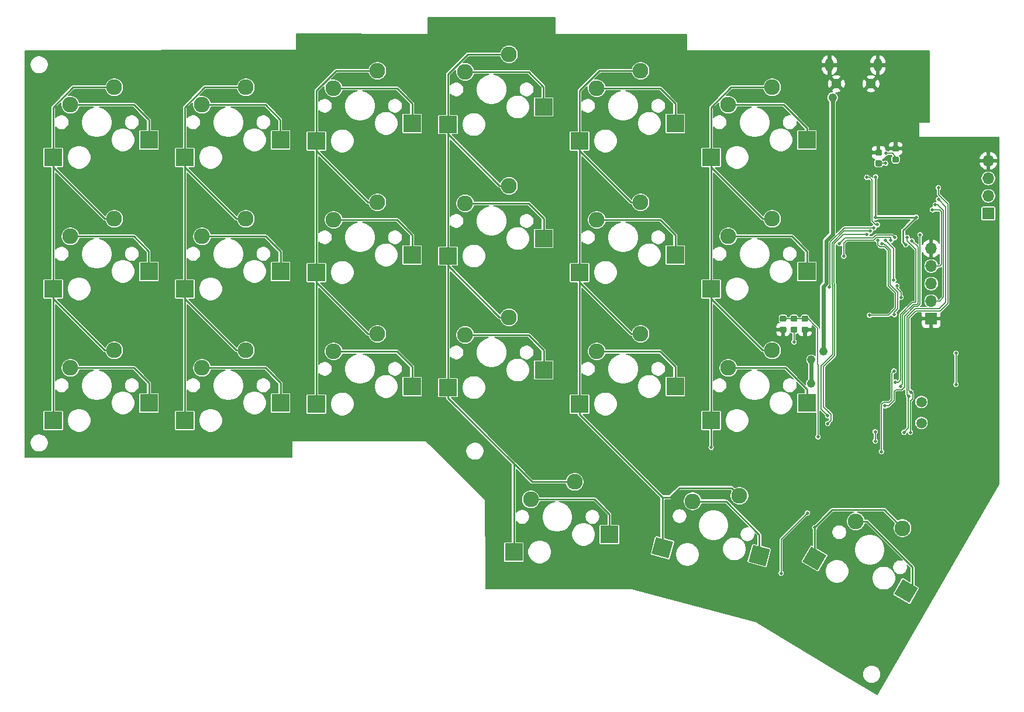
<source format=gbr>
G04 #@! TF.GenerationSoftware,KiCad,Pcbnew,(5.1.5-0-10_14)*
G04 #@! TF.CreationDate,2020-05-04T16:50:39-04:00*
G04 #@! TF.ProjectId,hardware,68617264-7761-4726-952e-6b696361645f,rev?*
G04 #@! TF.SameCoordinates,Original*
G04 #@! TF.FileFunction,Copper,L2,Bot*
G04 #@! TF.FilePolarity,Positive*
%FSLAX46Y46*%
G04 Gerber Fmt 4.6, Leading zero omitted, Abs format (unit mm)*
G04 Created by KiCad (PCBNEW (5.1.5-0-10_14)) date 2020-05-04 16:50:39*
%MOMM*%
%LPD*%
G04 APERTURE LIST*
%ADD10R,2.550000X2.500000*%
%ADD11C,2.286000*%
%ADD12C,0.100000*%
%ADD13C,1.450000*%
%ADD14O,1.200000X1.900000*%
%ADD15R,1.700000X1.700000*%
%ADD16O,1.700000X1.700000*%
%ADD17C,1.500000*%
%ADD18C,0.508000*%
%ADD19C,1.219200*%
%ADD20C,0.609600*%
%ADD21C,0.152400*%
%ADD22C,0.254000*%
G04 APERTURE END LIST*
D10*
X64710000Y-40640000D03*
D11*
X53340000Y-35560000D03*
X59690000Y-33020000D03*
D10*
X50860000Y-43180000D03*
X64710000Y-59690000D03*
D11*
X53340000Y-54610000D03*
X59690000Y-52070000D03*
D10*
X50860000Y-62230000D03*
X64710000Y-78740000D03*
D11*
X53340000Y-73660000D03*
X59690000Y-71120000D03*
D10*
X50860000Y-81280000D03*
X83760000Y-40640000D03*
D11*
X72390000Y-35560000D03*
X78740000Y-33020000D03*
D10*
X69910000Y-43180000D03*
X83760000Y-59690000D03*
D11*
X72390000Y-54610000D03*
X78740000Y-52070000D03*
D10*
X69910000Y-62230000D03*
X83760000Y-78740000D03*
D11*
X72390000Y-73660000D03*
X78740000Y-71120000D03*
D10*
X69910000Y-81280000D03*
X102810000Y-38258750D03*
D11*
X91440000Y-33178750D03*
X97790000Y-30638750D03*
D10*
X88960000Y-40798750D03*
X102810000Y-57308750D03*
D11*
X91440000Y-52228750D03*
X97790000Y-49688750D03*
D10*
X88960000Y-59848750D03*
X102810000Y-76358750D03*
D11*
X91440000Y-71278750D03*
X97790000Y-68738750D03*
D10*
X88960000Y-78898750D03*
X121860000Y-35877500D03*
D11*
X110490000Y-30797500D03*
X116840000Y-28257500D03*
D10*
X108010000Y-38417500D03*
X121860000Y-54927500D03*
D11*
X110490000Y-49847500D03*
X116840000Y-47307500D03*
D10*
X108010000Y-57467500D03*
X121860000Y-73977500D03*
D11*
X110490000Y-68897500D03*
X116840000Y-66357500D03*
D10*
X108010000Y-76517500D03*
X131385000Y-97790000D03*
D11*
X120015000Y-92710000D03*
X126365000Y-90170000D03*
D10*
X117535000Y-100330000D03*
X140910000Y-38258750D03*
D11*
X129540000Y-33178750D03*
X135890000Y-30638750D03*
D10*
X127060000Y-40798750D03*
X140910000Y-57308750D03*
D11*
X129540000Y-52228750D03*
X135890000Y-49688750D03*
D10*
X127060000Y-59848750D03*
X140910000Y-76358750D03*
D11*
X129540000Y-71278750D03*
X135890000Y-68738750D03*
D10*
X127060000Y-78898750D03*
G04 #@! TA.AperFunction,SMDPad,CuDef*
D12*
G36*
X151536795Y-101728162D02*
G01*
X152183842Y-99313347D01*
X154646953Y-99973336D01*
X153999906Y-102388151D01*
X151536795Y-101728162D01*
G37*
G04 #@! TD.AperFunction*
D11*
X143424098Y-93001073D03*
X150215127Y-92191122D03*
G04 #@! TA.AperFunction,SMDPad,CuDef*
D12*
G36*
X137501322Y-100596969D02*
G01*
X138148369Y-98182154D01*
X140611480Y-98842143D01*
X139964433Y-101256958D01*
X137501322Y-100596969D01*
G37*
G04 #@! TD.AperFunction*
D10*
X159960000Y-40640000D03*
D11*
X148590000Y-35560000D03*
X154940000Y-33020000D03*
D10*
X146110000Y-43180000D03*
X159960000Y-59690000D03*
D11*
X148590000Y-54610000D03*
X154940000Y-52070000D03*
D10*
X146110000Y-62230000D03*
X159960000Y-78740000D03*
D11*
X148590000Y-73660000D03*
X154940000Y-71120000D03*
D10*
X146110000Y-81280000D03*
G04 #@! TA.AperFunction,SMDPad,CuDef*
D12*
G36*
X172616720Y-106437237D02*
G01*
X173866720Y-104272173D01*
X176075084Y-105547173D01*
X174825084Y-107712237D01*
X172616720Y-106437237D01*
G37*
G04 #@! TD.AperFunction*
D11*
X167039193Y-95907795D03*
X173808455Y-96883091D03*
G04 #@! TA.AperFunction,SMDPad,CuDef*
D12*
G36*
X159352268Y-101711941D02*
G01*
X160602268Y-99546877D01*
X162810632Y-100821877D01*
X161560632Y-102986941D01*
X159352268Y-101711941D01*
G37*
G04 #@! TD.AperFunction*
G04 #@! TA.AperFunction,SMDPad,CuDef*
G36*
X170635491Y-43607253D02*
G01*
X170656726Y-43610403D01*
X170677550Y-43615619D01*
X170697762Y-43622851D01*
X170717168Y-43632030D01*
X170735581Y-43643066D01*
X170752824Y-43655854D01*
X170768730Y-43670270D01*
X170783146Y-43686176D01*
X170795934Y-43703419D01*
X170806970Y-43721832D01*
X170816149Y-43741238D01*
X170823381Y-43761450D01*
X170828597Y-43782274D01*
X170831747Y-43803509D01*
X170832800Y-43824950D01*
X170832800Y-44262450D01*
X170831747Y-44283891D01*
X170828597Y-44305126D01*
X170823381Y-44325950D01*
X170816149Y-44346162D01*
X170806970Y-44365568D01*
X170795934Y-44383981D01*
X170783146Y-44401224D01*
X170768730Y-44417130D01*
X170752824Y-44431546D01*
X170735581Y-44444334D01*
X170717168Y-44455370D01*
X170697762Y-44464549D01*
X170677550Y-44471781D01*
X170656726Y-44476997D01*
X170635491Y-44480147D01*
X170614050Y-44481200D01*
X170101550Y-44481200D01*
X170080109Y-44480147D01*
X170058874Y-44476997D01*
X170038050Y-44471781D01*
X170017838Y-44464549D01*
X169998432Y-44455370D01*
X169980019Y-44444334D01*
X169962776Y-44431546D01*
X169946870Y-44417130D01*
X169932454Y-44401224D01*
X169919666Y-44383981D01*
X169908630Y-44365568D01*
X169899451Y-44346162D01*
X169892219Y-44325950D01*
X169887003Y-44305126D01*
X169883853Y-44283891D01*
X169882800Y-44262450D01*
X169882800Y-43824950D01*
X169883853Y-43803509D01*
X169887003Y-43782274D01*
X169892219Y-43761450D01*
X169899451Y-43741238D01*
X169908630Y-43721832D01*
X169919666Y-43703419D01*
X169932454Y-43686176D01*
X169946870Y-43670270D01*
X169962776Y-43655854D01*
X169980019Y-43643066D01*
X169998432Y-43632030D01*
X170017838Y-43622851D01*
X170038050Y-43615619D01*
X170058874Y-43610403D01*
X170080109Y-43607253D01*
X170101550Y-43606200D01*
X170614050Y-43606200D01*
X170635491Y-43607253D01*
G37*
G04 #@! TD.AperFunction*
G04 #@! TA.AperFunction,SMDPad,CuDef*
G36*
X170635491Y-42032253D02*
G01*
X170656726Y-42035403D01*
X170677550Y-42040619D01*
X170697762Y-42047851D01*
X170717168Y-42057030D01*
X170735581Y-42068066D01*
X170752824Y-42080854D01*
X170768730Y-42095270D01*
X170783146Y-42111176D01*
X170795934Y-42128419D01*
X170806970Y-42146832D01*
X170816149Y-42166238D01*
X170823381Y-42186450D01*
X170828597Y-42207274D01*
X170831747Y-42228509D01*
X170832800Y-42249950D01*
X170832800Y-42687450D01*
X170831747Y-42708891D01*
X170828597Y-42730126D01*
X170823381Y-42750950D01*
X170816149Y-42771162D01*
X170806970Y-42790568D01*
X170795934Y-42808981D01*
X170783146Y-42826224D01*
X170768730Y-42842130D01*
X170752824Y-42856546D01*
X170735581Y-42869334D01*
X170717168Y-42880370D01*
X170697762Y-42889549D01*
X170677550Y-42896781D01*
X170656726Y-42901997D01*
X170635491Y-42905147D01*
X170614050Y-42906200D01*
X170101550Y-42906200D01*
X170080109Y-42905147D01*
X170058874Y-42901997D01*
X170038050Y-42896781D01*
X170017838Y-42889549D01*
X169998432Y-42880370D01*
X169980019Y-42869334D01*
X169962776Y-42856546D01*
X169946870Y-42842130D01*
X169932454Y-42826224D01*
X169919666Y-42808981D01*
X169908630Y-42790568D01*
X169899451Y-42771162D01*
X169892219Y-42750950D01*
X169887003Y-42730126D01*
X169883853Y-42708891D01*
X169882800Y-42687450D01*
X169882800Y-42249950D01*
X169883853Y-42228509D01*
X169887003Y-42207274D01*
X169892219Y-42186450D01*
X169899451Y-42166238D01*
X169908630Y-42146832D01*
X169919666Y-42128419D01*
X169932454Y-42111176D01*
X169946870Y-42095270D01*
X169962776Y-42080854D01*
X169980019Y-42068066D01*
X169998432Y-42057030D01*
X170017838Y-42047851D01*
X170038050Y-42040619D01*
X170058874Y-42035403D01*
X170080109Y-42032253D01*
X170101550Y-42031200D01*
X170614050Y-42031200D01*
X170635491Y-42032253D01*
G37*
G04 #@! TD.AperFunction*
G04 #@! TA.AperFunction,SMDPad,CuDef*
G36*
X173099291Y-41473453D02*
G01*
X173120526Y-41476603D01*
X173141350Y-41481819D01*
X173161562Y-41489051D01*
X173180968Y-41498230D01*
X173199381Y-41509266D01*
X173216624Y-41522054D01*
X173232530Y-41536470D01*
X173246946Y-41552376D01*
X173259734Y-41569619D01*
X173270770Y-41588032D01*
X173279949Y-41607438D01*
X173287181Y-41627650D01*
X173292397Y-41648474D01*
X173295547Y-41669709D01*
X173296600Y-41691150D01*
X173296600Y-42128650D01*
X173295547Y-42150091D01*
X173292397Y-42171326D01*
X173287181Y-42192150D01*
X173279949Y-42212362D01*
X173270770Y-42231768D01*
X173259734Y-42250181D01*
X173246946Y-42267424D01*
X173232530Y-42283330D01*
X173216624Y-42297746D01*
X173199381Y-42310534D01*
X173180968Y-42321570D01*
X173161562Y-42330749D01*
X173141350Y-42337981D01*
X173120526Y-42343197D01*
X173099291Y-42346347D01*
X173077850Y-42347400D01*
X172565350Y-42347400D01*
X172543909Y-42346347D01*
X172522674Y-42343197D01*
X172501850Y-42337981D01*
X172481638Y-42330749D01*
X172462232Y-42321570D01*
X172443819Y-42310534D01*
X172426576Y-42297746D01*
X172410670Y-42283330D01*
X172396254Y-42267424D01*
X172383466Y-42250181D01*
X172372430Y-42231768D01*
X172363251Y-42212362D01*
X172356019Y-42192150D01*
X172350803Y-42171326D01*
X172347653Y-42150091D01*
X172346600Y-42128650D01*
X172346600Y-41691150D01*
X172347653Y-41669709D01*
X172350803Y-41648474D01*
X172356019Y-41627650D01*
X172363251Y-41607438D01*
X172372430Y-41588032D01*
X172383466Y-41569619D01*
X172396254Y-41552376D01*
X172410670Y-41536470D01*
X172426576Y-41522054D01*
X172443819Y-41509266D01*
X172462232Y-41498230D01*
X172481638Y-41489051D01*
X172501850Y-41481819D01*
X172522674Y-41476603D01*
X172543909Y-41473453D01*
X172565350Y-41472400D01*
X173077850Y-41472400D01*
X173099291Y-41473453D01*
G37*
G04 #@! TD.AperFunction*
G04 #@! TA.AperFunction,SMDPad,CuDef*
G36*
X173099291Y-43048453D02*
G01*
X173120526Y-43051603D01*
X173141350Y-43056819D01*
X173161562Y-43064051D01*
X173180968Y-43073230D01*
X173199381Y-43084266D01*
X173216624Y-43097054D01*
X173232530Y-43111470D01*
X173246946Y-43127376D01*
X173259734Y-43144619D01*
X173270770Y-43163032D01*
X173279949Y-43182438D01*
X173287181Y-43202650D01*
X173292397Y-43223474D01*
X173295547Y-43244709D01*
X173296600Y-43266150D01*
X173296600Y-43703650D01*
X173295547Y-43725091D01*
X173292397Y-43746326D01*
X173287181Y-43767150D01*
X173279949Y-43787362D01*
X173270770Y-43806768D01*
X173259734Y-43825181D01*
X173246946Y-43842424D01*
X173232530Y-43858330D01*
X173216624Y-43872746D01*
X173199381Y-43885534D01*
X173180968Y-43896570D01*
X173161562Y-43905749D01*
X173141350Y-43912981D01*
X173120526Y-43918197D01*
X173099291Y-43921347D01*
X173077850Y-43922400D01*
X172565350Y-43922400D01*
X172543909Y-43921347D01*
X172522674Y-43918197D01*
X172501850Y-43912981D01*
X172481638Y-43905749D01*
X172462232Y-43896570D01*
X172443819Y-43885534D01*
X172426576Y-43872746D01*
X172410670Y-43858330D01*
X172396254Y-43842424D01*
X172383466Y-43825181D01*
X172372430Y-43806768D01*
X172363251Y-43787362D01*
X172356019Y-43767150D01*
X172350803Y-43746326D01*
X172347653Y-43725091D01*
X172346600Y-43703650D01*
X172346600Y-43266150D01*
X172347653Y-43244709D01*
X172350803Y-43223474D01*
X172356019Y-43202650D01*
X172363251Y-43182438D01*
X172372430Y-43163032D01*
X172383466Y-43144619D01*
X172396254Y-43127376D01*
X172410670Y-43111470D01*
X172426576Y-43097054D01*
X172443819Y-43084266D01*
X172462232Y-43073230D01*
X172481638Y-43064051D01*
X172501850Y-43056819D01*
X172522674Y-43051603D01*
X172543909Y-43048453D01*
X172565350Y-43047400D01*
X173077850Y-43047400D01*
X173099291Y-43048453D01*
G37*
G04 #@! TD.AperFunction*
D13*
X169251000Y-32519600D03*
X164251000Y-32519600D03*
D14*
X170251000Y-29819600D03*
X163251000Y-29819600D03*
D15*
X186258200Y-51308000D03*
D16*
X186258200Y-48768000D03*
X186258200Y-46228000D03*
X186258200Y-43688000D03*
G04 #@! TA.AperFunction,SMDPad,CuDef*
D12*
G36*
X158383166Y-66108278D02*
G01*
X158404401Y-66111428D01*
X158425225Y-66116644D01*
X158445437Y-66123876D01*
X158464843Y-66133055D01*
X158483256Y-66144091D01*
X158500499Y-66156879D01*
X158516405Y-66171295D01*
X158530821Y-66187201D01*
X158543609Y-66204444D01*
X158554645Y-66222857D01*
X158563824Y-66242263D01*
X158571056Y-66262475D01*
X158576272Y-66283299D01*
X158579422Y-66304534D01*
X158580475Y-66325975D01*
X158580475Y-66763475D01*
X158579422Y-66784916D01*
X158576272Y-66806151D01*
X158571056Y-66826975D01*
X158563824Y-66847187D01*
X158554645Y-66866593D01*
X158543609Y-66885006D01*
X158530821Y-66902249D01*
X158516405Y-66918155D01*
X158500499Y-66932571D01*
X158483256Y-66945359D01*
X158464843Y-66956395D01*
X158445437Y-66965574D01*
X158425225Y-66972806D01*
X158404401Y-66978022D01*
X158383166Y-66981172D01*
X158361725Y-66982225D01*
X157849225Y-66982225D01*
X157827784Y-66981172D01*
X157806549Y-66978022D01*
X157785725Y-66972806D01*
X157765513Y-66965574D01*
X157746107Y-66956395D01*
X157727694Y-66945359D01*
X157710451Y-66932571D01*
X157694545Y-66918155D01*
X157680129Y-66902249D01*
X157667341Y-66885006D01*
X157656305Y-66866593D01*
X157647126Y-66847187D01*
X157639894Y-66826975D01*
X157634678Y-66806151D01*
X157631528Y-66784916D01*
X157630475Y-66763475D01*
X157630475Y-66325975D01*
X157631528Y-66304534D01*
X157634678Y-66283299D01*
X157639894Y-66262475D01*
X157647126Y-66242263D01*
X157656305Y-66222857D01*
X157667341Y-66204444D01*
X157680129Y-66187201D01*
X157694545Y-66171295D01*
X157710451Y-66156879D01*
X157727694Y-66144091D01*
X157746107Y-66133055D01*
X157765513Y-66123876D01*
X157785725Y-66116644D01*
X157806549Y-66111428D01*
X157827784Y-66108278D01*
X157849225Y-66107225D01*
X158361725Y-66107225D01*
X158383166Y-66108278D01*
G37*
G04 #@! TD.AperFunction*
G04 #@! TA.AperFunction,SMDPad,CuDef*
G36*
X158383166Y-67683278D02*
G01*
X158404401Y-67686428D01*
X158425225Y-67691644D01*
X158445437Y-67698876D01*
X158464843Y-67708055D01*
X158483256Y-67719091D01*
X158500499Y-67731879D01*
X158516405Y-67746295D01*
X158530821Y-67762201D01*
X158543609Y-67779444D01*
X158554645Y-67797857D01*
X158563824Y-67817263D01*
X158571056Y-67837475D01*
X158576272Y-67858299D01*
X158579422Y-67879534D01*
X158580475Y-67900975D01*
X158580475Y-68338475D01*
X158579422Y-68359916D01*
X158576272Y-68381151D01*
X158571056Y-68401975D01*
X158563824Y-68422187D01*
X158554645Y-68441593D01*
X158543609Y-68460006D01*
X158530821Y-68477249D01*
X158516405Y-68493155D01*
X158500499Y-68507571D01*
X158483256Y-68520359D01*
X158464843Y-68531395D01*
X158445437Y-68540574D01*
X158425225Y-68547806D01*
X158404401Y-68553022D01*
X158383166Y-68556172D01*
X158361725Y-68557225D01*
X157849225Y-68557225D01*
X157827784Y-68556172D01*
X157806549Y-68553022D01*
X157785725Y-68547806D01*
X157765513Y-68540574D01*
X157746107Y-68531395D01*
X157727694Y-68520359D01*
X157710451Y-68507571D01*
X157694545Y-68493155D01*
X157680129Y-68477249D01*
X157667341Y-68460006D01*
X157656305Y-68441593D01*
X157647126Y-68422187D01*
X157639894Y-68401975D01*
X157634678Y-68381151D01*
X157631528Y-68359916D01*
X157630475Y-68338475D01*
X157630475Y-67900975D01*
X157631528Y-67879534D01*
X157634678Y-67858299D01*
X157639894Y-67837475D01*
X157647126Y-67817263D01*
X157656305Y-67797857D01*
X157667341Y-67779444D01*
X157680129Y-67762201D01*
X157694545Y-67746295D01*
X157710451Y-67731879D01*
X157727694Y-67719091D01*
X157746107Y-67708055D01*
X157765513Y-67698876D01*
X157785725Y-67691644D01*
X157806549Y-67686428D01*
X157827784Y-67683278D01*
X157849225Y-67682225D01*
X158361725Y-67682225D01*
X158383166Y-67683278D01*
G37*
G04 #@! TD.AperFunction*
G04 #@! TA.AperFunction,SMDPad,CuDef*
G36*
X159970666Y-66108278D02*
G01*
X159991901Y-66111428D01*
X160012725Y-66116644D01*
X160032937Y-66123876D01*
X160052343Y-66133055D01*
X160070756Y-66144091D01*
X160087999Y-66156879D01*
X160103905Y-66171295D01*
X160118321Y-66187201D01*
X160131109Y-66204444D01*
X160142145Y-66222857D01*
X160151324Y-66242263D01*
X160158556Y-66262475D01*
X160163772Y-66283299D01*
X160166922Y-66304534D01*
X160167975Y-66325975D01*
X160167975Y-66763475D01*
X160166922Y-66784916D01*
X160163772Y-66806151D01*
X160158556Y-66826975D01*
X160151324Y-66847187D01*
X160142145Y-66866593D01*
X160131109Y-66885006D01*
X160118321Y-66902249D01*
X160103905Y-66918155D01*
X160087999Y-66932571D01*
X160070756Y-66945359D01*
X160052343Y-66956395D01*
X160032937Y-66965574D01*
X160012725Y-66972806D01*
X159991901Y-66978022D01*
X159970666Y-66981172D01*
X159949225Y-66982225D01*
X159436725Y-66982225D01*
X159415284Y-66981172D01*
X159394049Y-66978022D01*
X159373225Y-66972806D01*
X159353013Y-66965574D01*
X159333607Y-66956395D01*
X159315194Y-66945359D01*
X159297951Y-66932571D01*
X159282045Y-66918155D01*
X159267629Y-66902249D01*
X159254841Y-66885006D01*
X159243805Y-66866593D01*
X159234626Y-66847187D01*
X159227394Y-66826975D01*
X159222178Y-66806151D01*
X159219028Y-66784916D01*
X159217975Y-66763475D01*
X159217975Y-66325975D01*
X159219028Y-66304534D01*
X159222178Y-66283299D01*
X159227394Y-66262475D01*
X159234626Y-66242263D01*
X159243805Y-66222857D01*
X159254841Y-66204444D01*
X159267629Y-66187201D01*
X159282045Y-66171295D01*
X159297951Y-66156879D01*
X159315194Y-66144091D01*
X159333607Y-66133055D01*
X159353013Y-66123876D01*
X159373225Y-66116644D01*
X159394049Y-66111428D01*
X159415284Y-66108278D01*
X159436725Y-66107225D01*
X159949225Y-66107225D01*
X159970666Y-66108278D01*
G37*
G04 #@! TD.AperFunction*
G04 #@! TA.AperFunction,SMDPad,CuDef*
G36*
X159970666Y-67683278D02*
G01*
X159991901Y-67686428D01*
X160012725Y-67691644D01*
X160032937Y-67698876D01*
X160052343Y-67708055D01*
X160070756Y-67719091D01*
X160087999Y-67731879D01*
X160103905Y-67746295D01*
X160118321Y-67762201D01*
X160131109Y-67779444D01*
X160142145Y-67797857D01*
X160151324Y-67817263D01*
X160158556Y-67837475D01*
X160163772Y-67858299D01*
X160166922Y-67879534D01*
X160167975Y-67900975D01*
X160167975Y-68338475D01*
X160166922Y-68359916D01*
X160163772Y-68381151D01*
X160158556Y-68401975D01*
X160151324Y-68422187D01*
X160142145Y-68441593D01*
X160131109Y-68460006D01*
X160118321Y-68477249D01*
X160103905Y-68493155D01*
X160087999Y-68507571D01*
X160070756Y-68520359D01*
X160052343Y-68531395D01*
X160032937Y-68540574D01*
X160012725Y-68547806D01*
X159991901Y-68553022D01*
X159970666Y-68556172D01*
X159949225Y-68557225D01*
X159436725Y-68557225D01*
X159415284Y-68556172D01*
X159394049Y-68553022D01*
X159373225Y-68547806D01*
X159353013Y-68540574D01*
X159333607Y-68531395D01*
X159315194Y-68520359D01*
X159297951Y-68507571D01*
X159282045Y-68493155D01*
X159267629Y-68477249D01*
X159254841Y-68460006D01*
X159243805Y-68441593D01*
X159234626Y-68422187D01*
X159227394Y-68401975D01*
X159222178Y-68381151D01*
X159219028Y-68359916D01*
X159217975Y-68338475D01*
X159217975Y-67900975D01*
X159219028Y-67879534D01*
X159222178Y-67858299D01*
X159227394Y-67837475D01*
X159234626Y-67817263D01*
X159243805Y-67797857D01*
X159254841Y-67779444D01*
X159267629Y-67762201D01*
X159282045Y-67746295D01*
X159297951Y-67731879D01*
X159315194Y-67719091D01*
X159333607Y-67708055D01*
X159353013Y-67698876D01*
X159373225Y-67691644D01*
X159394049Y-67686428D01*
X159415284Y-67683278D01*
X159436725Y-67682225D01*
X159949225Y-67682225D01*
X159970666Y-67683278D01*
G37*
G04 #@! TD.AperFunction*
G04 #@! TA.AperFunction,SMDPad,CuDef*
G36*
X156795666Y-67683278D02*
G01*
X156816901Y-67686428D01*
X156837725Y-67691644D01*
X156857937Y-67698876D01*
X156877343Y-67708055D01*
X156895756Y-67719091D01*
X156912999Y-67731879D01*
X156928905Y-67746295D01*
X156943321Y-67762201D01*
X156956109Y-67779444D01*
X156967145Y-67797857D01*
X156976324Y-67817263D01*
X156983556Y-67837475D01*
X156988772Y-67858299D01*
X156991922Y-67879534D01*
X156992975Y-67900975D01*
X156992975Y-68338475D01*
X156991922Y-68359916D01*
X156988772Y-68381151D01*
X156983556Y-68401975D01*
X156976324Y-68422187D01*
X156967145Y-68441593D01*
X156956109Y-68460006D01*
X156943321Y-68477249D01*
X156928905Y-68493155D01*
X156912999Y-68507571D01*
X156895756Y-68520359D01*
X156877343Y-68531395D01*
X156857937Y-68540574D01*
X156837725Y-68547806D01*
X156816901Y-68553022D01*
X156795666Y-68556172D01*
X156774225Y-68557225D01*
X156261725Y-68557225D01*
X156240284Y-68556172D01*
X156219049Y-68553022D01*
X156198225Y-68547806D01*
X156178013Y-68540574D01*
X156158607Y-68531395D01*
X156140194Y-68520359D01*
X156122951Y-68507571D01*
X156107045Y-68493155D01*
X156092629Y-68477249D01*
X156079841Y-68460006D01*
X156068805Y-68441593D01*
X156059626Y-68422187D01*
X156052394Y-68401975D01*
X156047178Y-68381151D01*
X156044028Y-68359916D01*
X156042975Y-68338475D01*
X156042975Y-67900975D01*
X156044028Y-67879534D01*
X156047178Y-67858299D01*
X156052394Y-67837475D01*
X156059626Y-67817263D01*
X156068805Y-67797857D01*
X156079841Y-67779444D01*
X156092629Y-67762201D01*
X156107045Y-67746295D01*
X156122951Y-67731879D01*
X156140194Y-67719091D01*
X156158607Y-67708055D01*
X156178013Y-67698876D01*
X156198225Y-67691644D01*
X156219049Y-67686428D01*
X156240284Y-67683278D01*
X156261725Y-67682225D01*
X156774225Y-67682225D01*
X156795666Y-67683278D01*
G37*
G04 #@! TD.AperFunction*
G04 #@! TA.AperFunction,SMDPad,CuDef*
G36*
X156795666Y-66108278D02*
G01*
X156816901Y-66111428D01*
X156837725Y-66116644D01*
X156857937Y-66123876D01*
X156877343Y-66133055D01*
X156895756Y-66144091D01*
X156912999Y-66156879D01*
X156928905Y-66171295D01*
X156943321Y-66187201D01*
X156956109Y-66204444D01*
X156967145Y-66222857D01*
X156976324Y-66242263D01*
X156983556Y-66262475D01*
X156988772Y-66283299D01*
X156991922Y-66304534D01*
X156992975Y-66325975D01*
X156992975Y-66763475D01*
X156991922Y-66784916D01*
X156988772Y-66806151D01*
X156983556Y-66826975D01*
X156976324Y-66847187D01*
X156967145Y-66866593D01*
X156956109Y-66885006D01*
X156943321Y-66902249D01*
X156928905Y-66918155D01*
X156912999Y-66932571D01*
X156895756Y-66945359D01*
X156877343Y-66956395D01*
X156857937Y-66965574D01*
X156837725Y-66972806D01*
X156816901Y-66978022D01*
X156795666Y-66981172D01*
X156774225Y-66982225D01*
X156261725Y-66982225D01*
X156240284Y-66981172D01*
X156219049Y-66978022D01*
X156198225Y-66972806D01*
X156178013Y-66965574D01*
X156158607Y-66956395D01*
X156140194Y-66945359D01*
X156122951Y-66932571D01*
X156107045Y-66918155D01*
X156092629Y-66902249D01*
X156079841Y-66885006D01*
X156068805Y-66866593D01*
X156059626Y-66847187D01*
X156052394Y-66826975D01*
X156047178Y-66806151D01*
X156044028Y-66784916D01*
X156042975Y-66763475D01*
X156042975Y-66325975D01*
X156044028Y-66304534D01*
X156047178Y-66283299D01*
X156052394Y-66262475D01*
X156059626Y-66242263D01*
X156068805Y-66222857D01*
X156079841Y-66204444D01*
X156092629Y-66187201D01*
X156107045Y-66171295D01*
X156122951Y-66156879D01*
X156140194Y-66144091D01*
X156158607Y-66133055D01*
X156178013Y-66123876D01*
X156198225Y-66116644D01*
X156219049Y-66111428D01*
X156240284Y-66108278D01*
X156261725Y-66107225D01*
X156774225Y-66107225D01*
X156795666Y-66108278D01*
G37*
G04 #@! TD.AperFunction*
D15*
X177977800Y-66548000D03*
D16*
X177977800Y-64008000D03*
X177977800Y-61468000D03*
X177977800Y-58928000D03*
X177977800Y-56388000D03*
D17*
X176555400Y-78613000D03*
X176555400Y-81661000D03*
D18*
X165074600Y-62636400D03*
D19*
X162331400Y-71297800D03*
X160629600Y-72491600D03*
X160604200Y-75920600D03*
D18*
X169875200Y-84277200D03*
X169862500Y-82918300D03*
X167919400Y-56121300D03*
X167919400Y-56730900D03*
X167919400Y-57340500D03*
X170230800Y-62814200D03*
X170230800Y-64185800D03*
X170230800Y-63500000D03*
X170942000Y-62814200D03*
X170942000Y-64185800D03*
X170942000Y-63500000D03*
X171627800Y-64185800D03*
X171627800Y-63500000D03*
X171627800Y-62814200D03*
X171907200Y-43078400D03*
X167119300Y-40563800D03*
X168808400Y-76047600D03*
X170332400Y-76047600D03*
X169570400Y-76047600D03*
X169570400Y-75285600D03*
X170332400Y-75285600D03*
X168808400Y-75285600D03*
X170332400Y-74523600D03*
X169570400Y-74523600D03*
X174269400Y-50114200D03*
X172847000Y-50114200D03*
X171424600Y-50114200D03*
X174269400Y-48844200D03*
X172847000Y-48844200D03*
X171424600Y-48844200D03*
X172847000Y-47574200D03*
X171424600Y-47574200D03*
X167055800Y-82270600D03*
X167055800Y-81330800D03*
X175564800Y-44399200D03*
X186601100Y-40449500D03*
X185839100Y-40449500D03*
X187363100Y-40449500D03*
X185077100Y-40449500D03*
X182029100Y-40449500D03*
X181267100Y-40449500D03*
X183553100Y-40449500D03*
X184315100Y-40449500D03*
X182791100Y-40449500D03*
X175983900Y-40436800D03*
X175221900Y-40436800D03*
X175234600Y-37680900D03*
X174421800Y-41173300D03*
X174421800Y-40436800D03*
X172886517Y-38200957D03*
X172273919Y-38778548D03*
X171854258Y-39508491D03*
X171663325Y-40328563D03*
X174469585Y-37682567D03*
X171653200Y-41173300D03*
X180505100Y-40449500D03*
X177457100Y-40436800D03*
X176695100Y-40449500D03*
X178981100Y-40449500D03*
X179743100Y-40449500D03*
X178219100Y-40436800D03*
X175996600Y-35394900D03*
X175996600Y-37680900D03*
X175996600Y-34632900D03*
X175996600Y-36156900D03*
X175996600Y-36918900D03*
X175996600Y-32346900D03*
X175996600Y-31584900D03*
X175996600Y-33108900D03*
X175996600Y-33870900D03*
X175996600Y-30822900D03*
X175996600Y-30060900D03*
X177266600Y-32207200D03*
X175996600Y-28536900D03*
X175996600Y-29298900D03*
X173639815Y-37824949D03*
X166601775Y-81810225D03*
X163042600Y-75946000D03*
X163017200Y-77571600D03*
X184835800Y-69875400D03*
X165277800Y-41452800D03*
X174269400Y-47574200D03*
X161531300Y-51904900D03*
X181279800Y-56413400D03*
X168808400Y-74523600D03*
X164719000Y-53060600D03*
X170992800Y-69291200D03*
X181660800Y-52755800D03*
X166522400Y-60883800D03*
X167132000Y-60883800D03*
X167741600Y-60883800D03*
X181279800Y-57073800D03*
X181279800Y-55753000D03*
D19*
X163703000Y-34518600D03*
D18*
X158115000Y-69913500D03*
X171373800Y-44043600D03*
X171399200Y-42570400D03*
X174269400Y-55829200D03*
X169929600Y-46021200D03*
X169900600Y-51866800D03*
X175793400Y-51841400D03*
X170180000Y-52908200D03*
X168630600Y-46075600D03*
X169672000Y-53365400D03*
X163220400Y-61976000D03*
X169164000Y-53848000D03*
X162991800Y-80619600D03*
X168656000Y-54356000D03*
X156235400Y-103403400D03*
X162991800Y-81737200D03*
X160045400Y-94691200D03*
X181564000Y-76068200D03*
X181564000Y-71547000D03*
X178562000Y-50038000D03*
X178152200Y-50771200D03*
X176364900Y-54394100D03*
X171297600Y-79171800D03*
X179019200Y-49276000D03*
X174713900Y-77787500D03*
X174040800Y-83007200D03*
X174955200Y-83007200D03*
X179019200Y-47574200D03*
X175031400Y-77190600D03*
X174498000Y-54787800D03*
X172770800Y-75717400D03*
X172694600Y-54787800D03*
X164693600Y-55651400D03*
X172135800Y-55219600D03*
X165315900Y-57505600D03*
X173507400Y-76327000D03*
X175183800Y-55270400D03*
X172593000Y-74117200D03*
X161569400Y-83667600D03*
X170764200Y-85801200D03*
X169037000Y-66040000D03*
X170281600Y-55219600D03*
X172643800Y-65938400D03*
X170815000Y-55651400D03*
X172999400Y-61772800D03*
X173609000Y-63449200D03*
X146110000Y-85175400D03*
X161112200Y-96774000D03*
X171373800Y-55219600D03*
X172542200Y-60960000D03*
D20*
X160604200Y-75920600D02*
X160604200Y-72517000D01*
X160604200Y-72517000D02*
X160629600Y-72491600D01*
D21*
X169862500Y-82918300D02*
X169849800Y-82905600D01*
X169875200Y-82931000D02*
X169862500Y-82918300D01*
X169875200Y-84277200D02*
X169875200Y-82931000D01*
X171907200Y-43678164D02*
X171907200Y-43078400D01*
X172628236Y-44399200D02*
X171907200Y-43678164D01*
X175564800Y-44399200D02*
X172628236Y-44399200D01*
D20*
X162509199Y-71120001D02*
X162331400Y-71297800D01*
X162763159Y-55251104D02*
X163703000Y-54311264D01*
X162763159Y-61417241D02*
X162763159Y-55251104D01*
X163703000Y-54311264D02*
X163703000Y-34544000D01*
X162331400Y-61849000D02*
X162763159Y-61417241D01*
X162331400Y-71297800D02*
X162331400Y-61849000D01*
D21*
X158115000Y-68129250D02*
X158105475Y-68119725D01*
X158115000Y-69913500D02*
X158115000Y-68129250D01*
X170357900Y-44043600D02*
X170357800Y-44043700D01*
X171373800Y-44043600D02*
X170357900Y-44043600D01*
X172872300Y-43484800D02*
X172872400Y-43484700D01*
X171758410Y-42570400D02*
X171399200Y-42570400D01*
X172344600Y-42570400D02*
X171758410Y-42570400D01*
X172821600Y-43047400D02*
X172344600Y-42570400D01*
X172821600Y-43484900D02*
X172821600Y-43047400D01*
D22*
X173913800Y-55372000D02*
X173913800Y-55473600D01*
X173913800Y-55473600D02*
X174269400Y-55829200D01*
X175793400Y-51841400D02*
X173913800Y-53721000D01*
X173913800Y-53721000D02*
X173913800Y-55372000D01*
X169900600Y-51866800D02*
X169900600Y-46050200D01*
X169900600Y-46050200D02*
X169929600Y-46021200D01*
X175793400Y-51841400D02*
X169926000Y-51841400D01*
X169926000Y-51841400D02*
X169900600Y-51866800D01*
X62534800Y-35560000D02*
X64710000Y-37735200D01*
X53340000Y-35560000D02*
X62534800Y-35560000D01*
X64710000Y-37735200D02*
X64710000Y-40640000D01*
D21*
X169418000Y-52397150D02*
X169418000Y-46456600D01*
X169929050Y-52908200D02*
X169418000Y-52397150D01*
X170180000Y-52908200D02*
X169929050Y-52908200D01*
X169037000Y-46075600D02*
X169418000Y-46456600D01*
X168630600Y-46075600D02*
X169037000Y-46075600D01*
D22*
X62509400Y-54610000D02*
X64684600Y-56785200D01*
X53314600Y-54610000D02*
X62509400Y-54610000D01*
X64684600Y-56785200D02*
X64684600Y-59690000D01*
D21*
X165403218Y-53365400D02*
X163296569Y-55472049D01*
X163296600Y-61645800D02*
X163296600Y-61899800D01*
X163296569Y-61645769D02*
X163296600Y-61645800D01*
X163296569Y-55472049D02*
X163296569Y-61645769D01*
X163296600Y-61899800D02*
X163220400Y-61976000D01*
X169672000Y-53365400D02*
X165403218Y-53365400D01*
X162991800Y-80619600D02*
X162991800Y-80619600D01*
X165351684Y-53848000D02*
X169164000Y-53848000D01*
X163601379Y-61518779D02*
X163601379Y-55598305D01*
X163703000Y-71729600D02*
X163703000Y-61620400D01*
X163601379Y-55598305D02*
X165351684Y-53848000D01*
X163703000Y-61620400D02*
X163601379Y-61518779D01*
X162052000Y-79679800D02*
X162052000Y-73380600D01*
X162052000Y-73380600D02*
X163703000Y-71729600D01*
X162991800Y-80619600D02*
X162052000Y-79679800D01*
D22*
X62534800Y-73660000D02*
X64710000Y-75835200D01*
X53340000Y-73660000D02*
X62534800Y-73660000D01*
X64710000Y-75835200D02*
X64710000Y-78740000D01*
X81559400Y-35560000D02*
X83734600Y-37735200D01*
X72364600Y-35560000D02*
X81559400Y-35560000D01*
X83734600Y-37735200D02*
X83734600Y-40640000D01*
X81584800Y-54610000D02*
X83760000Y-56785200D01*
X72390000Y-54610000D02*
X81584800Y-54610000D01*
X83760000Y-56785200D02*
X83760000Y-59690000D01*
X81584800Y-73660000D02*
X83760000Y-75835200D01*
X72390000Y-73660000D02*
X81584800Y-73660000D01*
X83760000Y-75835200D02*
X83760000Y-78740000D01*
X100634800Y-33172400D02*
X102810000Y-35347600D01*
X91440000Y-33172400D02*
X100634800Y-33172400D01*
X102810000Y-35347600D02*
X102810000Y-38252400D01*
X100634800Y-52222400D02*
X102810000Y-54397600D01*
X91440000Y-52222400D02*
X100634800Y-52222400D01*
X102810000Y-54397600D02*
X102810000Y-57302400D01*
X100634800Y-71297800D02*
X102810000Y-73473000D01*
X91440000Y-71297800D02*
X100634800Y-71297800D01*
X102810000Y-73473000D02*
X102810000Y-76377800D01*
X119659400Y-30784800D02*
X121834600Y-32960000D01*
X110464600Y-30784800D02*
X119659400Y-30784800D01*
X121834600Y-32960000D02*
X121834600Y-35864800D01*
X119684800Y-49834800D02*
X121860000Y-52010000D01*
X110490000Y-49834800D02*
X119684800Y-49834800D01*
X121860000Y-52010000D02*
X121860000Y-54914800D01*
X119684800Y-68910200D02*
X121860000Y-71085400D01*
X110490000Y-68910200D02*
X119684800Y-68910200D01*
X121860000Y-71085400D02*
X121860000Y-73990200D01*
D21*
X156235400Y-103403400D02*
X156235400Y-103403400D01*
X156235400Y-98501200D02*
X156235400Y-103403400D01*
X156235400Y-98501200D02*
X160045400Y-94691200D01*
X163906189Y-55724561D02*
X165274750Y-54356000D01*
X163906200Y-61392534D02*
X163906189Y-55724561D01*
X164007800Y-71855866D02*
X164007800Y-61494134D01*
X165274750Y-54356000D02*
X168656000Y-54356000D01*
X162407600Y-73456066D02*
X164007800Y-71855866D01*
X164007800Y-61494134D02*
X163906200Y-61392534D01*
X163474401Y-80387951D02*
X162407600Y-79321150D01*
X162407600Y-79321150D02*
X162407600Y-73456066D01*
X163474401Y-81254599D02*
X163474401Y-80387951D01*
X162991800Y-81737200D02*
X163474401Y-81254599D01*
D22*
X129209800Y-92684600D02*
X131385000Y-94859800D01*
X120015000Y-92684600D02*
X129209800Y-92684600D01*
X131385000Y-94859800D02*
X131385000Y-97764600D01*
X138734800Y-33172400D02*
X140910000Y-35347600D01*
X129540000Y-33172400D02*
X138734800Y-33172400D01*
X140910000Y-35347600D02*
X140910000Y-38252400D01*
X138734800Y-52222400D02*
X140910000Y-54397600D01*
X129540000Y-52222400D02*
X138734800Y-52222400D01*
X140910000Y-54397600D02*
X140910000Y-57302400D01*
X138734800Y-71297800D02*
X140910000Y-73473000D01*
X129540000Y-71297800D02*
X138734800Y-71297800D01*
X140910000Y-73473000D02*
X140910000Y-76377800D01*
X153091874Y-99556654D02*
X153091874Y-100850749D01*
X153091874Y-97820676D02*
X153091874Y-99556654D01*
X148272271Y-93001073D02*
X153091874Y-97820676D01*
X143424098Y-93001073D02*
X148272271Y-93001073D01*
X159960000Y-38907154D02*
X159960000Y-39136000D01*
X156612846Y-35560000D02*
X159960000Y-38907154D01*
X159960000Y-39136000D02*
X159960000Y-40640000D01*
X148590000Y-35560000D02*
X156612846Y-35560000D01*
X157784800Y-54610000D02*
X159960000Y-56785200D01*
X148590000Y-54610000D02*
X157784800Y-54610000D01*
X159960000Y-56785200D02*
X159960000Y-59690000D01*
X159960000Y-77007154D02*
X159960000Y-78740000D01*
X159960000Y-76749600D02*
X159960000Y-77007154D01*
X156870400Y-73660000D02*
X159960000Y-76749600D01*
X148564600Y-73660000D02*
X156870400Y-73660000D01*
X175260965Y-105077142D02*
X174345902Y-105992205D01*
X175260965Y-102513121D02*
X175260965Y-105077142D01*
X168655639Y-95907795D02*
X175260965Y-102513121D01*
X167039193Y-95907795D02*
X168655639Y-95907795D01*
D21*
X181564000Y-71547000D02*
X181564000Y-76068200D01*
X179179881Y-64008000D02*
X177977800Y-64008000D01*
X179755800Y-62229983D02*
X179755793Y-62229990D01*
X179755805Y-54152800D02*
X179755805Y-55371995D01*
X179755800Y-55372000D02*
X179755800Y-62229983D01*
X178562000Y-50038000D02*
X178891466Y-50038000D01*
X179755809Y-50902344D02*
X179755805Y-54152800D01*
X179755793Y-62229990D02*
X179755792Y-63432089D01*
X179755805Y-55371995D02*
X179755800Y-55372000D01*
X179755792Y-63432089D02*
X179179881Y-64008000D01*
X178891466Y-50038000D02*
X179755809Y-50902344D01*
X179451000Y-51028600D02*
X179451000Y-58656881D01*
X179193600Y-50771200D02*
X179451000Y-51028600D01*
X179179881Y-58928000D02*
X177977800Y-58928000D01*
X179451000Y-58656881D02*
X179179881Y-58928000D01*
X178152200Y-50771200D02*
X179193600Y-50771200D01*
X171830264Y-79171800D02*
X171656810Y-79171800D01*
X172847000Y-76835000D02*
X172593009Y-77088991D01*
X173713650Y-76835000D02*
X172847000Y-76835000D01*
X176010209Y-64781791D02*
X175528343Y-64781791D01*
X172593008Y-78409056D02*
X171830264Y-79171800D01*
X176364900Y-54394100D02*
X176364900Y-64427100D01*
X172593009Y-77088991D02*
X172593008Y-78409056D01*
X174142391Y-76406259D02*
X173713650Y-76835000D01*
X174142400Y-66167734D02*
X174142391Y-76406259D01*
X171656810Y-79171800D02*
X171297600Y-79171800D01*
X175528343Y-64781791D02*
X174142400Y-66167734D01*
X176364900Y-64427100D02*
X176010209Y-64781791D01*
X174713900Y-77787500D02*
X174726600Y-77800200D01*
X174650400Y-78053466D02*
X174650400Y-82397600D01*
X174713900Y-77989966D02*
X174650400Y-78053466D01*
X174650400Y-82397600D02*
X174040800Y-83007200D01*
X174713900Y-77787500D02*
X174713900Y-77989966D01*
X180060620Y-50317420D02*
X179019200Y-49276000D01*
X179159799Y-65086601D02*
X180060600Y-64185800D01*
X180060600Y-64185800D02*
X180060620Y-50317420D01*
X174447200Y-77520800D02*
X174447200Y-66294000D01*
X175654599Y-65086601D02*
X179159799Y-65086601D01*
X174447200Y-66294000D02*
X175654599Y-65086601D01*
X174713900Y-77787500D02*
X174447200Y-77520800D01*
X175031400Y-77190600D02*
X175031400Y-77190600D01*
X174955210Y-78435190D02*
X174955200Y-83007200D01*
X175285399Y-78105001D02*
X174955210Y-78435190D01*
X175285399Y-77444599D02*
X175285399Y-78105001D01*
X175031400Y-77190600D02*
X175285399Y-77444599D01*
X180365409Y-64312057D02*
X180365409Y-64287400D01*
X174752010Y-66420990D02*
X175781589Y-65391411D01*
X175781589Y-65391411D02*
X179286056Y-65391410D01*
X174752010Y-76911210D02*
X174752010Y-66420990D01*
X179286056Y-65391410D02*
X180365409Y-64312057D01*
X175031400Y-77190600D02*
X174752010Y-76911210D01*
X179019200Y-48561750D02*
X179019200Y-47574200D01*
X180365430Y-49907980D02*
X179019200Y-48561750D01*
X180365400Y-64287400D02*
X180365430Y-49907980D01*
X164769800Y-55651400D02*
X164769800Y-55651400D01*
X169952145Y-54432189D02*
X172338989Y-54432189D01*
X172338989Y-54432189D02*
X172694600Y-54787800D01*
X173228000Y-75717400D02*
X172770800Y-75717400D01*
X173532773Y-75412627D02*
X173228000Y-75717400D01*
X175275830Y-64172172D02*
X173532773Y-65915229D01*
X173532773Y-65915229D02*
X173532773Y-75412627D01*
X174498000Y-54787800D02*
X174498000Y-55298850D01*
X175654628Y-64172172D02*
X175275830Y-64172172D01*
X175755280Y-64071520D02*
X175654628Y-64172172D01*
X175755280Y-56556130D02*
X175755280Y-64071520D01*
X174498000Y-55298850D02*
X175755280Y-56556130D01*
X169545733Y-54838601D02*
X169952145Y-54432189D01*
X165506399Y-54838601D02*
X169545733Y-54838601D01*
X164693600Y-55651400D02*
X165506399Y-54838601D01*
X169646611Y-55143411D02*
X165760389Y-55143411D01*
X165315900Y-55587900D02*
X165315900Y-56057800D01*
X165760389Y-55143411D02*
X165315900Y-55587900D01*
X175183800Y-55270400D02*
X175183800Y-55270400D01*
X172135800Y-54838600D02*
X172135800Y-55219600D01*
X172034200Y-54737000D02*
X172135800Y-54838600D01*
X170078401Y-54736999D02*
X172034200Y-54737000D01*
X175310800Y-55270400D02*
X175183800Y-55270400D01*
X169671990Y-55143410D02*
X169646611Y-55143410D01*
X170078401Y-54736999D02*
X169671990Y-55143410D01*
X176060090Y-64300110D02*
X176060090Y-56146690D01*
X175402087Y-64476981D02*
X175883219Y-64476981D01*
X173837582Y-66041486D02*
X175402087Y-64476981D01*
X176060090Y-56146690D02*
X175183800Y-55270400D01*
X175883219Y-64476981D02*
X176060090Y-64300110D01*
X173837582Y-75996818D02*
X173837582Y-66041486D01*
X173507400Y-76327000D02*
X173837582Y-75996818D01*
X165315900Y-56057800D02*
X165315900Y-57505600D01*
X158105475Y-66544725D02*
X156517975Y-66544725D01*
X159692975Y-66544725D02*
X158105475Y-66544725D01*
X172288199Y-74422001D02*
X172288199Y-78282799D01*
X172593000Y-74117200D02*
X172288199Y-74422001D01*
X172288199Y-78282799D02*
X171907198Y-78663800D01*
X171091350Y-78663800D02*
X170764200Y-78990950D01*
X171907198Y-78663800D02*
X171091350Y-78663800D01*
X170764200Y-78990950D02*
X170764200Y-85521800D01*
X159692975Y-66544725D02*
X160167975Y-66544725D01*
X161569400Y-83667600D02*
X161569400Y-83693000D01*
X170764200Y-85521800D02*
X170764200Y-85801200D01*
X170764200Y-85801200D02*
X170764200Y-85801200D01*
X161493199Y-67868799D02*
X161213800Y-67589400D01*
X161493199Y-73126599D02*
X161493199Y-67868799D01*
X160167975Y-66544725D02*
X161213800Y-67589400D01*
X161569400Y-73202800D02*
X161493199Y-73126599D01*
X161569400Y-83667600D02*
X161569400Y-73202800D01*
X161213800Y-67589400D02*
X161493199Y-67869949D01*
X169037000Y-66040000D02*
X171775602Y-66040000D01*
X171775602Y-66040000D02*
X172821589Y-64994013D01*
X172821589Y-62816331D02*
X171754790Y-61749532D01*
X172821589Y-64994013D02*
X172821589Y-62816331D01*
X171754790Y-61749532D02*
X171754790Y-56641256D01*
X171754790Y-56641256D02*
X171247534Y-56134000D01*
X170281600Y-55578810D02*
X170281600Y-55219600D01*
X170583351Y-56134001D02*
X170281600Y-55832250D01*
X170281600Y-55832250D02*
X170281600Y-55578810D01*
X171247534Y-56134000D02*
X170583351Y-56134001D01*
X172059600Y-56515000D02*
X171373791Y-55829191D01*
X173121068Y-65125600D02*
X173126400Y-65125600D01*
X171091350Y-55651400D02*
X170815000Y-55651400D01*
X173126399Y-62690075D02*
X172059600Y-61623276D01*
X171269141Y-55829191D02*
X171091350Y-55651400D01*
X172059600Y-61623276D02*
X172059600Y-56515000D01*
X173126400Y-65125600D02*
X173126399Y-62690075D01*
X172643800Y-65602868D02*
X173121068Y-65125600D01*
X171373791Y-55829191D02*
X171269141Y-55829191D01*
X172643800Y-65938400D02*
X172643800Y-65602868D01*
X173609000Y-62741610D02*
X173609000Y-63449200D01*
X172999400Y-62132010D02*
X173609000Y-62741610D01*
X172999400Y-61772800D02*
X172999400Y-62132010D01*
D22*
X50860000Y-44582400D02*
X50860000Y-62230000D01*
X50860000Y-62230000D02*
X50860000Y-81280000D01*
X58347600Y-52070000D02*
X59690000Y-52070000D01*
X50860000Y-44582400D02*
X58347600Y-52070000D01*
X50860000Y-43180000D02*
X50860000Y-44582400D01*
X58347600Y-71120000D02*
X59690000Y-71120000D01*
X50860000Y-63632400D02*
X58347600Y-71120000D01*
X50860000Y-62230000D02*
X50860000Y-63632400D01*
X50860000Y-35934846D02*
X50860000Y-41676000D01*
X53774846Y-33020000D02*
X50860000Y-35934846D01*
X50860000Y-41676000D02*
X50860000Y-43180000D01*
X59690000Y-33020000D02*
X53774846Y-33020000D01*
X77397600Y-71120000D02*
X78740000Y-71120000D01*
X69910000Y-62230000D02*
X69910000Y-63632400D01*
X69910000Y-63632400D02*
X77397600Y-71120000D01*
X69910000Y-44582400D02*
X77397600Y-52070000D01*
X77397600Y-52070000D02*
X78740000Y-52070000D01*
X69910000Y-43180000D02*
X69910000Y-44582400D01*
X69910000Y-62230000D02*
X69910000Y-81280000D01*
X69910000Y-44582400D02*
X69910000Y-62230000D01*
X69910000Y-41676000D02*
X69910000Y-43180000D01*
X69910000Y-35934846D02*
X69910000Y-41676000D01*
X78740000Y-33020000D02*
X72824846Y-33020000D01*
X72824846Y-33020000D02*
X69910000Y-35934846D01*
X96447600Y-68732400D02*
X97790000Y-68732400D01*
X88960000Y-59842400D02*
X88960000Y-61244800D01*
X88960000Y-61244800D02*
X96447600Y-68732400D01*
X88960000Y-42194800D02*
X96447600Y-49682400D01*
X96447600Y-49682400D02*
X97790000Y-49682400D01*
X88960000Y-40792400D02*
X88960000Y-42194800D01*
X88960000Y-59842400D02*
X88960000Y-78892400D01*
X88960000Y-42194800D02*
X88960000Y-59842400D01*
X88960000Y-39288400D02*
X88960000Y-40792400D01*
X88960000Y-33547246D02*
X88960000Y-39288400D01*
X97790000Y-30632400D02*
X91874846Y-30632400D01*
X91874846Y-30632400D02*
X88960000Y-33547246D01*
X115497600Y-66344800D02*
X116840000Y-66344800D01*
X108010000Y-57454800D02*
X108010000Y-58857200D01*
X108010000Y-58857200D02*
X115497600Y-66344800D01*
X108010000Y-39807200D02*
X115497600Y-47294800D01*
X115497600Y-47294800D02*
X116840000Y-47294800D01*
X108010000Y-38404800D02*
X108010000Y-39807200D01*
X108010000Y-57454800D02*
X108010000Y-76504800D01*
X108010000Y-39807200D02*
X108010000Y-57454800D01*
X108010000Y-36900800D02*
X108010000Y-38404800D01*
X108010000Y-31159646D02*
X108010000Y-36900800D01*
X116840000Y-28244800D02*
X110924846Y-28244800D01*
X110924846Y-28244800D02*
X108010000Y-31159646D01*
X117535000Y-87546500D02*
X117535000Y-98826000D01*
X108010000Y-78021500D02*
X117535000Y-87546500D01*
X117535000Y-98826000D02*
X117535000Y-100330000D01*
X108010000Y-76517500D02*
X108010000Y-78021500D01*
X117535000Y-87546500D02*
X117543900Y-87546500D01*
X120167400Y-90170000D02*
X126365000Y-90170000D01*
X117543900Y-87546500D02*
X120167400Y-90170000D01*
X134547600Y-68732400D02*
X135890000Y-68732400D01*
X127060000Y-59842400D02*
X127060000Y-61244800D01*
X127060000Y-61244800D02*
X134547600Y-68732400D01*
X127060000Y-42194800D02*
X134547600Y-49682400D01*
X134547600Y-49682400D02*
X135890000Y-49682400D01*
X127060000Y-40792400D02*
X127060000Y-42194800D01*
X127060000Y-59842400D02*
X127060000Y-78892400D01*
X127060000Y-42194800D02*
X127060000Y-59842400D01*
X127060000Y-39288400D02*
X127060000Y-40792400D01*
X127060000Y-33547246D02*
X127060000Y-39288400D01*
X135890000Y-30632400D02*
X129974846Y-30632400D01*
X129974846Y-30632400D02*
X127060000Y-33547246D01*
X139056401Y-92399151D02*
X139056401Y-99719556D01*
X127060000Y-80402750D02*
X139056401Y-92399151D01*
X127060000Y-78898750D02*
X127060000Y-80402750D01*
X139056401Y-92399151D02*
X140163249Y-92399151D01*
X149072128Y-91048123D02*
X150215127Y-92191122D01*
X141514277Y-91048123D02*
X149072128Y-91048123D01*
X140163249Y-92399151D02*
X141514277Y-91048123D01*
X153597600Y-71120000D02*
X154940000Y-71120000D01*
X146110000Y-62230000D02*
X146110000Y-63632400D01*
X146110000Y-63632400D02*
X153597600Y-71120000D01*
X146110000Y-44582400D02*
X153597600Y-52070000D01*
X153597600Y-52070000D02*
X154940000Y-52070000D01*
X146110000Y-43180000D02*
X146110000Y-44582400D01*
X146110000Y-62230000D02*
X146110000Y-81280000D01*
X146110000Y-44582400D02*
X146110000Y-62230000D01*
X146110000Y-41676000D02*
X146110000Y-43180000D01*
X146110000Y-35934846D02*
X146110000Y-41676000D01*
X154940000Y-33020000D02*
X149024846Y-33020000D01*
X149024846Y-33020000D02*
X146110000Y-35934846D01*
X146110000Y-83905400D02*
X146110000Y-81280000D01*
X171133964Y-94208600D02*
X173808455Y-96883091D01*
X146110000Y-83905400D02*
X146110000Y-85175400D01*
X146110000Y-85175400D02*
X146110000Y-85175400D01*
X161112200Y-101236159D02*
X161081450Y-101266909D01*
X161112200Y-96774000D02*
X161112200Y-101236159D01*
X163677600Y-94208600D02*
X171133964Y-94208600D01*
X161112200Y-96774000D02*
X163677600Y-94208600D01*
D21*
X172542200Y-56388000D02*
X171373800Y-55219600D01*
X172542200Y-60960000D02*
X172542200Y-56388000D01*
G36*
X123494800Y-25273000D02*
G01*
X123496264Y-25287866D01*
X123500600Y-25302160D01*
X123507642Y-25315334D01*
X123517118Y-25326882D01*
X123528666Y-25336358D01*
X123541840Y-25343400D01*
X123556134Y-25347736D01*
X123571000Y-25349200D01*
X142544800Y-25349200D01*
X142544800Y-27635200D01*
X142546264Y-27650066D01*
X142550600Y-27664360D01*
X142557642Y-27677534D01*
X142567118Y-27689082D01*
X142578666Y-27698558D01*
X142591840Y-27705600D01*
X142606134Y-27709936D01*
X142621000Y-27711400D01*
X177698400Y-27711400D01*
X177698400Y-38049200D01*
X176250600Y-38049200D01*
X176235734Y-38050664D01*
X176221440Y-38055000D01*
X176208266Y-38062042D01*
X176196718Y-38071518D01*
X176187242Y-38083066D01*
X176180200Y-38096240D01*
X176175864Y-38110534D01*
X176174400Y-38125400D01*
X176174400Y-40182800D01*
X176175864Y-40197666D01*
X176180200Y-40211960D01*
X176187242Y-40225134D01*
X176196718Y-40236682D01*
X176208266Y-40246158D01*
X176221440Y-40253200D01*
X176235734Y-40257536D01*
X176250600Y-40259000D01*
X187782200Y-40259000D01*
X187782200Y-90454350D01*
X170127425Y-120976594D01*
X165030724Y-117915644D01*
X168025900Y-117915644D01*
X168025900Y-118177356D01*
X168076957Y-118434038D01*
X168177110Y-118675828D01*
X168322509Y-118893433D01*
X168507567Y-119078491D01*
X168725172Y-119223890D01*
X168966962Y-119324043D01*
X169223644Y-119375100D01*
X169485356Y-119375100D01*
X169742038Y-119324043D01*
X169983828Y-119223890D01*
X170201433Y-119078491D01*
X170386491Y-118893433D01*
X170531890Y-118675828D01*
X170632043Y-118434038D01*
X170683100Y-118177356D01*
X170683100Y-117915644D01*
X170632043Y-117658962D01*
X170531890Y-117417172D01*
X170386491Y-117199567D01*
X170201433Y-117014509D01*
X169983828Y-116869110D01*
X169742038Y-116768957D01*
X169485356Y-116717900D01*
X169223644Y-116717900D01*
X168966962Y-116768957D01*
X168725172Y-116869110D01*
X168507567Y-117014509D01*
X168322509Y-117199567D01*
X168177110Y-117417172D01*
X168076957Y-117658962D01*
X168025900Y-117915644D01*
X165030724Y-117915644D01*
X152515432Y-110399276D01*
X152495710Y-110390940D01*
X134563310Y-105641140D01*
X134543800Y-105638600D01*
X113487050Y-105638600D01*
X113482539Y-103355868D01*
X155752800Y-103355868D01*
X155752800Y-103450932D01*
X155771346Y-103544169D01*
X155807726Y-103631997D01*
X155860540Y-103711040D01*
X155927760Y-103778260D01*
X156006803Y-103831074D01*
X156094631Y-103867454D01*
X156187868Y-103886000D01*
X156282932Y-103886000D01*
X156376169Y-103867454D01*
X156463997Y-103831074D01*
X156543040Y-103778260D01*
X156610260Y-103711040D01*
X156663074Y-103631997D01*
X156699454Y-103544169D01*
X156718000Y-103450932D01*
X156718000Y-103355868D01*
X156699454Y-103262631D01*
X156663074Y-103174803D01*
X156610260Y-103095760D01*
X156543040Y-103028540D01*
X156540200Y-103026642D01*
X156540200Y-101726964D01*
X159123054Y-101726964D01*
X159130389Y-101771393D01*
X159146251Y-101813537D01*
X159170030Y-101851777D01*
X159200812Y-101884643D01*
X159237415Y-101910872D01*
X161445779Y-103185872D01*
X161486795Y-103204457D01*
X161530649Y-103214682D01*
X161575656Y-103216155D01*
X161620084Y-103208820D01*
X161662228Y-103192958D01*
X161700468Y-103169179D01*
X161733334Y-103138397D01*
X161759563Y-103101794D01*
X161834697Y-102971657D01*
X162600445Y-102971657D01*
X162600445Y-103312161D01*
X162666874Y-103646123D01*
X162797180Y-103960708D01*
X162986354Y-104243827D01*
X163227127Y-104484600D01*
X163510246Y-104673774D01*
X163824831Y-104804080D01*
X164158793Y-104870509D01*
X164499297Y-104870509D01*
X164833259Y-104804080D01*
X165147844Y-104673774D01*
X165430963Y-104484600D01*
X165671736Y-104243827D01*
X165860910Y-103960708D01*
X165866607Y-103946953D01*
X169369707Y-103946953D01*
X169369707Y-104287457D01*
X169436136Y-104621419D01*
X169566442Y-104936004D01*
X169755616Y-105219123D01*
X169996389Y-105459896D01*
X170279508Y-105649070D01*
X170594093Y-105779376D01*
X170928055Y-105845805D01*
X171268559Y-105845805D01*
X171602521Y-105779376D01*
X171917106Y-105649070D01*
X172200225Y-105459896D01*
X172440998Y-105219123D01*
X172630172Y-104936004D01*
X172760478Y-104621419D01*
X172826907Y-104287457D01*
X172826907Y-103946953D01*
X172760478Y-103612991D01*
X172630172Y-103298406D01*
X172440998Y-103015287D01*
X172200225Y-102774514D01*
X171917106Y-102585340D01*
X171602521Y-102455034D01*
X171268559Y-102388605D01*
X170928055Y-102388605D01*
X170594093Y-102455034D01*
X170279508Y-102585340D01*
X169996389Y-102774514D01*
X169755616Y-103015287D01*
X169566442Y-103298406D01*
X169436136Y-103612991D01*
X169369707Y-103946953D01*
X165866607Y-103946953D01*
X165991216Y-103646123D01*
X166057645Y-103312161D01*
X166057645Y-102971657D01*
X165991216Y-102637695D01*
X165860910Y-102323110D01*
X165671736Y-102039991D01*
X165430963Y-101799218D01*
X165147844Y-101610044D01*
X164833259Y-101479738D01*
X164499297Y-101413309D01*
X164158793Y-101413309D01*
X163824831Y-101479738D01*
X163510246Y-101610044D01*
X163227127Y-101799218D01*
X162986354Y-102039991D01*
X162797180Y-102323110D01*
X162666874Y-102637695D01*
X162600445Y-102971657D01*
X161834697Y-102971657D01*
X163009563Y-100936730D01*
X163028148Y-100895714D01*
X163038373Y-100851860D01*
X163039846Y-100806854D01*
X163032511Y-100762425D01*
X163016649Y-100720281D01*
X162992870Y-100682041D01*
X162962088Y-100649175D01*
X162925485Y-100622946D01*
X161489022Y-99793603D01*
X166846250Y-99793603D01*
X166846250Y-100231397D01*
X166931659Y-100660779D01*
X167099196Y-101065249D01*
X167342421Y-101429261D01*
X167651989Y-101738829D01*
X168016001Y-101982054D01*
X168420471Y-102149591D01*
X168849853Y-102235000D01*
X169287647Y-102235000D01*
X169717029Y-102149591D01*
X170121499Y-101982054D01*
X170485511Y-101738829D01*
X170795079Y-101429261D01*
X171038304Y-101065249D01*
X171205841Y-100660779D01*
X171291250Y-100231397D01*
X171291250Y-99793603D01*
X171205841Y-99364221D01*
X171038304Y-98959751D01*
X170795079Y-98595739D01*
X170485511Y-98286171D01*
X170121499Y-98042946D01*
X169717029Y-97875409D01*
X169287647Y-97790000D01*
X168849853Y-97790000D01*
X168420471Y-97875409D01*
X168016001Y-98042946D01*
X167651989Y-98286171D01*
X167342421Y-98595739D01*
X167099196Y-98959751D01*
X166931659Y-99364221D01*
X166846250Y-99793603D01*
X161489022Y-99793603D01*
X161467800Y-99781351D01*
X161467800Y-97366179D01*
X163589841Y-97366179D01*
X163589841Y-97578821D01*
X163631326Y-97787378D01*
X163712701Y-97983835D01*
X163830839Y-98160641D01*
X163981200Y-98311002D01*
X164158006Y-98429140D01*
X164354463Y-98510515D01*
X164563020Y-98552000D01*
X164775662Y-98552000D01*
X164984219Y-98510515D01*
X165180676Y-98429140D01*
X165357482Y-98311002D01*
X165507843Y-98160641D01*
X165625981Y-97983835D01*
X165707356Y-97787378D01*
X165748841Y-97578821D01*
X165748841Y-97366179D01*
X165707356Y-97157622D01*
X165625981Y-96961165D01*
X165507843Y-96784359D01*
X165357482Y-96633998D01*
X165180676Y-96515860D01*
X164984219Y-96434485D01*
X164775662Y-96393000D01*
X164563020Y-96393000D01*
X164354463Y-96434485D01*
X164158006Y-96515860D01*
X163981200Y-96633998D01*
X163830839Y-96784359D01*
X163712701Y-96961165D01*
X163631326Y-97157622D01*
X163589841Y-97366179D01*
X161467800Y-97366179D01*
X161467800Y-97100900D01*
X161487060Y-97081640D01*
X161539874Y-97002597D01*
X161576254Y-96914769D01*
X161594800Y-96821532D01*
X161594800Y-96794293D01*
X163824895Y-94564200D01*
X166763309Y-94564200D01*
X166639112Y-94588904D01*
X166389497Y-94692298D01*
X166164849Y-94842403D01*
X165973801Y-95033451D01*
X165823696Y-95258099D01*
X165720302Y-95507714D01*
X165667593Y-95772704D01*
X165667593Y-96042886D01*
X165720302Y-96307876D01*
X165823696Y-96557491D01*
X165973801Y-96782139D01*
X166164849Y-96973187D01*
X166389497Y-97123292D01*
X166639112Y-97226686D01*
X166904102Y-97279395D01*
X167174284Y-97279395D01*
X167439274Y-97226686D01*
X167688889Y-97123292D01*
X167913537Y-96973187D01*
X168104585Y-96782139D01*
X168254690Y-96557491D01*
X168358084Y-96307876D01*
X168366932Y-96263395D01*
X168508346Y-96263395D01*
X173753575Y-101508625D01*
X173574480Y-101473000D01*
X173361838Y-101473000D01*
X173153281Y-101514485D01*
X172956824Y-101595860D01*
X172780018Y-101713998D01*
X172629657Y-101864359D01*
X172511519Y-102041165D01*
X172430144Y-102237622D01*
X172388659Y-102446179D01*
X172388659Y-102658821D01*
X172430144Y-102867378D01*
X172511519Y-103063835D01*
X172629657Y-103240641D01*
X172780018Y-103391002D01*
X172956824Y-103509140D01*
X173153281Y-103590515D01*
X173361838Y-103632000D01*
X173574480Y-103632000D01*
X173783037Y-103590515D01*
X173979494Y-103509140D01*
X174156300Y-103391002D01*
X174306661Y-103240641D01*
X174424799Y-103063835D01*
X174506174Y-102867378D01*
X174547659Y-102658821D01*
X174547659Y-102446179D01*
X174512035Y-102267084D01*
X174905365Y-102660415D01*
X174905366Y-104606594D01*
X173981573Y-104073242D01*
X173940557Y-104054657D01*
X173896703Y-104044432D01*
X173851696Y-104042959D01*
X173807268Y-104050294D01*
X173765124Y-104066156D01*
X173726884Y-104089935D01*
X173694018Y-104120717D01*
X173667789Y-104157320D01*
X172417789Y-106322384D01*
X172399204Y-106363400D01*
X172388979Y-106407254D01*
X172387506Y-106452260D01*
X172394841Y-106496689D01*
X172410703Y-106538833D01*
X172434482Y-106577073D01*
X172465264Y-106609939D01*
X172501867Y-106636168D01*
X174710231Y-107911168D01*
X174751247Y-107929753D01*
X174795101Y-107939978D01*
X174840108Y-107941451D01*
X174884536Y-107934116D01*
X174926680Y-107918254D01*
X174964920Y-107894475D01*
X174997786Y-107863693D01*
X175024015Y-107827090D01*
X176274015Y-105662026D01*
X176292600Y-105621010D01*
X176302825Y-105577156D01*
X176304298Y-105532150D01*
X176296963Y-105487721D01*
X176281101Y-105445577D01*
X176257322Y-105407337D01*
X176226540Y-105374471D01*
X176189937Y-105348242D01*
X175616565Y-105017205D01*
X175616565Y-102530576D01*
X175618284Y-102513121D01*
X175616565Y-102495666D01*
X175616565Y-102495658D01*
X175611419Y-102443411D01*
X175591086Y-102376381D01*
X175558066Y-102314605D01*
X175524760Y-102274022D01*
X175524755Y-102274017D01*
X175513627Y-102260458D01*
X175500069Y-102249331D01*
X168919438Y-95668701D01*
X168908302Y-95655132D01*
X168854155Y-95610694D01*
X168792379Y-95577674D01*
X168725349Y-95557341D01*
X168673102Y-95552195D01*
X168673094Y-95552195D01*
X168655639Y-95550476D01*
X168638184Y-95552195D01*
X168366932Y-95552195D01*
X168358084Y-95507714D01*
X168254690Y-95258099D01*
X168104585Y-95033451D01*
X167913537Y-94842403D01*
X167688889Y-94692298D01*
X167439274Y-94588904D01*
X167315077Y-94564200D01*
X170986671Y-94564200D01*
X172618155Y-96195685D01*
X172592958Y-96233395D01*
X172489564Y-96483010D01*
X172436855Y-96748000D01*
X172436855Y-97018182D01*
X172489564Y-97283172D01*
X172592958Y-97532787D01*
X172743063Y-97757435D01*
X172934111Y-97948483D01*
X173158759Y-98098588D01*
X173408374Y-98201982D01*
X173673364Y-98254691D01*
X173943546Y-98254691D01*
X174208536Y-98201982D01*
X174458151Y-98098588D01*
X174682799Y-97948483D01*
X174873847Y-97757435D01*
X175023952Y-97532787D01*
X175127346Y-97283172D01*
X175180055Y-97018182D01*
X175180055Y-96748000D01*
X175127346Y-96483010D01*
X175023952Y-96233395D01*
X174873847Y-96008747D01*
X174682799Y-95817699D01*
X174458151Y-95667594D01*
X174208536Y-95564200D01*
X173943546Y-95511491D01*
X173673364Y-95511491D01*
X173408374Y-95564200D01*
X173158759Y-95667594D01*
X173121049Y-95692791D01*
X171397763Y-93969506D01*
X171386627Y-93955937D01*
X171332480Y-93911499D01*
X171270704Y-93878479D01*
X171203674Y-93858146D01*
X171151427Y-93853000D01*
X171151419Y-93853000D01*
X171133964Y-93851281D01*
X171116509Y-93853000D01*
X163695052Y-93853000D01*
X163677599Y-93851281D01*
X163660146Y-93853000D01*
X163660137Y-93853000D01*
X163607890Y-93858146D01*
X163540860Y-93878479D01*
X163479084Y-93911499D01*
X163479082Y-93911500D01*
X163479083Y-93911500D01*
X163438500Y-93944805D01*
X163438495Y-93944810D01*
X163424937Y-93955937D01*
X163413810Y-93969495D01*
X161091907Y-96291400D01*
X161064668Y-96291400D01*
X160971431Y-96309946D01*
X160883603Y-96346326D01*
X160804560Y-96399140D01*
X160737340Y-96466360D01*
X160684526Y-96545403D01*
X160648146Y-96633231D01*
X160629600Y-96726468D01*
X160629600Y-96821532D01*
X160648146Y-96914769D01*
X160684526Y-97002597D01*
X160737340Y-97081640D01*
X160756600Y-97100900D01*
X160756601Y-99370740D01*
X160717121Y-99347946D01*
X160676105Y-99329361D01*
X160632251Y-99319136D01*
X160587244Y-99317663D01*
X160542816Y-99324998D01*
X160500672Y-99340860D01*
X160462432Y-99364639D01*
X160429566Y-99395421D01*
X160403337Y-99432024D01*
X159153337Y-101597088D01*
X159134752Y-101638104D01*
X159124527Y-101681958D01*
X159123054Y-101726964D01*
X156540200Y-101726964D01*
X156540200Y-98627451D01*
X159994518Y-95173134D01*
X159997868Y-95173800D01*
X160092932Y-95173800D01*
X160186169Y-95155254D01*
X160273997Y-95118874D01*
X160353040Y-95066060D01*
X160420260Y-94998840D01*
X160473074Y-94919797D01*
X160509454Y-94831969D01*
X160528000Y-94738732D01*
X160528000Y-94643668D01*
X160509454Y-94550431D01*
X160473074Y-94462603D01*
X160420260Y-94383560D01*
X160353040Y-94316340D01*
X160273997Y-94263526D01*
X160186169Y-94227146D01*
X160092932Y-94208600D01*
X159997868Y-94208600D01*
X159904631Y-94227146D01*
X159816803Y-94263526D01*
X159737760Y-94316340D01*
X159670540Y-94383560D01*
X159617726Y-94462603D01*
X159581346Y-94550431D01*
X159562800Y-94643668D01*
X159562800Y-94738732D01*
X159563466Y-94742082D01*
X156030461Y-98275088D01*
X156018832Y-98284632D01*
X155980742Y-98331044D01*
X155952440Y-98383995D01*
X155935011Y-98441450D01*
X155930600Y-98486235D01*
X155930600Y-98486242D01*
X155929127Y-98501200D01*
X155930600Y-98516158D01*
X155930601Y-103026642D01*
X155927760Y-103028540D01*
X155860540Y-103095760D01*
X155807726Y-103174803D01*
X155771346Y-103262631D01*
X155752800Y-103355868D01*
X113482539Y-103355868D01*
X113461800Y-92862249D01*
X113460306Y-92847386D01*
X113455942Y-92833100D01*
X113448874Y-92819940D01*
X113439402Y-92808439D01*
X106203763Y-85594144D01*
X110590150Y-85594144D01*
X110590150Y-85855856D01*
X110641207Y-86112538D01*
X110741360Y-86354328D01*
X110886759Y-86571933D01*
X111071817Y-86756991D01*
X111289422Y-86902390D01*
X111531212Y-87002543D01*
X111787894Y-87053600D01*
X112049606Y-87053600D01*
X112306288Y-87002543D01*
X112548078Y-86902390D01*
X112765683Y-86756991D01*
X112950741Y-86571933D01*
X113096140Y-86354328D01*
X113196293Y-86112538D01*
X113247350Y-85855856D01*
X113247350Y-85594144D01*
X113196293Y-85337462D01*
X113096140Y-85095672D01*
X112950741Y-84878067D01*
X112765683Y-84693009D01*
X112548078Y-84547610D01*
X112306288Y-84447457D01*
X112049606Y-84396400D01*
X111787894Y-84396400D01*
X111531212Y-84447457D01*
X111289422Y-84547610D01*
X111071817Y-84693009D01*
X110886759Y-84878067D01*
X110741360Y-85095672D01*
X110641207Y-85337462D01*
X110590150Y-85594144D01*
X106203763Y-85594144D01*
X104828802Y-84223239D01*
X104817241Y-84213780D01*
X104804056Y-84206757D01*
X104789755Y-84202442D01*
X104775050Y-84201000D01*
X85471050Y-84188300D01*
X85456183Y-84189754D01*
X85441886Y-84194081D01*
X85428707Y-84201114D01*
X85417154Y-84210583D01*
X85407670Y-84222124D01*
X85400620Y-84235293D01*
X85396274Y-84249585D01*
X85394800Y-84264500D01*
X85394800Y-86588600D01*
X46761400Y-86588600D01*
X46761400Y-84403519D01*
X47487025Y-84403519D01*
X47487025Y-84665231D01*
X47538082Y-84921913D01*
X47638235Y-85163703D01*
X47783634Y-85381308D01*
X47968692Y-85566366D01*
X48186297Y-85711765D01*
X48428087Y-85811918D01*
X48684769Y-85862975D01*
X48946481Y-85862975D01*
X49203163Y-85811918D01*
X49444953Y-85711765D01*
X49662558Y-85566366D01*
X49847616Y-85381308D01*
X49993015Y-85163703D01*
X50093168Y-84921913D01*
X50144225Y-84665231D01*
X50144225Y-84403519D01*
X50093168Y-84146837D01*
X49993015Y-83905047D01*
X49847616Y-83687442D01*
X49662558Y-83502384D01*
X49444953Y-83356985D01*
X49203163Y-83256832D01*
X48946481Y-83205775D01*
X48684769Y-83205775D01*
X48428087Y-83256832D01*
X48186297Y-83356985D01*
X47968692Y-83502384D01*
X47783634Y-83687442D01*
X47638235Y-83905047D01*
X47538082Y-84146837D01*
X47487025Y-84403519D01*
X46761400Y-84403519D01*
X46761400Y-41930000D01*
X49355294Y-41930000D01*
X49355294Y-44430000D01*
X49359708Y-44474813D01*
X49372779Y-44517905D01*
X49394006Y-44557618D01*
X49422573Y-44592427D01*
X49457382Y-44620994D01*
X49497095Y-44642221D01*
X49540187Y-44655292D01*
X49585000Y-44659706D01*
X50504400Y-44659706D01*
X50504401Y-60750294D01*
X49585000Y-60750294D01*
X49540187Y-60754708D01*
X49497095Y-60767779D01*
X49457382Y-60789006D01*
X49422573Y-60817573D01*
X49394006Y-60852382D01*
X49372779Y-60892095D01*
X49359708Y-60935187D01*
X49355294Y-60980000D01*
X49355294Y-63480000D01*
X49359708Y-63524813D01*
X49372779Y-63567905D01*
X49394006Y-63607618D01*
X49422573Y-63642427D01*
X49457382Y-63670994D01*
X49497095Y-63692221D01*
X49540187Y-63705292D01*
X49585000Y-63709706D01*
X50504400Y-63709706D01*
X50504401Y-79800294D01*
X49585000Y-79800294D01*
X49540187Y-79804708D01*
X49497095Y-79817779D01*
X49457382Y-79839006D01*
X49422573Y-79867573D01*
X49394006Y-79902382D01*
X49372779Y-79942095D01*
X49359708Y-79985187D01*
X49355294Y-80030000D01*
X49355294Y-82530000D01*
X49359708Y-82574813D01*
X49372779Y-82617905D01*
X49394006Y-82657618D01*
X49422573Y-82692427D01*
X49457382Y-82720994D01*
X49497095Y-82742221D01*
X49540187Y-82755292D01*
X49585000Y-82759706D01*
X52135000Y-82759706D01*
X52179813Y-82755292D01*
X52222905Y-82742221D01*
X52262618Y-82720994D01*
X52297427Y-82692427D01*
X52325994Y-82657618D01*
X52347221Y-82617905D01*
X52360292Y-82574813D01*
X52364706Y-82530000D01*
X52364706Y-81109748D01*
X52881400Y-81109748D01*
X52881400Y-81450252D01*
X52947829Y-81784214D01*
X53078135Y-82098799D01*
X53267309Y-82381918D01*
X53508082Y-82622691D01*
X53791201Y-82811865D01*
X54105786Y-82942171D01*
X54439748Y-83008600D01*
X54780252Y-83008600D01*
X55114214Y-82942171D01*
X55428799Y-82811865D01*
X55711918Y-82622691D01*
X55952691Y-82381918D01*
X56141865Y-82098799D01*
X56272171Y-81784214D01*
X56338600Y-81450252D01*
X56338600Y-81109748D01*
X56272171Y-80775786D01*
X56141865Y-80461201D01*
X55952691Y-80178082D01*
X55711918Y-79937309D01*
X55428799Y-79748135D01*
X55114214Y-79617829D01*
X54780252Y-79551400D01*
X54439748Y-79551400D01*
X54105786Y-79617829D01*
X53791201Y-79748135D01*
X53508082Y-79937309D01*
X53267309Y-80178082D01*
X53078135Y-80461201D01*
X52947829Y-80775786D01*
X52881400Y-81109748D01*
X52364706Y-81109748D01*
X52364706Y-80030000D01*
X52360292Y-79985187D01*
X52347221Y-79942095D01*
X52325994Y-79902382D01*
X52297427Y-79867573D01*
X52262618Y-79839006D01*
X52222905Y-79817779D01*
X52179813Y-79804708D01*
X52135000Y-79800294D01*
X51215600Y-79800294D01*
X51215600Y-78569748D01*
X59231400Y-78569748D01*
X59231400Y-78910252D01*
X59297829Y-79244214D01*
X59428135Y-79558799D01*
X59617309Y-79841918D01*
X59858082Y-80082691D01*
X60141201Y-80271865D01*
X60455786Y-80402171D01*
X60789748Y-80468600D01*
X61130252Y-80468600D01*
X61464214Y-80402171D01*
X61778799Y-80271865D01*
X62061918Y-80082691D01*
X62302691Y-79841918D01*
X62491865Y-79558799D01*
X62622171Y-79244214D01*
X62688600Y-78910252D01*
X62688600Y-78569748D01*
X62622171Y-78235786D01*
X62491865Y-77921201D01*
X62302691Y-77638082D01*
X62061918Y-77397309D01*
X61778799Y-77208135D01*
X61464214Y-77077829D01*
X61130252Y-77011400D01*
X60789748Y-77011400D01*
X60455786Y-77077829D01*
X60141201Y-77208135D01*
X59858082Y-77397309D01*
X59617309Y-77638082D01*
X59428135Y-77921201D01*
X59297829Y-78235786D01*
X59231400Y-78569748D01*
X51215600Y-78569748D01*
X51215600Y-76864348D01*
X51231498Y-76888141D01*
X51381859Y-77038502D01*
X51558665Y-77156640D01*
X51755122Y-77238015D01*
X51963679Y-77279500D01*
X52176321Y-77279500D01*
X52384878Y-77238015D01*
X52581335Y-77156640D01*
X52758141Y-77038502D01*
X52908502Y-76888141D01*
X53026640Y-76711335D01*
X53108015Y-76514878D01*
X53149500Y-76306321D01*
X53149500Y-76093679D01*
X53108015Y-75885122D01*
X53026640Y-75688665D01*
X52908502Y-75511859D01*
X52758141Y-75361498D01*
X52581335Y-75243360D01*
X52384878Y-75161985D01*
X52176321Y-75120500D01*
X51963679Y-75120500D01*
X51755122Y-75161985D01*
X51558665Y-75243360D01*
X51381859Y-75361498D01*
X51231498Y-75511859D01*
X51215600Y-75535652D01*
X51215600Y-73524909D01*
X51968400Y-73524909D01*
X51968400Y-73795091D01*
X52021109Y-74060081D01*
X52124503Y-74309696D01*
X52274608Y-74534344D01*
X52465656Y-74725392D01*
X52690304Y-74875497D01*
X52939919Y-74978891D01*
X53204909Y-75031600D01*
X53475091Y-75031600D01*
X53740081Y-74978891D01*
X53989696Y-74875497D01*
X54214344Y-74725392D01*
X54405392Y-74534344D01*
X54555497Y-74309696D01*
X54658891Y-74060081D01*
X54667739Y-74015600D01*
X56739560Y-74015600D01*
X56501721Y-74062909D01*
X56097251Y-74230446D01*
X55733239Y-74473671D01*
X55423671Y-74783239D01*
X55180446Y-75147251D01*
X55012909Y-75551721D01*
X54927500Y-75981103D01*
X54927500Y-76418897D01*
X55012909Y-76848279D01*
X55180446Y-77252749D01*
X55423671Y-77616761D01*
X55733239Y-77926329D01*
X56097251Y-78169554D01*
X56501721Y-78337091D01*
X56931103Y-78422500D01*
X57368897Y-78422500D01*
X57798279Y-78337091D01*
X58202749Y-78169554D01*
X58566761Y-77926329D01*
X58876329Y-77616761D01*
X59119554Y-77252749D01*
X59287091Y-76848279D01*
X59372500Y-76418897D01*
X59372500Y-76093679D01*
X61150500Y-76093679D01*
X61150500Y-76306321D01*
X61191985Y-76514878D01*
X61273360Y-76711335D01*
X61391498Y-76888141D01*
X61541859Y-77038502D01*
X61718665Y-77156640D01*
X61915122Y-77238015D01*
X62123679Y-77279500D01*
X62336321Y-77279500D01*
X62544878Y-77238015D01*
X62741335Y-77156640D01*
X62918141Y-77038502D01*
X63068502Y-76888141D01*
X63186640Y-76711335D01*
X63268015Y-76514878D01*
X63309500Y-76306321D01*
X63309500Y-76093679D01*
X63268015Y-75885122D01*
X63186640Y-75688665D01*
X63068502Y-75511859D01*
X62918141Y-75361498D01*
X62741335Y-75243360D01*
X62544878Y-75161985D01*
X62336321Y-75120500D01*
X62123679Y-75120500D01*
X61915122Y-75161985D01*
X61718665Y-75243360D01*
X61541859Y-75361498D01*
X61391498Y-75511859D01*
X61273360Y-75688665D01*
X61191985Y-75885122D01*
X61150500Y-76093679D01*
X59372500Y-76093679D01*
X59372500Y-75981103D01*
X59287091Y-75551721D01*
X59119554Y-75147251D01*
X58876329Y-74783239D01*
X58566761Y-74473671D01*
X58202749Y-74230446D01*
X57798279Y-74062909D01*
X57560440Y-74015600D01*
X62387507Y-74015600D01*
X64354400Y-75982495D01*
X64354400Y-77260294D01*
X63435000Y-77260294D01*
X63390187Y-77264708D01*
X63347095Y-77277779D01*
X63307382Y-77299006D01*
X63272573Y-77327573D01*
X63244006Y-77362382D01*
X63222779Y-77402095D01*
X63209708Y-77445187D01*
X63205294Y-77490000D01*
X63205294Y-79990000D01*
X63209708Y-80034813D01*
X63222779Y-80077905D01*
X63244006Y-80117618D01*
X63272573Y-80152427D01*
X63307382Y-80180994D01*
X63347095Y-80202221D01*
X63390187Y-80215292D01*
X63435000Y-80219706D01*
X65985000Y-80219706D01*
X66029813Y-80215292D01*
X66072905Y-80202221D01*
X66112618Y-80180994D01*
X66147427Y-80152427D01*
X66175994Y-80117618D01*
X66197221Y-80077905D01*
X66210292Y-80034813D01*
X66214706Y-79990000D01*
X66214706Y-77490000D01*
X66210292Y-77445187D01*
X66197221Y-77402095D01*
X66175994Y-77362382D01*
X66147427Y-77327573D01*
X66112618Y-77299006D01*
X66072905Y-77277779D01*
X66029813Y-77264708D01*
X65985000Y-77260294D01*
X65065600Y-77260294D01*
X65065600Y-75852652D01*
X65067319Y-75835199D01*
X65065600Y-75817746D01*
X65065600Y-75817737D01*
X65060454Y-75765490D01*
X65040121Y-75698460D01*
X65007101Y-75636684D01*
X64991415Y-75617571D01*
X64973795Y-75596100D01*
X64973785Y-75596090D01*
X64962662Y-75582537D01*
X64949110Y-75571415D01*
X62798599Y-73420906D01*
X62787463Y-73407337D01*
X62733316Y-73362899D01*
X62671540Y-73329879D01*
X62604510Y-73309546D01*
X62552263Y-73304400D01*
X62552255Y-73304400D01*
X62534800Y-73302681D01*
X62517345Y-73304400D01*
X54667739Y-73304400D01*
X54658891Y-73259919D01*
X54555497Y-73010304D01*
X54405392Y-72785656D01*
X54214344Y-72594608D01*
X53989696Y-72444503D01*
X53740081Y-72341109D01*
X53475091Y-72288400D01*
X53204909Y-72288400D01*
X52939919Y-72341109D01*
X52690304Y-72444503D01*
X52465656Y-72594608D01*
X52274608Y-72785656D01*
X52124503Y-73010304D01*
X52021109Y-73259919D01*
X51968400Y-73524909D01*
X51215600Y-73524909D01*
X51215600Y-64490893D01*
X58083810Y-71359105D01*
X58094937Y-71372663D01*
X58108495Y-71383790D01*
X58108500Y-71383795D01*
X58131127Y-71402364D01*
X58149084Y-71417101D01*
X58197012Y-71442719D01*
X58204348Y-71446640D01*
X58210860Y-71450121D01*
X58277890Y-71470454D01*
X58330137Y-71475600D01*
X58330146Y-71475600D01*
X58347599Y-71477319D01*
X58362315Y-71475870D01*
X58371109Y-71520081D01*
X58474503Y-71769696D01*
X58624608Y-71994344D01*
X58815656Y-72185392D01*
X59040304Y-72335497D01*
X59289919Y-72438891D01*
X59554909Y-72491600D01*
X59825091Y-72491600D01*
X60090081Y-72438891D01*
X60339696Y-72335497D01*
X60564344Y-72185392D01*
X60755392Y-71994344D01*
X60905497Y-71769696D01*
X61008891Y-71520081D01*
X61061600Y-71255091D01*
X61061600Y-70984909D01*
X61008891Y-70719919D01*
X60905497Y-70470304D01*
X60755392Y-70245656D01*
X60564344Y-70054608D01*
X60339696Y-69904503D01*
X60090081Y-69801109D01*
X59825091Y-69748400D01*
X59554909Y-69748400D01*
X59289919Y-69801109D01*
X59040304Y-69904503D01*
X58815656Y-70054608D01*
X58624608Y-70245656D01*
X58474503Y-70470304D01*
X58394337Y-70663842D01*
X51440199Y-63709706D01*
X52135000Y-63709706D01*
X52179813Y-63705292D01*
X52222905Y-63692221D01*
X52262618Y-63670994D01*
X52297427Y-63642427D01*
X52325994Y-63607618D01*
X52347221Y-63567905D01*
X52360292Y-63524813D01*
X52364706Y-63480000D01*
X52364706Y-62059748D01*
X52881400Y-62059748D01*
X52881400Y-62400252D01*
X52947829Y-62734214D01*
X53078135Y-63048799D01*
X53267309Y-63331918D01*
X53508082Y-63572691D01*
X53791201Y-63761865D01*
X54105786Y-63892171D01*
X54439748Y-63958600D01*
X54780252Y-63958600D01*
X55114214Y-63892171D01*
X55428799Y-63761865D01*
X55711918Y-63572691D01*
X55952691Y-63331918D01*
X56141865Y-63048799D01*
X56272171Y-62734214D01*
X56338600Y-62400252D01*
X56338600Y-62059748D01*
X56272171Y-61725786D01*
X56141865Y-61411201D01*
X55952691Y-61128082D01*
X55711918Y-60887309D01*
X55428799Y-60698135D01*
X55114214Y-60567829D01*
X54780252Y-60501400D01*
X54439748Y-60501400D01*
X54105786Y-60567829D01*
X53791201Y-60698135D01*
X53508082Y-60887309D01*
X53267309Y-61128082D01*
X53078135Y-61411201D01*
X52947829Y-61725786D01*
X52881400Y-62059748D01*
X52364706Y-62059748D01*
X52364706Y-60980000D01*
X52360292Y-60935187D01*
X52347221Y-60892095D01*
X52325994Y-60852382D01*
X52297427Y-60817573D01*
X52262618Y-60789006D01*
X52222905Y-60767779D01*
X52179813Y-60754708D01*
X52135000Y-60750294D01*
X51215600Y-60750294D01*
X51215600Y-59519748D01*
X59231400Y-59519748D01*
X59231400Y-59860252D01*
X59297829Y-60194214D01*
X59428135Y-60508799D01*
X59617309Y-60791918D01*
X59858082Y-61032691D01*
X60141201Y-61221865D01*
X60455786Y-61352171D01*
X60789748Y-61418600D01*
X61130252Y-61418600D01*
X61464214Y-61352171D01*
X61778799Y-61221865D01*
X62061918Y-61032691D01*
X62302691Y-60791918D01*
X62491865Y-60508799D01*
X62622171Y-60194214D01*
X62688600Y-59860252D01*
X62688600Y-59519748D01*
X62622171Y-59185786D01*
X62491865Y-58871201D01*
X62302691Y-58588082D01*
X62061918Y-58347309D01*
X61778799Y-58158135D01*
X61464214Y-58027829D01*
X61130252Y-57961400D01*
X60789748Y-57961400D01*
X60455786Y-58027829D01*
X60141201Y-58158135D01*
X59858082Y-58347309D01*
X59617309Y-58588082D01*
X59428135Y-58871201D01*
X59297829Y-59185786D01*
X59231400Y-59519748D01*
X51215600Y-59519748D01*
X51215600Y-57814348D01*
X51231498Y-57838141D01*
X51381859Y-57988502D01*
X51558665Y-58106640D01*
X51755122Y-58188015D01*
X51963679Y-58229500D01*
X52176321Y-58229500D01*
X52384878Y-58188015D01*
X52581335Y-58106640D01*
X52758141Y-57988502D01*
X52908502Y-57838141D01*
X53026640Y-57661335D01*
X53108015Y-57464878D01*
X53149500Y-57256321D01*
X53149500Y-57043679D01*
X53108015Y-56835122D01*
X53026640Y-56638665D01*
X52908502Y-56461859D01*
X52758141Y-56311498D01*
X52581335Y-56193360D01*
X52384878Y-56111985D01*
X52176321Y-56070500D01*
X51963679Y-56070500D01*
X51755122Y-56111985D01*
X51558665Y-56193360D01*
X51381859Y-56311498D01*
X51231498Y-56461859D01*
X51215600Y-56485652D01*
X51215600Y-54474909D01*
X51968400Y-54474909D01*
X51968400Y-54745091D01*
X52021109Y-55010081D01*
X52124503Y-55259696D01*
X52274608Y-55484344D01*
X52465656Y-55675392D01*
X52690304Y-55825497D01*
X52939919Y-55928891D01*
X53204909Y-55981600D01*
X53475091Y-55981600D01*
X53740081Y-55928891D01*
X53989696Y-55825497D01*
X54214344Y-55675392D01*
X54405392Y-55484344D01*
X54555497Y-55259696D01*
X54658891Y-55010081D01*
X54667739Y-54965600D01*
X56739560Y-54965600D01*
X56501721Y-55012909D01*
X56097251Y-55180446D01*
X55733239Y-55423671D01*
X55423671Y-55733239D01*
X55180446Y-56097251D01*
X55012909Y-56501721D01*
X54927500Y-56931103D01*
X54927500Y-57368897D01*
X55012909Y-57798279D01*
X55180446Y-58202749D01*
X55423671Y-58566761D01*
X55733239Y-58876329D01*
X56097251Y-59119554D01*
X56501721Y-59287091D01*
X56931103Y-59372500D01*
X57368897Y-59372500D01*
X57798279Y-59287091D01*
X58202749Y-59119554D01*
X58566761Y-58876329D01*
X58876329Y-58566761D01*
X59119554Y-58202749D01*
X59287091Y-57798279D01*
X59372500Y-57368897D01*
X59372500Y-57043679D01*
X61150500Y-57043679D01*
X61150500Y-57256321D01*
X61191985Y-57464878D01*
X61273360Y-57661335D01*
X61391498Y-57838141D01*
X61541859Y-57988502D01*
X61718665Y-58106640D01*
X61915122Y-58188015D01*
X62123679Y-58229500D01*
X62336321Y-58229500D01*
X62544878Y-58188015D01*
X62741335Y-58106640D01*
X62918141Y-57988502D01*
X63068502Y-57838141D01*
X63186640Y-57661335D01*
X63268015Y-57464878D01*
X63309500Y-57256321D01*
X63309500Y-57043679D01*
X63268015Y-56835122D01*
X63186640Y-56638665D01*
X63068502Y-56461859D01*
X62918141Y-56311498D01*
X62741335Y-56193360D01*
X62544878Y-56111985D01*
X62336321Y-56070500D01*
X62123679Y-56070500D01*
X61915122Y-56111985D01*
X61718665Y-56193360D01*
X61541859Y-56311498D01*
X61391498Y-56461859D01*
X61273360Y-56638665D01*
X61191985Y-56835122D01*
X61150500Y-57043679D01*
X59372500Y-57043679D01*
X59372500Y-56931103D01*
X59287091Y-56501721D01*
X59119554Y-56097251D01*
X58876329Y-55733239D01*
X58566761Y-55423671D01*
X58202749Y-55180446D01*
X57798279Y-55012909D01*
X57560440Y-54965600D01*
X62362107Y-54965600D01*
X64329000Y-56932495D01*
X64329000Y-58210294D01*
X63435000Y-58210294D01*
X63390187Y-58214708D01*
X63347095Y-58227779D01*
X63307382Y-58249006D01*
X63272573Y-58277573D01*
X63244006Y-58312382D01*
X63222779Y-58352095D01*
X63209708Y-58395187D01*
X63205294Y-58440000D01*
X63205294Y-60940000D01*
X63209708Y-60984813D01*
X63222779Y-61027905D01*
X63244006Y-61067618D01*
X63272573Y-61102427D01*
X63307382Y-61130994D01*
X63347095Y-61152221D01*
X63390187Y-61165292D01*
X63435000Y-61169706D01*
X65985000Y-61169706D01*
X66029813Y-61165292D01*
X66072905Y-61152221D01*
X66112618Y-61130994D01*
X66147427Y-61102427D01*
X66175994Y-61067618D01*
X66197221Y-61027905D01*
X66210292Y-60984813D01*
X66214706Y-60940000D01*
X66214706Y-58440000D01*
X66210292Y-58395187D01*
X66197221Y-58352095D01*
X66175994Y-58312382D01*
X66147427Y-58277573D01*
X66112618Y-58249006D01*
X66072905Y-58227779D01*
X66029813Y-58214708D01*
X65985000Y-58210294D01*
X65040200Y-58210294D01*
X65040200Y-56802652D01*
X65041919Y-56785199D01*
X65040200Y-56767746D01*
X65040200Y-56767737D01*
X65035054Y-56715490D01*
X65014721Y-56648460D01*
X64981701Y-56586684D01*
X64971907Y-56574750D01*
X64948395Y-56546100D01*
X64948385Y-56546090D01*
X64937262Y-56532537D01*
X64923710Y-56521415D01*
X62773199Y-54370906D01*
X62762063Y-54357337D01*
X62707916Y-54312899D01*
X62646140Y-54279879D01*
X62579110Y-54259546D01*
X62526863Y-54254400D01*
X62526855Y-54254400D01*
X62509400Y-54252681D01*
X62491945Y-54254400D01*
X54667739Y-54254400D01*
X54658891Y-54209919D01*
X54555497Y-53960304D01*
X54405392Y-53735656D01*
X54214344Y-53544608D01*
X53989696Y-53394503D01*
X53740081Y-53291109D01*
X53475091Y-53238400D01*
X53204909Y-53238400D01*
X52939919Y-53291109D01*
X52690304Y-53394503D01*
X52465656Y-53544608D01*
X52274608Y-53735656D01*
X52124503Y-53960304D01*
X52021109Y-54209919D01*
X51968400Y-54474909D01*
X51215600Y-54474909D01*
X51215600Y-45440893D01*
X58083810Y-52309105D01*
X58094937Y-52322663D01*
X58108495Y-52333790D01*
X58108500Y-52333795D01*
X58142678Y-52361844D01*
X58149084Y-52367101D01*
X58210860Y-52400121D01*
X58277890Y-52420454D01*
X58330137Y-52425600D01*
X58330146Y-52425600D01*
X58347599Y-52427319D01*
X58362315Y-52425870D01*
X58371109Y-52470081D01*
X58474503Y-52719696D01*
X58624608Y-52944344D01*
X58815656Y-53135392D01*
X59040304Y-53285497D01*
X59289919Y-53388891D01*
X59554909Y-53441600D01*
X59825091Y-53441600D01*
X60090081Y-53388891D01*
X60339696Y-53285497D01*
X60564344Y-53135392D01*
X60755392Y-52944344D01*
X60905497Y-52719696D01*
X61008891Y-52470081D01*
X61061600Y-52205091D01*
X61061600Y-51934909D01*
X61008891Y-51669919D01*
X60905497Y-51420304D01*
X60755392Y-51195656D01*
X60564344Y-51004608D01*
X60339696Y-50854503D01*
X60090081Y-50751109D01*
X59825091Y-50698400D01*
X59554909Y-50698400D01*
X59289919Y-50751109D01*
X59040304Y-50854503D01*
X58815656Y-51004608D01*
X58624608Y-51195656D01*
X58474503Y-51420304D01*
X58394337Y-51613842D01*
X51440199Y-44659706D01*
X52135000Y-44659706D01*
X52179813Y-44655292D01*
X52222905Y-44642221D01*
X52262618Y-44620994D01*
X52297427Y-44592427D01*
X52325994Y-44557618D01*
X52347221Y-44517905D01*
X52360292Y-44474813D01*
X52364706Y-44430000D01*
X52364706Y-43009748D01*
X52881400Y-43009748D01*
X52881400Y-43350252D01*
X52947829Y-43684214D01*
X53078135Y-43998799D01*
X53267309Y-44281918D01*
X53508082Y-44522691D01*
X53791201Y-44711865D01*
X54105786Y-44842171D01*
X54439748Y-44908600D01*
X54780252Y-44908600D01*
X55114214Y-44842171D01*
X55428799Y-44711865D01*
X55711918Y-44522691D01*
X55952691Y-44281918D01*
X56141865Y-43998799D01*
X56272171Y-43684214D01*
X56338600Y-43350252D01*
X56338600Y-43009748D01*
X56272171Y-42675786D01*
X56141865Y-42361201D01*
X55952691Y-42078082D01*
X55711918Y-41837309D01*
X55428799Y-41648135D01*
X55114214Y-41517829D01*
X54780252Y-41451400D01*
X54439748Y-41451400D01*
X54105786Y-41517829D01*
X53791201Y-41648135D01*
X53508082Y-41837309D01*
X53267309Y-42078082D01*
X53078135Y-42361201D01*
X52947829Y-42675786D01*
X52881400Y-43009748D01*
X52364706Y-43009748D01*
X52364706Y-41930000D01*
X52360292Y-41885187D01*
X52347221Y-41842095D01*
X52325994Y-41802382D01*
X52297427Y-41767573D01*
X52262618Y-41739006D01*
X52222905Y-41717779D01*
X52179813Y-41704708D01*
X52135000Y-41700294D01*
X51215600Y-41700294D01*
X51215600Y-40469748D01*
X59231400Y-40469748D01*
X59231400Y-40810252D01*
X59297829Y-41144214D01*
X59428135Y-41458799D01*
X59617309Y-41741918D01*
X59858082Y-41982691D01*
X60141201Y-42171865D01*
X60455786Y-42302171D01*
X60789748Y-42368600D01*
X61130252Y-42368600D01*
X61464214Y-42302171D01*
X61778799Y-42171865D01*
X62061918Y-41982691D01*
X62302691Y-41741918D01*
X62491865Y-41458799D01*
X62622171Y-41144214D01*
X62688600Y-40810252D01*
X62688600Y-40469748D01*
X62622171Y-40135786D01*
X62491865Y-39821201D01*
X62302691Y-39538082D01*
X62061918Y-39297309D01*
X61778799Y-39108135D01*
X61464214Y-38977829D01*
X61130252Y-38911400D01*
X60789748Y-38911400D01*
X60455786Y-38977829D01*
X60141201Y-39108135D01*
X59858082Y-39297309D01*
X59617309Y-39538082D01*
X59428135Y-39821201D01*
X59297829Y-40135786D01*
X59231400Y-40469748D01*
X51215600Y-40469748D01*
X51215600Y-38764348D01*
X51231498Y-38788141D01*
X51381859Y-38938502D01*
X51558665Y-39056640D01*
X51755122Y-39138015D01*
X51963679Y-39179500D01*
X52176321Y-39179500D01*
X52384878Y-39138015D01*
X52581335Y-39056640D01*
X52758141Y-38938502D01*
X52908502Y-38788141D01*
X53026640Y-38611335D01*
X53108015Y-38414878D01*
X53149500Y-38206321D01*
X53149500Y-37993679D01*
X53108015Y-37785122D01*
X53026640Y-37588665D01*
X52908502Y-37411859D01*
X52758141Y-37261498D01*
X52581335Y-37143360D01*
X52384878Y-37061985D01*
X52176321Y-37020500D01*
X51963679Y-37020500D01*
X51755122Y-37061985D01*
X51558665Y-37143360D01*
X51381859Y-37261498D01*
X51231498Y-37411859D01*
X51215600Y-37435652D01*
X51215600Y-36082139D01*
X51992130Y-35305610D01*
X51968400Y-35424909D01*
X51968400Y-35695091D01*
X52021109Y-35960081D01*
X52124503Y-36209696D01*
X52274608Y-36434344D01*
X52465656Y-36625392D01*
X52690304Y-36775497D01*
X52939919Y-36878891D01*
X53204909Y-36931600D01*
X53475091Y-36931600D01*
X53740081Y-36878891D01*
X53989696Y-36775497D01*
X54214344Y-36625392D01*
X54405392Y-36434344D01*
X54555497Y-36209696D01*
X54658891Y-35960081D01*
X54667739Y-35915600D01*
X56739560Y-35915600D01*
X56501721Y-35962909D01*
X56097251Y-36130446D01*
X55733239Y-36373671D01*
X55423671Y-36683239D01*
X55180446Y-37047251D01*
X55012909Y-37451721D01*
X54927500Y-37881103D01*
X54927500Y-38318897D01*
X55012909Y-38748279D01*
X55180446Y-39152749D01*
X55423671Y-39516761D01*
X55733239Y-39826329D01*
X56097251Y-40069554D01*
X56501721Y-40237091D01*
X56931103Y-40322500D01*
X57368897Y-40322500D01*
X57798279Y-40237091D01*
X58202749Y-40069554D01*
X58566761Y-39826329D01*
X58876329Y-39516761D01*
X59119554Y-39152749D01*
X59287091Y-38748279D01*
X59372500Y-38318897D01*
X59372500Y-37993679D01*
X61150500Y-37993679D01*
X61150500Y-38206321D01*
X61191985Y-38414878D01*
X61273360Y-38611335D01*
X61391498Y-38788141D01*
X61541859Y-38938502D01*
X61718665Y-39056640D01*
X61915122Y-39138015D01*
X62123679Y-39179500D01*
X62336321Y-39179500D01*
X62544878Y-39138015D01*
X62741335Y-39056640D01*
X62918141Y-38938502D01*
X63068502Y-38788141D01*
X63186640Y-38611335D01*
X63268015Y-38414878D01*
X63309500Y-38206321D01*
X63309500Y-37993679D01*
X63268015Y-37785122D01*
X63186640Y-37588665D01*
X63068502Y-37411859D01*
X62918141Y-37261498D01*
X62741335Y-37143360D01*
X62544878Y-37061985D01*
X62336321Y-37020500D01*
X62123679Y-37020500D01*
X61915122Y-37061985D01*
X61718665Y-37143360D01*
X61541859Y-37261498D01*
X61391498Y-37411859D01*
X61273360Y-37588665D01*
X61191985Y-37785122D01*
X61150500Y-37993679D01*
X59372500Y-37993679D01*
X59372500Y-37881103D01*
X59287091Y-37451721D01*
X59119554Y-37047251D01*
X58876329Y-36683239D01*
X58566761Y-36373671D01*
X58202749Y-36130446D01*
X57798279Y-35962909D01*
X57560440Y-35915600D01*
X62387507Y-35915600D01*
X64354400Y-37882495D01*
X64354400Y-39160294D01*
X63435000Y-39160294D01*
X63390187Y-39164708D01*
X63347095Y-39177779D01*
X63307382Y-39199006D01*
X63272573Y-39227573D01*
X63244006Y-39262382D01*
X63222779Y-39302095D01*
X63209708Y-39345187D01*
X63205294Y-39390000D01*
X63205294Y-41890000D01*
X63209708Y-41934813D01*
X63222779Y-41977905D01*
X63244006Y-42017618D01*
X63272573Y-42052427D01*
X63307382Y-42080994D01*
X63347095Y-42102221D01*
X63390187Y-42115292D01*
X63435000Y-42119706D01*
X65985000Y-42119706D01*
X66029813Y-42115292D01*
X66072905Y-42102221D01*
X66112618Y-42080994D01*
X66147427Y-42052427D01*
X66175994Y-42017618D01*
X66197221Y-41977905D01*
X66210292Y-41934813D01*
X66210766Y-41930000D01*
X68405294Y-41930000D01*
X68405294Y-44430000D01*
X68409708Y-44474813D01*
X68422779Y-44517905D01*
X68444006Y-44557618D01*
X68472573Y-44592427D01*
X68507382Y-44620994D01*
X68547095Y-44642221D01*
X68590187Y-44655292D01*
X68635000Y-44659706D01*
X69554400Y-44659706D01*
X69554401Y-60750294D01*
X68635000Y-60750294D01*
X68590187Y-60754708D01*
X68547095Y-60767779D01*
X68507382Y-60789006D01*
X68472573Y-60817573D01*
X68444006Y-60852382D01*
X68422779Y-60892095D01*
X68409708Y-60935187D01*
X68405294Y-60980000D01*
X68405294Y-63480000D01*
X68409708Y-63524813D01*
X68422779Y-63567905D01*
X68444006Y-63607618D01*
X68472573Y-63642427D01*
X68507382Y-63670994D01*
X68547095Y-63692221D01*
X68590187Y-63705292D01*
X68635000Y-63709706D01*
X69554400Y-63709706D01*
X69554401Y-79800294D01*
X68635000Y-79800294D01*
X68590187Y-79804708D01*
X68547095Y-79817779D01*
X68507382Y-79839006D01*
X68472573Y-79867573D01*
X68444006Y-79902382D01*
X68422779Y-79942095D01*
X68409708Y-79985187D01*
X68405294Y-80030000D01*
X68405294Y-82530000D01*
X68409708Y-82574813D01*
X68422779Y-82617905D01*
X68444006Y-82657618D01*
X68472573Y-82692427D01*
X68507382Y-82720994D01*
X68547095Y-82742221D01*
X68590187Y-82755292D01*
X68635000Y-82759706D01*
X71185000Y-82759706D01*
X71229813Y-82755292D01*
X71272905Y-82742221D01*
X71312618Y-82720994D01*
X71347427Y-82692427D01*
X71375994Y-82657618D01*
X71397221Y-82617905D01*
X71410292Y-82574813D01*
X71414706Y-82530000D01*
X71414706Y-81109748D01*
X71931400Y-81109748D01*
X71931400Y-81450252D01*
X71997829Y-81784214D01*
X72128135Y-82098799D01*
X72317309Y-82381918D01*
X72558082Y-82622691D01*
X72841201Y-82811865D01*
X73155786Y-82942171D01*
X73489748Y-83008600D01*
X73830252Y-83008600D01*
X74164214Y-82942171D01*
X74478799Y-82811865D01*
X74761918Y-82622691D01*
X75002691Y-82381918D01*
X75191865Y-82098799D01*
X75322171Y-81784214D01*
X75388600Y-81450252D01*
X75388600Y-81109748D01*
X75322171Y-80775786D01*
X75191865Y-80461201D01*
X75002691Y-80178082D01*
X74761918Y-79937309D01*
X74478799Y-79748135D01*
X74164214Y-79617829D01*
X73830252Y-79551400D01*
X73489748Y-79551400D01*
X73155786Y-79617829D01*
X72841201Y-79748135D01*
X72558082Y-79937309D01*
X72317309Y-80178082D01*
X72128135Y-80461201D01*
X71997829Y-80775786D01*
X71931400Y-81109748D01*
X71414706Y-81109748D01*
X71414706Y-80030000D01*
X71410292Y-79985187D01*
X71397221Y-79942095D01*
X71375994Y-79902382D01*
X71347427Y-79867573D01*
X71312618Y-79839006D01*
X71272905Y-79817779D01*
X71229813Y-79804708D01*
X71185000Y-79800294D01*
X70265600Y-79800294D01*
X70265600Y-78569748D01*
X78281400Y-78569748D01*
X78281400Y-78910252D01*
X78347829Y-79244214D01*
X78478135Y-79558799D01*
X78667309Y-79841918D01*
X78908082Y-80082691D01*
X79191201Y-80271865D01*
X79505786Y-80402171D01*
X79839748Y-80468600D01*
X80180252Y-80468600D01*
X80514214Y-80402171D01*
X80828799Y-80271865D01*
X81111918Y-80082691D01*
X81352691Y-79841918D01*
X81541865Y-79558799D01*
X81672171Y-79244214D01*
X81738600Y-78910252D01*
X81738600Y-78569748D01*
X81672171Y-78235786D01*
X81541865Y-77921201D01*
X81352691Y-77638082D01*
X81111918Y-77397309D01*
X80828799Y-77208135D01*
X80514214Y-77077829D01*
X80180252Y-77011400D01*
X79839748Y-77011400D01*
X79505786Y-77077829D01*
X79191201Y-77208135D01*
X78908082Y-77397309D01*
X78667309Y-77638082D01*
X78478135Y-77921201D01*
X78347829Y-78235786D01*
X78281400Y-78569748D01*
X70265600Y-78569748D01*
X70265600Y-76864348D01*
X70281498Y-76888141D01*
X70431859Y-77038502D01*
X70608665Y-77156640D01*
X70805122Y-77238015D01*
X71013679Y-77279500D01*
X71226321Y-77279500D01*
X71434878Y-77238015D01*
X71631335Y-77156640D01*
X71808141Y-77038502D01*
X71958502Y-76888141D01*
X72076640Y-76711335D01*
X72158015Y-76514878D01*
X72199500Y-76306321D01*
X72199500Y-76093679D01*
X72158015Y-75885122D01*
X72076640Y-75688665D01*
X71958502Y-75511859D01*
X71808141Y-75361498D01*
X71631335Y-75243360D01*
X71434878Y-75161985D01*
X71226321Y-75120500D01*
X71013679Y-75120500D01*
X70805122Y-75161985D01*
X70608665Y-75243360D01*
X70431859Y-75361498D01*
X70281498Y-75511859D01*
X70265600Y-75535652D01*
X70265600Y-73524909D01*
X71018400Y-73524909D01*
X71018400Y-73795091D01*
X71071109Y-74060081D01*
X71174503Y-74309696D01*
X71324608Y-74534344D01*
X71515656Y-74725392D01*
X71740304Y-74875497D01*
X71989919Y-74978891D01*
X72254909Y-75031600D01*
X72525091Y-75031600D01*
X72790081Y-74978891D01*
X73039696Y-74875497D01*
X73264344Y-74725392D01*
X73455392Y-74534344D01*
X73605497Y-74309696D01*
X73708891Y-74060081D01*
X73717739Y-74015600D01*
X75789560Y-74015600D01*
X75551721Y-74062909D01*
X75147251Y-74230446D01*
X74783239Y-74473671D01*
X74473671Y-74783239D01*
X74230446Y-75147251D01*
X74062909Y-75551721D01*
X73977500Y-75981103D01*
X73977500Y-76418897D01*
X74062909Y-76848279D01*
X74230446Y-77252749D01*
X74473671Y-77616761D01*
X74783239Y-77926329D01*
X75147251Y-78169554D01*
X75551721Y-78337091D01*
X75981103Y-78422500D01*
X76418897Y-78422500D01*
X76848279Y-78337091D01*
X77252749Y-78169554D01*
X77616761Y-77926329D01*
X77926329Y-77616761D01*
X78169554Y-77252749D01*
X78337091Y-76848279D01*
X78422500Y-76418897D01*
X78422500Y-76093679D01*
X80200500Y-76093679D01*
X80200500Y-76306321D01*
X80241985Y-76514878D01*
X80323360Y-76711335D01*
X80441498Y-76888141D01*
X80591859Y-77038502D01*
X80768665Y-77156640D01*
X80965122Y-77238015D01*
X81173679Y-77279500D01*
X81386321Y-77279500D01*
X81594878Y-77238015D01*
X81791335Y-77156640D01*
X81968141Y-77038502D01*
X82118502Y-76888141D01*
X82236640Y-76711335D01*
X82318015Y-76514878D01*
X82359500Y-76306321D01*
X82359500Y-76093679D01*
X82318015Y-75885122D01*
X82236640Y-75688665D01*
X82118502Y-75511859D01*
X81968141Y-75361498D01*
X81791335Y-75243360D01*
X81594878Y-75161985D01*
X81386321Y-75120500D01*
X81173679Y-75120500D01*
X80965122Y-75161985D01*
X80768665Y-75243360D01*
X80591859Y-75361498D01*
X80441498Y-75511859D01*
X80323360Y-75688665D01*
X80241985Y-75885122D01*
X80200500Y-76093679D01*
X78422500Y-76093679D01*
X78422500Y-75981103D01*
X78337091Y-75551721D01*
X78169554Y-75147251D01*
X77926329Y-74783239D01*
X77616761Y-74473671D01*
X77252749Y-74230446D01*
X76848279Y-74062909D01*
X76610440Y-74015600D01*
X81437507Y-74015600D01*
X83404400Y-75982495D01*
X83404400Y-77260294D01*
X82485000Y-77260294D01*
X82440187Y-77264708D01*
X82397095Y-77277779D01*
X82357382Y-77299006D01*
X82322573Y-77327573D01*
X82294006Y-77362382D01*
X82272779Y-77402095D01*
X82259708Y-77445187D01*
X82255294Y-77490000D01*
X82255294Y-79990000D01*
X82259708Y-80034813D01*
X82272779Y-80077905D01*
X82294006Y-80117618D01*
X82322573Y-80152427D01*
X82357382Y-80180994D01*
X82397095Y-80202221D01*
X82440187Y-80215292D01*
X82485000Y-80219706D01*
X85035000Y-80219706D01*
X85079813Y-80215292D01*
X85122905Y-80202221D01*
X85162618Y-80180994D01*
X85197427Y-80152427D01*
X85225994Y-80117618D01*
X85247221Y-80077905D01*
X85260292Y-80034813D01*
X85264706Y-79990000D01*
X85264706Y-77490000D01*
X85260292Y-77445187D01*
X85247221Y-77402095D01*
X85225994Y-77362382D01*
X85197427Y-77327573D01*
X85162618Y-77299006D01*
X85122905Y-77277779D01*
X85079813Y-77264708D01*
X85035000Y-77260294D01*
X84115600Y-77260294D01*
X84115600Y-75852652D01*
X84117319Y-75835199D01*
X84115600Y-75817746D01*
X84115600Y-75817737D01*
X84110454Y-75765490D01*
X84090121Y-75698460D01*
X84057101Y-75636684D01*
X84041415Y-75617571D01*
X84023795Y-75596100D01*
X84023785Y-75596090D01*
X84012662Y-75582537D01*
X83999110Y-75571415D01*
X81848599Y-73420906D01*
X81837463Y-73407337D01*
X81783316Y-73362899D01*
X81721540Y-73329879D01*
X81654510Y-73309546D01*
X81602263Y-73304400D01*
X81602255Y-73304400D01*
X81584800Y-73302681D01*
X81567345Y-73304400D01*
X73717739Y-73304400D01*
X73708891Y-73259919D01*
X73605497Y-73010304D01*
X73455392Y-72785656D01*
X73264344Y-72594608D01*
X73039696Y-72444503D01*
X72790081Y-72341109D01*
X72525091Y-72288400D01*
X72254909Y-72288400D01*
X71989919Y-72341109D01*
X71740304Y-72444503D01*
X71515656Y-72594608D01*
X71324608Y-72785656D01*
X71174503Y-73010304D01*
X71071109Y-73259919D01*
X71018400Y-73524909D01*
X70265600Y-73524909D01*
X70265600Y-64490893D01*
X77133810Y-71359105D01*
X77144937Y-71372663D01*
X77158495Y-71383790D01*
X77158500Y-71383795D01*
X77181127Y-71402364D01*
X77199084Y-71417101D01*
X77247012Y-71442719D01*
X77254348Y-71446640D01*
X77260860Y-71450121D01*
X77327890Y-71470454D01*
X77380137Y-71475600D01*
X77380146Y-71475600D01*
X77397599Y-71477319D01*
X77412315Y-71475870D01*
X77421109Y-71520081D01*
X77524503Y-71769696D01*
X77674608Y-71994344D01*
X77865656Y-72185392D01*
X78090304Y-72335497D01*
X78339919Y-72438891D01*
X78604909Y-72491600D01*
X78875091Y-72491600D01*
X79140081Y-72438891D01*
X79389696Y-72335497D01*
X79614344Y-72185392D01*
X79805392Y-71994344D01*
X79955497Y-71769696D01*
X80058891Y-71520081D01*
X80111600Y-71255091D01*
X80111600Y-70984909D01*
X80058891Y-70719919D01*
X79955497Y-70470304D01*
X79805392Y-70245656D01*
X79614344Y-70054608D01*
X79389696Y-69904503D01*
X79140081Y-69801109D01*
X78875091Y-69748400D01*
X78604909Y-69748400D01*
X78339919Y-69801109D01*
X78090304Y-69904503D01*
X77865656Y-70054608D01*
X77674608Y-70245656D01*
X77524503Y-70470304D01*
X77444337Y-70663842D01*
X70490199Y-63709706D01*
X71185000Y-63709706D01*
X71229813Y-63705292D01*
X71272905Y-63692221D01*
X71312618Y-63670994D01*
X71347427Y-63642427D01*
X71375994Y-63607618D01*
X71397221Y-63567905D01*
X71410292Y-63524813D01*
X71414706Y-63480000D01*
X71414706Y-62059748D01*
X71931400Y-62059748D01*
X71931400Y-62400252D01*
X71997829Y-62734214D01*
X72128135Y-63048799D01*
X72317309Y-63331918D01*
X72558082Y-63572691D01*
X72841201Y-63761865D01*
X73155786Y-63892171D01*
X73489748Y-63958600D01*
X73830252Y-63958600D01*
X74164214Y-63892171D01*
X74478799Y-63761865D01*
X74761918Y-63572691D01*
X75002691Y-63331918D01*
X75191865Y-63048799D01*
X75322171Y-62734214D01*
X75388600Y-62400252D01*
X75388600Y-62059748D01*
X75322171Y-61725786D01*
X75191865Y-61411201D01*
X75002691Y-61128082D01*
X74761918Y-60887309D01*
X74478799Y-60698135D01*
X74164214Y-60567829D01*
X73830252Y-60501400D01*
X73489748Y-60501400D01*
X73155786Y-60567829D01*
X72841201Y-60698135D01*
X72558082Y-60887309D01*
X72317309Y-61128082D01*
X72128135Y-61411201D01*
X71997829Y-61725786D01*
X71931400Y-62059748D01*
X71414706Y-62059748D01*
X71414706Y-60980000D01*
X71410292Y-60935187D01*
X71397221Y-60892095D01*
X71375994Y-60852382D01*
X71347427Y-60817573D01*
X71312618Y-60789006D01*
X71272905Y-60767779D01*
X71229813Y-60754708D01*
X71185000Y-60750294D01*
X70265600Y-60750294D01*
X70265600Y-59519748D01*
X78281400Y-59519748D01*
X78281400Y-59860252D01*
X78347829Y-60194214D01*
X78478135Y-60508799D01*
X78667309Y-60791918D01*
X78908082Y-61032691D01*
X79191201Y-61221865D01*
X79505786Y-61352171D01*
X79839748Y-61418600D01*
X80180252Y-61418600D01*
X80514214Y-61352171D01*
X80828799Y-61221865D01*
X81111918Y-61032691D01*
X81352691Y-60791918D01*
X81541865Y-60508799D01*
X81672171Y-60194214D01*
X81738600Y-59860252D01*
X81738600Y-59519748D01*
X81672171Y-59185786D01*
X81541865Y-58871201D01*
X81352691Y-58588082D01*
X81111918Y-58347309D01*
X80828799Y-58158135D01*
X80514214Y-58027829D01*
X80180252Y-57961400D01*
X79839748Y-57961400D01*
X79505786Y-58027829D01*
X79191201Y-58158135D01*
X78908082Y-58347309D01*
X78667309Y-58588082D01*
X78478135Y-58871201D01*
X78347829Y-59185786D01*
X78281400Y-59519748D01*
X70265600Y-59519748D01*
X70265600Y-57814348D01*
X70281498Y-57838141D01*
X70431859Y-57988502D01*
X70608665Y-58106640D01*
X70805122Y-58188015D01*
X71013679Y-58229500D01*
X71226321Y-58229500D01*
X71434878Y-58188015D01*
X71631335Y-58106640D01*
X71808141Y-57988502D01*
X71958502Y-57838141D01*
X72076640Y-57661335D01*
X72158015Y-57464878D01*
X72199500Y-57256321D01*
X72199500Y-57043679D01*
X72158015Y-56835122D01*
X72076640Y-56638665D01*
X71958502Y-56461859D01*
X71808141Y-56311498D01*
X71631335Y-56193360D01*
X71434878Y-56111985D01*
X71226321Y-56070500D01*
X71013679Y-56070500D01*
X70805122Y-56111985D01*
X70608665Y-56193360D01*
X70431859Y-56311498D01*
X70281498Y-56461859D01*
X70265600Y-56485652D01*
X70265600Y-54474909D01*
X71018400Y-54474909D01*
X71018400Y-54745091D01*
X71071109Y-55010081D01*
X71174503Y-55259696D01*
X71324608Y-55484344D01*
X71515656Y-55675392D01*
X71740304Y-55825497D01*
X71989919Y-55928891D01*
X72254909Y-55981600D01*
X72525091Y-55981600D01*
X72790081Y-55928891D01*
X73039696Y-55825497D01*
X73264344Y-55675392D01*
X73455392Y-55484344D01*
X73605497Y-55259696D01*
X73708891Y-55010081D01*
X73717739Y-54965600D01*
X75789560Y-54965600D01*
X75551721Y-55012909D01*
X75147251Y-55180446D01*
X74783239Y-55423671D01*
X74473671Y-55733239D01*
X74230446Y-56097251D01*
X74062909Y-56501721D01*
X73977500Y-56931103D01*
X73977500Y-57368897D01*
X74062909Y-57798279D01*
X74230446Y-58202749D01*
X74473671Y-58566761D01*
X74783239Y-58876329D01*
X75147251Y-59119554D01*
X75551721Y-59287091D01*
X75981103Y-59372500D01*
X76418897Y-59372500D01*
X76848279Y-59287091D01*
X77252749Y-59119554D01*
X77616761Y-58876329D01*
X77926329Y-58566761D01*
X78169554Y-58202749D01*
X78337091Y-57798279D01*
X78422500Y-57368897D01*
X78422500Y-57043679D01*
X80200500Y-57043679D01*
X80200500Y-57256321D01*
X80241985Y-57464878D01*
X80323360Y-57661335D01*
X80441498Y-57838141D01*
X80591859Y-57988502D01*
X80768665Y-58106640D01*
X80965122Y-58188015D01*
X81173679Y-58229500D01*
X81386321Y-58229500D01*
X81594878Y-58188015D01*
X81791335Y-58106640D01*
X81968141Y-57988502D01*
X82118502Y-57838141D01*
X82236640Y-57661335D01*
X82318015Y-57464878D01*
X82359500Y-57256321D01*
X82359500Y-57043679D01*
X82318015Y-56835122D01*
X82236640Y-56638665D01*
X82118502Y-56461859D01*
X81968141Y-56311498D01*
X81791335Y-56193360D01*
X81594878Y-56111985D01*
X81386321Y-56070500D01*
X81173679Y-56070500D01*
X80965122Y-56111985D01*
X80768665Y-56193360D01*
X80591859Y-56311498D01*
X80441498Y-56461859D01*
X80323360Y-56638665D01*
X80241985Y-56835122D01*
X80200500Y-57043679D01*
X78422500Y-57043679D01*
X78422500Y-56931103D01*
X78337091Y-56501721D01*
X78169554Y-56097251D01*
X77926329Y-55733239D01*
X77616761Y-55423671D01*
X77252749Y-55180446D01*
X76848279Y-55012909D01*
X76610440Y-54965600D01*
X81437507Y-54965600D01*
X83404400Y-56932495D01*
X83404400Y-58210294D01*
X82485000Y-58210294D01*
X82440187Y-58214708D01*
X82397095Y-58227779D01*
X82357382Y-58249006D01*
X82322573Y-58277573D01*
X82294006Y-58312382D01*
X82272779Y-58352095D01*
X82259708Y-58395187D01*
X82255294Y-58440000D01*
X82255294Y-60940000D01*
X82259708Y-60984813D01*
X82272779Y-61027905D01*
X82294006Y-61067618D01*
X82322573Y-61102427D01*
X82357382Y-61130994D01*
X82397095Y-61152221D01*
X82440187Y-61165292D01*
X82485000Y-61169706D01*
X85035000Y-61169706D01*
X85079813Y-61165292D01*
X85122905Y-61152221D01*
X85162618Y-61130994D01*
X85197427Y-61102427D01*
X85225994Y-61067618D01*
X85247221Y-61027905D01*
X85260292Y-60984813D01*
X85264706Y-60940000D01*
X85264706Y-58440000D01*
X85260292Y-58395187D01*
X85247221Y-58352095D01*
X85225994Y-58312382D01*
X85197427Y-58277573D01*
X85162618Y-58249006D01*
X85122905Y-58227779D01*
X85079813Y-58214708D01*
X85035000Y-58210294D01*
X84115600Y-58210294D01*
X84115600Y-56802652D01*
X84117319Y-56785199D01*
X84115600Y-56767746D01*
X84115600Y-56767737D01*
X84110454Y-56715490D01*
X84090121Y-56648460D01*
X84057101Y-56586684D01*
X84047307Y-56574750D01*
X84023795Y-56546100D01*
X84023785Y-56546090D01*
X84012662Y-56532537D01*
X83999110Y-56521415D01*
X81848599Y-54370906D01*
X81837463Y-54357337D01*
X81783316Y-54312899D01*
X81721540Y-54279879D01*
X81654510Y-54259546D01*
X81602263Y-54254400D01*
X81602255Y-54254400D01*
X81584800Y-54252681D01*
X81567345Y-54254400D01*
X73717739Y-54254400D01*
X73708891Y-54209919D01*
X73605497Y-53960304D01*
X73455392Y-53735656D01*
X73264344Y-53544608D01*
X73039696Y-53394503D01*
X72790081Y-53291109D01*
X72525091Y-53238400D01*
X72254909Y-53238400D01*
X71989919Y-53291109D01*
X71740304Y-53394503D01*
X71515656Y-53544608D01*
X71324608Y-53735656D01*
X71174503Y-53960304D01*
X71071109Y-54209919D01*
X71018400Y-54474909D01*
X70265600Y-54474909D01*
X70265600Y-45440893D01*
X77133810Y-52309105D01*
X77144937Y-52322663D01*
X77158495Y-52333790D01*
X77158500Y-52333795D01*
X77192678Y-52361844D01*
X77199084Y-52367101D01*
X77260860Y-52400121D01*
X77327890Y-52420454D01*
X77380137Y-52425600D01*
X77380146Y-52425600D01*
X77397599Y-52427319D01*
X77412315Y-52425870D01*
X77421109Y-52470081D01*
X77524503Y-52719696D01*
X77674608Y-52944344D01*
X77865656Y-53135392D01*
X78090304Y-53285497D01*
X78339919Y-53388891D01*
X78604909Y-53441600D01*
X78875091Y-53441600D01*
X79140081Y-53388891D01*
X79389696Y-53285497D01*
X79614344Y-53135392D01*
X79805392Y-52944344D01*
X79955497Y-52719696D01*
X80058891Y-52470081D01*
X80111600Y-52205091D01*
X80111600Y-51934909D01*
X80058891Y-51669919D01*
X79955497Y-51420304D01*
X79805392Y-51195656D01*
X79614344Y-51004608D01*
X79389696Y-50854503D01*
X79140081Y-50751109D01*
X78875091Y-50698400D01*
X78604909Y-50698400D01*
X78339919Y-50751109D01*
X78090304Y-50854503D01*
X77865656Y-51004608D01*
X77674608Y-51195656D01*
X77524503Y-51420304D01*
X77444337Y-51613842D01*
X70490199Y-44659706D01*
X71185000Y-44659706D01*
X71229813Y-44655292D01*
X71272905Y-44642221D01*
X71312618Y-44620994D01*
X71347427Y-44592427D01*
X71375994Y-44557618D01*
X71397221Y-44517905D01*
X71410292Y-44474813D01*
X71414706Y-44430000D01*
X71414706Y-43009748D01*
X71931400Y-43009748D01*
X71931400Y-43350252D01*
X71997829Y-43684214D01*
X72128135Y-43998799D01*
X72317309Y-44281918D01*
X72558082Y-44522691D01*
X72841201Y-44711865D01*
X73155786Y-44842171D01*
X73489748Y-44908600D01*
X73830252Y-44908600D01*
X74164214Y-44842171D01*
X74478799Y-44711865D01*
X74761918Y-44522691D01*
X75002691Y-44281918D01*
X75191865Y-43998799D01*
X75322171Y-43684214D01*
X75388600Y-43350252D01*
X75388600Y-43009748D01*
X75322171Y-42675786D01*
X75191865Y-42361201D01*
X75002691Y-42078082D01*
X74761918Y-41837309D01*
X74478799Y-41648135D01*
X74164214Y-41517829D01*
X73830252Y-41451400D01*
X73489748Y-41451400D01*
X73155786Y-41517829D01*
X72841201Y-41648135D01*
X72558082Y-41837309D01*
X72317309Y-42078082D01*
X72128135Y-42361201D01*
X71997829Y-42675786D01*
X71931400Y-43009748D01*
X71414706Y-43009748D01*
X71414706Y-41930000D01*
X71410292Y-41885187D01*
X71397221Y-41842095D01*
X71375994Y-41802382D01*
X71347427Y-41767573D01*
X71312618Y-41739006D01*
X71272905Y-41717779D01*
X71229813Y-41704708D01*
X71185000Y-41700294D01*
X70265600Y-41700294D01*
X70265600Y-40469748D01*
X78281400Y-40469748D01*
X78281400Y-40810252D01*
X78347829Y-41144214D01*
X78478135Y-41458799D01*
X78667309Y-41741918D01*
X78908082Y-41982691D01*
X79191201Y-42171865D01*
X79505786Y-42302171D01*
X79839748Y-42368600D01*
X80180252Y-42368600D01*
X80514214Y-42302171D01*
X80828799Y-42171865D01*
X81111918Y-41982691D01*
X81352691Y-41741918D01*
X81541865Y-41458799D01*
X81672171Y-41144214D01*
X81738600Y-40810252D01*
X81738600Y-40469748D01*
X81672171Y-40135786D01*
X81541865Y-39821201D01*
X81352691Y-39538082D01*
X81111918Y-39297309D01*
X80828799Y-39108135D01*
X80514214Y-38977829D01*
X80180252Y-38911400D01*
X79839748Y-38911400D01*
X79505786Y-38977829D01*
X79191201Y-39108135D01*
X78908082Y-39297309D01*
X78667309Y-39538082D01*
X78478135Y-39821201D01*
X78347829Y-40135786D01*
X78281400Y-40469748D01*
X70265600Y-40469748D01*
X70265600Y-38764348D01*
X70281498Y-38788141D01*
X70431859Y-38938502D01*
X70608665Y-39056640D01*
X70805122Y-39138015D01*
X71013679Y-39179500D01*
X71226321Y-39179500D01*
X71434878Y-39138015D01*
X71631335Y-39056640D01*
X71808141Y-38938502D01*
X71958502Y-38788141D01*
X72076640Y-38611335D01*
X72158015Y-38414878D01*
X72199500Y-38206321D01*
X72199500Y-37993679D01*
X72158015Y-37785122D01*
X72076640Y-37588665D01*
X71958502Y-37411859D01*
X71808141Y-37261498D01*
X71631335Y-37143360D01*
X71434878Y-37061985D01*
X71226321Y-37020500D01*
X71013679Y-37020500D01*
X70805122Y-37061985D01*
X70608665Y-37143360D01*
X70431859Y-37261498D01*
X70281498Y-37411859D01*
X70265600Y-37435652D01*
X70265600Y-36082139D01*
X71042130Y-35305610D01*
X71018400Y-35424909D01*
X71018400Y-35695091D01*
X71071109Y-35960081D01*
X71174503Y-36209696D01*
X71324608Y-36434344D01*
X71515656Y-36625392D01*
X71740304Y-36775497D01*
X71989919Y-36878891D01*
X72254909Y-36931600D01*
X72525091Y-36931600D01*
X72790081Y-36878891D01*
X73039696Y-36775497D01*
X73264344Y-36625392D01*
X73455392Y-36434344D01*
X73605497Y-36209696D01*
X73708891Y-35960081D01*
X73717739Y-35915600D01*
X75789560Y-35915600D01*
X75551721Y-35962909D01*
X75147251Y-36130446D01*
X74783239Y-36373671D01*
X74473671Y-36683239D01*
X74230446Y-37047251D01*
X74062909Y-37451721D01*
X73977500Y-37881103D01*
X73977500Y-38318897D01*
X74062909Y-38748279D01*
X74230446Y-39152749D01*
X74473671Y-39516761D01*
X74783239Y-39826329D01*
X75147251Y-40069554D01*
X75551721Y-40237091D01*
X75981103Y-40322500D01*
X76418897Y-40322500D01*
X76848279Y-40237091D01*
X77252749Y-40069554D01*
X77616761Y-39826329D01*
X77926329Y-39516761D01*
X78169554Y-39152749D01*
X78337091Y-38748279D01*
X78422500Y-38318897D01*
X78422500Y-37993679D01*
X80200500Y-37993679D01*
X80200500Y-38206321D01*
X80241985Y-38414878D01*
X80323360Y-38611335D01*
X80441498Y-38788141D01*
X80591859Y-38938502D01*
X80768665Y-39056640D01*
X80965122Y-39138015D01*
X81173679Y-39179500D01*
X81386321Y-39179500D01*
X81594878Y-39138015D01*
X81791335Y-39056640D01*
X81968141Y-38938502D01*
X82118502Y-38788141D01*
X82236640Y-38611335D01*
X82318015Y-38414878D01*
X82359500Y-38206321D01*
X82359500Y-37993679D01*
X82318015Y-37785122D01*
X82236640Y-37588665D01*
X82118502Y-37411859D01*
X81968141Y-37261498D01*
X81791335Y-37143360D01*
X81594878Y-37061985D01*
X81386321Y-37020500D01*
X81173679Y-37020500D01*
X80965122Y-37061985D01*
X80768665Y-37143360D01*
X80591859Y-37261498D01*
X80441498Y-37411859D01*
X80323360Y-37588665D01*
X80241985Y-37785122D01*
X80200500Y-37993679D01*
X78422500Y-37993679D01*
X78422500Y-37881103D01*
X78337091Y-37451721D01*
X78169554Y-37047251D01*
X77926329Y-36683239D01*
X77616761Y-36373671D01*
X77252749Y-36130446D01*
X76848279Y-35962909D01*
X76610440Y-35915600D01*
X81412107Y-35915600D01*
X83379000Y-37882495D01*
X83379000Y-39160294D01*
X82485000Y-39160294D01*
X82440187Y-39164708D01*
X82397095Y-39177779D01*
X82357382Y-39199006D01*
X82322573Y-39227573D01*
X82294006Y-39262382D01*
X82272779Y-39302095D01*
X82259708Y-39345187D01*
X82255294Y-39390000D01*
X82255294Y-41890000D01*
X82259708Y-41934813D01*
X82272779Y-41977905D01*
X82294006Y-42017618D01*
X82322573Y-42052427D01*
X82357382Y-42080994D01*
X82397095Y-42102221D01*
X82440187Y-42115292D01*
X82485000Y-42119706D01*
X85035000Y-42119706D01*
X85079813Y-42115292D01*
X85122905Y-42102221D01*
X85162618Y-42080994D01*
X85197427Y-42052427D01*
X85225994Y-42017618D01*
X85247221Y-41977905D01*
X85260292Y-41934813D01*
X85264706Y-41890000D01*
X85264706Y-39548750D01*
X87455294Y-39548750D01*
X87455294Y-42048750D01*
X87459708Y-42093563D01*
X87472779Y-42136655D01*
X87494006Y-42176368D01*
X87522573Y-42211177D01*
X87557382Y-42239744D01*
X87597095Y-42260971D01*
X87640187Y-42274042D01*
X87685000Y-42278456D01*
X88604400Y-42278456D01*
X88604401Y-58369044D01*
X87685000Y-58369044D01*
X87640187Y-58373458D01*
X87597095Y-58386529D01*
X87557382Y-58407756D01*
X87522573Y-58436323D01*
X87494006Y-58471132D01*
X87472779Y-58510845D01*
X87459708Y-58553937D01*
X87455294Y-58598750D01*
X87455294Y-61098750D01*
X87459708Y-61143563D01*
X87472779Y-61186655D01*
X87494006Y-61226368D01*
X87522573Y-61261177D01*
X87557382Y-61289744D01*
X87597095Y-61310971D01*
X87640187Y-61324042D01*
X87685000Y-61328456D01*
X88604400Y-61328456D01*
X88604401Y-77419044D01*
X87685000Y-77419044D01*
X87640187Y-77423458D01*
X87597095Y-77436529D01*
X87557382Y-77457756D01*
X87522573Y-77486323D01*
X87494006Y-77521132D01*
X87472779Y-77560845D01*
X87459708Y-77603937D01*
X87455294Y-77648750D01*
X87455294Y-80148750D01*
X87459708Y-80193563D01*
X87472779Y-80236655D01*
X87494006Y-80276368D01*
X87522573Y-80311177D01*
X87557382Y-80339744D01*
X87597095Y-80360971D01*
X87640187Y-80374042D01*
X87685000Y-80378456D01*
X90235000Y-80378456D01*
X90279813Y-80374042D01*
X90322905Y-80360971D01*
X90362618Y-80339744D01*
X90397427Y-80311177D01*
X90425994Y-80276368D01*
X90447221Y-80236655D01*
X90460292Y-80193563D01*
X90464706Y-80148750D01*
X90464706Y-78728498D01*
X90981400Y-78728498D01*
X90981400Y-79069002D01*
X91047829Y-79402964D01*
X91178135Y-79717549D01*
X91367309Y-80000668D01*
X91608082Y-80241441D01*
X91891201Y-80430615D01*
X92205786Y-80560921D01*
X92539748Y-80627350D01*
X92880252Y-80627350D01*
X93214214Y-80560921D01*
X93528799Y-80430615D01*
X93811918Y-80241441D01*
X94052691Y-80000668D01*
X94241865Y-79717549D01*
X94372171Y-79402964D01*
X94438600Y-79069002D01*
X94438600Y-78728498D01*
X94372171Y-78394536D01*
X94241865Y-78079951D01*
X94052691Y-77796832D01*
X93811918Y-77556059D01*
X93528799Y-77366885D01*
X93214214Y-77236579D01*
X92880252Y-77170150D01*
X92539748Y-77170150D01*
X92205786Y-77236579D01*
X91891201Y-77366885D01*
X91608082Y-77556059D01*
X91367309Y-77796832D01*
X91178135Y-78079951D01*
X91047829Y-78394536D01*
X90981400Y-78728498D01*
X90464706Y-78728498D01*
X90464706Y-77648750D01*
X90460292Y-77603937D01*
X90447221Y-77560845D01*
X90425994Y-77521132D01*
X90397427Y-77486323D01*
X90362618Y-77457756D01*
X90322905Y-77436529D01*
X90279813Y-77423458D01*
X90235000Y-77419044D01*
X89315600Y-77419044D01*
X89315600Y-76188498D01*
X97331400Y-76188498D01*
X97331400Y-76529002D01*
X97397829Y-76862964D01*
X97528135Y-77177549D01*
X97717309Y-77460668D01*
X97958082Y-77701441D01*
X98241201Y-77890615D01*
X98555786Y-78020921D01*
X98889748Y-78087350D01*
X99230252Y-78087350D01*
X99564214Y-78020921D01*
X99878799Y-77890615D01*
X100161918Y-77701441D01*
X100402691Y-77460668D01*
X100591865Y-77177549D01*
X100722171Y-76862964D01*
X100788600Y-76529002D01*
X100788600Y-76188498D01*
X100722171Y-75854536D01*
X100591865Y-75539951D01*
X100402691Y-75256832D01*
X100161918Y-75016059D01*
X99878799Y-74826885D01*
X99564214Y-74696579D01*
X99230252Y-74630150D01*
X98889748Y-74630150D01*
X98555786Y-74696579D01*
X98241201Y-74826885D01*
X97958082Y-75016059D01*
X97717309Y-75256832D01*
X97528135Y-75539951D01*
X97397829Y-75854536D01*
X97331400Y-76188498D01*
X89315600Y-76188498D01*
X89315600Y-74483098D01*
X89331498Y-74506891D01*
X89481859Y-74657252D01*
X89658665Y-74775390D01*
X89855122Y-74856765D01*
X90063679Y-74898250D01*
X90276321Y-74898250D01*
X90484878Y-74856765D01*
X90681335Y-74775390D01*
X90858141Y-74657252D01*
X91008502Y-74506891D01*
X91126640Y-74330085D01*
X91208015Y-74133628D01*
X91249500Y-73925071D01*
X91249500Y-73712429D01*
X91208015Y-73503872D01*
X91126640Y-73307415D01*
X91008502Y-73130609D01*
X90858141Y-72980248D01*
X90681335Y-72862110D01*
X90484878Y-72780735D01*
X90276321Y-72739250D01*
X90063679Y-72739250D01*
X89855122Y-72780735D01*
X89658665Y-72862110D01*
X89481859Y-72980248D01*
X89331498Y-73130609D01*
X89315600Y-73154402D01*
X89315600Y-71143659D01*
X90068400Y-71143659D01*
X90068400Y-71413841D01*
X90121109Y-71678831D01*
X90224503Y-71928446D01*
X90374608Y-72153094D01*
X90565656Y-72344142D01*
X90790304Y-72494247D01*
X91039919Y-72597641D01*
X91304909Y-72650350D01*
X91575091Y-72650350D01*
X91840081Y-72597641D01*
X92089696Y-72494247D01*
X92314344Y-72344142D01*
X92505392Y-72153094D01*
X92655497Y-71928446D01*
X92758891Y-71678831D01*
X92763949Y-71653400D01*
X94743789Y-71653400D01*
X94601721Y-71681659D01*
X94197251Y-71849196D01*
X93833239Y-72092421D01*
X93523671Y-72401989D01*
X93280446Y-72766001D01*
X93112909Y-73170471D01*
X93027500Y-73599853D01*
X93027500Y-74037647D01*
X93112909Y-74467029D01*
X93280446Y-74871499D01*
X93523671Y-75235511D01*
X93833239Y-75545079D01*
X94197251Y-75788304D01*
X94601721Y-75955841D01*
X95031103Y-76041250D01*
X95468897Y-76041250D01*
X95898279Y-75955841D01*
X96302749Y-75788304D01*
X96666761Y-75545079D01*
X96976329Y-75235511D01*
X97219554Y-74871499D01*
X97387091Y-74467029D01*
X97472500Y-74037647D01*
X97472500Y-73712429D01*
X99250500Y-73712429D01*
X99250500Y-73925071D01*
X99291985Y-74133628D01*
X99373360Y-74330085D01*
X99491498Y-74506891D01*
X99641859Y-74657252D01*
X99818665Y-74775390D01*
X100015122Y-74856765D01*
X100223679Y-74898250D01*
X100436321Y-74898250D01*
X100644878Y-74856765D01*
X100841335Y-74775390D01*
X101018141Y-74657252D01*
X101168502Y-74506891D01*
X101286640Y-74330085D01*
X101368015Y-74133628D01*
X101409500Y-73925071D01*
X101409500Y-73712429D01*
X101368015Y-73503872D01*
X101286640Y-73307415D01*
X101168502Y-73130609D01*
X101018141Y-72980248D01*
X100841335Y-72862110D01*
X100644878Y-72780735D01*
X100436321Y-72739250D01*
X100223679Y-72739250D01*
X100015122Y-72780735D01*
X99818665Y-72862110D01*
X99641859Y-72980248D01*
X99491498Y-73130609D01*
X99373360Y-73307415D01*
X99291985Y-73503872D01*
X99250500Y-73712429D01*
X97472500Y-73712429D01*
X97472500Y-73599853D01*
X97387091Y-73170471D01*
X97219554Y-72766001D01*
X96976329Y-72401989D01*
X96666761Y-72092421D01*
X96302749Y-71849196D01*
X95898279Y-71681659D01*
X95756211Y-71653400D01*
X100487507Y-71653400D01*
X102454400Y-73620295D01*
X102454400Y-74879044D01*
X101535000Y-74879044D01*
X101490187Y-74883458D01*
X101447095Y-74896529D01*
X101407382Y-74917756D01*
X101372573Y-74946323D01*
X101344006Y-74981132D01*
X101322779Y-75020845D01*
X101309708Y-75063937D01*
X101305294Y-75108750D01*
X101305294Y-77608750D01*
X101309708Y-77653563D01*
X101322779Y-77696655D01*
X101344006Y-77736368D01*
X101372573Y-77771177D01*
X101407382Y-77799744D01*
X101447095Y-77820971D01*
X101490187Y-77834042D01*
X101535000Y-77838456D01*
X104085000Y-77838456D01*
X104129813Y-77834042D01*
X104172905Y-77820971D01*
X104212618Y-77799744D01*
X104247427Y-77771177D01*
X104275994Y-77736368D01*
X104297221Y-77696655D01*
X104310292Y-77653563D01*
X104314706Y-77608750D01*
X104314706Y-75108750D01*
X104310292Y-75063937D01*
X104297221Y-75020845D01*
X104275994Y-74981132D01*
X104247427Y-74946323D01*
X104212618Y-74917756D01*
X104172905Y-74896529D01*
X104129813Y-74883458D01*
X104085000Y-74879044D01*
X103165600Y-74879044D01*
X103165600Y-73490452D01*
X103167319Y-73472999D01*
X103165600Y-73455546D01*
X103165600Y-73455537D01*
X103160454Y-73403290D01*
X103140121Y-73336260D01*
X103107101Y-73274484D01*
X103098000Y-73263395D01*
X103073795Y-73233900D01*
X103073785Y-73233890D01*
X103062662Y-73220337D01*
X103049110Y-73209215D01*
X100898599Y-71058706D01*
X100887463Y-71045137D01*
X100833316Y-71000699D01*
X100771540Y-70967679D01*
X100704510Y-70947346D01*
X100652263Y-70942200D01*
X100652255Y-70942200D01*
X100634800Y-70940481D01*
X100617345Y-70942200D01*
X92771528Y-70942200D01*
X92758891Y-70878669D01*
X92655497Y-70629054D01*
X92505392Y-70404406D01*
X92314344Y-70213358D01*
X92089696Y-70063253D01*
X91840081Y-69959859D01*
X91575091Y-69907150D01*
X91304909Y-69907150D01*
X91039919Y-69959859D01*
X90790304Y-70063253D01*
X90565656Y-70213358D01*
X90374608Y-70404406D01*
X90224503Y-70629054D01*
X90121109Y-70878669D01*
X90068400Y-71143659D01*
X89315600Y-71143659D01*
X89315600Y-62103293D01*
X96183810Y-68971505D01*
X96194937Y-68985063D01*
X96208495Y-68996190D01*
X96208500Y-68996195D01*
X96242678Y-69024244D01*
X96249084Y-69029501D01*
X96310860Y-69062521D01*
X96377890Y-69082854D01*
X96430137Y-69088000D01*
X96430146Y-69088000D01*
X96447599Y-69089719D01*
X96461076Y-69088392D01*
X96471109Y-69138831D01*
X96574503Y-69388446D01*
X96724608Y-69613094D01*
X96915656Y-69804142D01*
X97140304Y-69954247D01*
X97389919Y-70057641D01*
X97654909Y-70110350D01*
X97925091Y-70110350D01*
X98190081Y-70057641D01*
X98439696Y-69954247D01*
X98664344Y-69804142D01*
X98855392Y-69613094D01*
X99005497Y-69388446D01*
X99108891Y-69138831D01*
X99161600Y-68873841D01*
X99161600Y-68603659D01*
X99108891Y-68338669D01*
X99005497Y-68089054D01*
X98855392Y-67864406D01*
X98664344Y-67673358D01*
X98439696Y-67523253D01*
X98190081Y-67419859D01*
X97925091Y-67367150D01*
X97654909Y-67367150D01*
X97389919Y-67419859D01*
X97140304Y-67523253D01*
X96915656Y-67673358D01*
X96724608Y-67864406D01*
X96574503Y-68089054D01*
X96496197Y-68278102D01*
X89546549Y-61328456D01*
X90235000Y-61328456D01*
X90279813Y-61324042D01*
X90322905Y-61310971D01*
X90362618Y-61289744D01*
X90397427Y-61261177D01*
X90425994Y-61226368D01*
X90447221Y-61186655D01*
X90460292Y-61143563D01*
X90464706Y-61098750D01*
X90464706Y-59678498D01*
X90981400Y-59678498D01*
X90981400Y-60019002D01*
X91047829Y-60352964D01*
X91178135Y-60667549D01*
X91367309Y-60950668D01*
X91608082Y-61191441D01*
X91891201Y-61380615D01*
X92205786Y-61510921D01*
X92539748Y-61577350D01*
X92880252Y-61577350D01*
X93214214Y-61510921D01*
X93528799Y-61380615D01*
X93811918Y-61191441D01*
X94052691Y-60950668D01*
X94241865Y-60667549D01*
X94372171Y-60352964D01*
X94438600Y-60019002D01*
X94438600Y-59678498D01*
X94372171Y-59344536D01*
X94241865Y-59029951D01*
X94052691Y-58746832D01*
X93811918Y-58506059D01*
X93528799Y-58316885D01*
X93214214Y-58186579D01*
X92880252Y-58120150D01*
X92539748Y-58120150D01*
X92205786Y-58186579D01*
X91891201Y-58316885D01*
X91608082Y-58506059D01*
X91367309Y-58746832D01*
X91178135Y-59029951D01*
X91047829Y-59344536D01*
X90981400Y-59678498D01*
X90464706Y-59678498D01*
X90464706Y-58598750D01*
X90460292Y-58553937D01*
X90447221Y-58510845D01*
X90425994Y-58471132D01*
X90397427Y-58436323D01*
X90362618Y-58407756D01*
X90322905Y-58386529D01*
X90279813Y-58373458D01*
X90235000Y-58369044D01*
X89315600Y-58369044D01*
X89315600Y-57138498D01*
X97331400Y-57138498D01*
X97331400Y-57479002D01*
X97397829Y-57812964D01*
X97528135Y-58127549D01*
X97717309Y-58410668D01*
X97958082Y-58651441D01*
X98241201Y-58840615D01*
X98555786Y-58970921D01*
X98889748Y-59037350D01*
X99230252Y-59037350D01*
X99564214Y-58970921D01*
X99878799Y-58840615D01*
X100161918Y-58651441D01*
X100402691Y-58410668D01*
X100591865Y-58127549D01*
X100722171Y-57812964D01*
X100788600Y-57479002D01*
X100788600Y-57138498D01*
X100722171Y-56804536D01*
X100591865Y-56489951D01*
X100402691Y-56206832D01*
X100161918Y-55966059D01*
X99878799Y-55776885D01*
X99564214Y-55646579D01*
X99230252Y-55580150D01*
X98889748Y-55580150D01*
X98555786Y-55646579D01*
X98241201Y-55776885D01*
X97958082Y-55966059D01*
X97717309Y-56206832D01*
X97528135Y-56489951D01*
X97397829Y-56804536D01*
X97331400Y-57138498D01*
X89315600Y-57138498D01*
X89315600Y-55433098D01*
X89331498Y-55456891D01*
X89481859Y-55607252D01*
X89658665Y-55725390D01*
X89855122Y-55806765D01*
X90063679Y-55848250D01*
X90276321Y-55848250D01*
X90484878Y-55806765D01*
X90681335Y-55725390D01*
X90858141Y-55607252D01*
X91008502Y-55456891D01*
X91126640Y-55280085D01*
X91208015Y-55083628D01*
X91249500Y-54875071D01*
X91249500Y-54662429D01*
X91208015Y-54453872D01*
X91126640Y-54257415D01*
X91008502Y-54080609D01*
X90858141Y-53930248D01*
X90681335Y-53812110D01*
X90484878Y-53730735D01*
X90276321Y-53689250D01*
X90063679Y-53689250D01*
X89855122Y-53730735D01*
X89658665Y-53812110D01*
X89481859Y-53930248D01*
X89331498Y-54080609D01*
X89315600Y-54104402D01*
X89315600Y-52093659D01*
X90068400Y-52093659D01*
X90068400Y-52363841D01*
X90121109Y-52628831D01*
X90224503Y-52878446D01*
X90374608Y-53103094D01*
X90565656Y-53294142D01*
X90790304Y-53444247D01*
X91039919Y-53547641D01*
X91304909Y-53600350D01*
X91575091Y-53600350D01*
X91840081Y-53547641D01*
X92089696Y-53444247D01*
X92314344Y-53294142D01*
X92505392Y-53103094D01*
X92655497Y-52878446D01*
X92758891Y-52628831D01*
X92769002Y-52578000D01*
X94871484Y-52578000D01*
X94601721Y-52631659D01*
X94197251Y-52799196D01*
X93833239Y-53042421D01*
X93523671Y-53351989D01*
X93280446Y-53716001D01*
X93112909Y-54120471D01*
X93027500Y-54549853D01*
X93027500Y-54987647D01*
X93112909Y-55417029D01*
X93280446Y-55821499D01*
X93523671Y-56185511D01*
X93833239Y-56495079D01*
X94197251Y-56738304D01*
X94601721Y-56905841D01*
X95031103Y-56991250D01*
X95468897Y-56991250D01*
X95898279Y-56905841D01*
X96302749Y-56738304D01*
X96666761Y-56495079D01*
X96976329Y-56185511D01*
X97219554Y-55821499D01*
X97387091Y-55417029D01*
X97472500Y-54987647D01*
X97472500Y-54662429D01*
X99250500Y-54662429D01*
X99250500Y-54875071D01*
X99291985Y-55083628D01*
X99373360Y-55280085D01*
X99491498Y-55456891D01*
X99641859Y-55607252D01*
X99818665Y-55725390D01*
X100015122Y-55806765D01*
X100223679Y-55848250D01*
X100436321Y-55848250D01*
X100644878Y-55806765D01*
X100841335Y-55725390D01*
X101018141Y-55607252D01*
X101168502Y-55456891D01*
X101286640Y-55280085D01*
X101368015Y-55083628D01*
X101409500Y-54875071D01*
X101409500Y-54662429D01*
X101368015Y-54453872D01*
X101286640Y-54257415D01*
X101168502Y-54080609D01*
X101018141Y-53930248D01*
X100841335Y-53812110D01*
X100644878Y-53730735D01*
X100436321Y-53689250D01*
X100223679Y-53689250D01*
X100015122Y-53730735D01*
X99818665Y-53812110D01*
X99641859Y-53930248D01*
X99491498Y-54080609D01*
X99373360Y-54257415D01*
X99291985Y-54453872D01*
X99250500Y-54662429D01*
X97472500Y-54662429D01*
X97472500Y-54549853D01*
X97387091Y-54120471D01*
X97219554Y-53716001D01*
X96976329Y-53351989D01*
X96666761Y-53042421D01*
X96302749Y-52799196D01*
X95898279Y-52631659D01*
X95628516Y-52578000D01*
X100487507Y-52578000D01*
X102454400Y-54544895D01*
X102454400Y-55829044D01*
X101535000Y-55829044D01*
X101490187Y-55833458D01*
X101447095Y-55846529D01*
X101407382Y-55867756D01*
X101372573Y-55896323D01*
X101344006Y-55931132D01*
X101322779Y-55970845D01*
X101309708Y-56013937D01*
X101305294Y-56058750D01*
X101305294Y-58558750D01*
X101309708Y-58603563D01*
X101322779Y-58646655D01*
X101344006Y-58686368D01*
X101372573Y-58721177D01*
X101407382Y-58749744D01*
X101447095Y-58770971D01*
X101490187Y-58784042D01*
X101535000Y-58788456D01*
X104085000Y-58788456D01*
X104129813Y-58784042D01*
X104172905Y-58770971D01*
X104212618Y-58749744D01*
X104247427Y-58721177D01*
X104275994Y-58686368D01*
X104297221Y-58646655D01*
X104310292Y-58603563D01*
X104314706Y-58558750D01*
X104314706Y-56058750D01*
X104310292Y-56013937D01*
X104297221Y-55970845D01*
X104275994Y-55931132D01*
X104247427Y-55896323D01*
X104212618Y-55867756D01*
X104172905Y-55846529D01*
X104129813Y-55833458D01*
X104085000Y-55829044D01*
X103165600Y-55829044D01*
X103165600Y-54415052D01*
X103167319Y-54397599D01*
X103165600Y-54380146D01*
X103165600Y-54380137D01*
X103160454Y-54327890D01*
X103140121Y-54260860D01*
X103107101Y-54199084D01*
X103096234Y-54185843D01*
X103073795Y-54158500D01*
X103073785Y-54158490D01*
X103062662Y-54144937D01*
X103049110Y-54133815D01*
X100898599Y-51983306D01*
X100887463Y-51969737D01*
X100833316Y-51925299D01*
X100771540Y-51892279D01*
X100704510Y-51871946D01*
X100652263Y-51866800D01*
X100652255Y-51866800D01*
X100634800Y-51865081D01*
X100617345Y-51866800D01*
X92766476Y-51866800D01*
X92758891Y-51828669D01*
X92655497Y-51579054D01*
X92505392Y-51354406D01*
X92314344Y-51163358D01*
X92089696Y-51013253D01*
X91840081Y-50909859D01*
X91575091Y-50857150D01*
X91304909Y-50857150D01*
X91039919Y-50909859D01*
X90790304Y-51013253D01*
X90565656Y-51163358D01*
X90374608Y-51354406D01*
X90224503Y-51579054D01*
X90121109Y-51828669D01*
X90068400Y-52093659D01*
X89315600Y-52093659D01*
X89315600Y-43053293D01*
X96183810Y-49921505D01*
X96194937Y-49935063D01*
X96208495Y-49946190D01*
X96208500Y-49946195D01*
X96234742Y-49967731D01*
X96249084Y-49979501D01*
X96310860Y-50012521D01*
X96377890Y-50032854D01*
X96430137Y-50038000D01*
X96430146Y-50038000D01*
X96447599Y-50039719D01*
X96461076Y-50038392D01*
X96471109Y-50088831D01*
X96574503Y-50338446D01*
X96724608Y-50563094D01*
X96915656Y-50754142D01*
X97140304Y-50904247D01*
X97389919Y-51007641D01*
X97654909Y-51060350D01*
X97925091Y-51060350D01*
X98190081Y-51007641D01*
X98439696Y-50904247D01*
X98664344Y-50754142D01*
X98855392Y-50563094D01*
X99005497Y-50338446D01*
X99108891Y-50088831D01*
X99161600Y-49823841D01*
X99161600Y-49553659D01*
X99108891Y-49288669D01*
X99005497Y-49039054D01*
X98855392Y-48814406D01*
X98664344Y-48623358D01*
X98439696Y-48473253D01*
X98190081Y-48369859D01*
X97925091Y-48317150D01*
X97654909Y-48317150D01*
X97389919Y-48369859D01*
X97140304Y-48473253D01*
X96915656Y-48623358D01*
X96724608Y-48814406D01*
X96574503Y-49039054D01*
X96496197Y-49228102D01*
X89546549Y-42278456D01*
X90235000Y-42278456D01*
X90279813Y-42274042D01*
X90322905Y-42260971D01*
X90362618Y-42239744D01*
X90397427Y-42211177D01*
X90425994Y-42176368D01*
X90447221Y-42136655D01*
X90460292Y-42093563D01*
X90464706Y-42048750D01*
X90464706Y-40628498D01*
X90981400Y-40628498D01*
X90981400Y-40969002D01*
X91047829Y-41302964D01*
X91178135Y-41617549D01*
X91367309Y-41900668D01*
X91608082Y-42141441D01*
X91891201Y-42330615D01*
X92205786Y-42460921D01*
X92539748Y-42527350D01*
X92880252Y-42527350D01*
X93214214Y-42460921D01*
X93528799Y-42330615D01*
X93811918Y-42141441D01*
X94052691Y-41900668D01*
X94241865Y-41617549D01*
X94372171Y-41302964D01*
X94438600Y-40969002D01*
X94438600Y-40628498D01*
X94372171Y-40294536D01*
X94241865Y-39979951D01*
X94052691Y-39696832D01*
X93811918Y-39456059D01*
X93528799Y-39266885D01*
X93214214Y-39136579D01*
X92880252Y-39070150D01*
X92539748Y-39070150D01*
X92205786Y-39136579D01*
X91891201Y-39266885D01*
X91608082Y-39456059D01*
X91367309Y-39696832D01*
X91178135Y-39979951D01*
X91047829Y-40294536D01*
X90981400Y-40628498D01*
X90464706Y-40628498D01*
X90464706Y-39548750D01*
X90460292Y-39503937D01*
X90447221Y-39460845D01*
X90425994Y-39421132D01*
X90397427Y-39386323D01*
X90362618Y-39357756D01*
X90322905Y-39336529D01*
X90279813Y-39323458D01*
X90235000Y-39319044D01*
X89315600Y-39319044D01*
X89315600Y-38088498D01*
X97331400Y-38088498D01*
X97331400Y-38429002D01*
X97397829Y-38762964D01*
X97528135Y-39077549D01*
X97717309Y-39360668D01*
X97958082Y-39601441D01*
X98241201Y-39790615D01*
X98555786Y-39920921D01*
X98889748Y-39987350D01*
X99230252Y-39987350D01*
X99564214Y-39920921D01*
X99878799Y-39790615D01*
X100161918Y-39601441D01*
X100402691Y-39360668D01*
X100591865Y-39077549D01*
X100722171Y-38762964D01*
X100788600Y-38429002D01*
X100788600Y-38088498D01*
X100722171Y-37754536D01*
X100591865Y-37439951D01*
X100402691Y-37156832D01*
X100161918Y-36916059D01*
X99878799Y-36726885D01*
X99564214Y-36596579D01*
X99230252Y-36530150D01*
X98889748Y-36530150D01*
X98555786Y-36596579D01*
X98241201Y-36726885D01*
X97958082Y-36916059D01*
X97717309Y-37156832D01*
X97528135Y-37439951D01*
X97397829Y-37754536D01*
X97331400Y-38088498D01*
X89315600Y-38088498D01*
X89315600Y-36383098D01*
X89331498Y-36406891D01*
X89481859Y-36557252D01*
X89658665Y-36675390D01*
X89855122Y-36756765D01*
X90063679Y-36798250D01*
X90276321Y-36798250D01*
X90484878Y-36756765D01*
X90681335Y-36675390D01*
X90858141Y-36557252D01*
X91008502Y-36406891D01*
X91126640Y-36230085D01*
X91208015Y-36033628D01*
X91249500Y-35825071D01*
X91249500Y-35612429D01*
X91208015Y-35403872D01*
X91126640Y-35207415D01*
X91008502Y-35030609D01*
X90858141Y-34880248D01*
X90681335Y-34762110D01*
X90484878Y-34680735D01*
X90276321Y-34639250D01*
X90063679Y-34639250D01*
X89855122Y-34680735D01*
X89658665Y-34762110D01*
X89481859Y-34880248D01*
X89331498Y-35030609D01*
X89315600Y-35054402D01*
X89315600Y-33694539D01*
X90093706Y-32916433D01*
X90068400Y-33043659D01*
X90068400Y-33313841D01*
X90121109Y-33578831D01*
X90224503Y-33828446D01*
X90374608Y-34053094D01*
X90565656Y-34244142D01*
X90790304Y-34394247D01*
X91039919Y-34497641D01*
X91304909Y-34550350D01*
X91575091Y-34550350D01*
X91840081Y-34497641D01*
X92089696Y-34394247D01*
X92314344Y-34244142D01*
X92505392Y-34053094D01*
X92655497Y-33828446D01*
X92758891Y-33578831D01*
X92769002Y-33528000D01*
X94871484Y-33528000D01*
X94601721Y-33581659D01*
X94197251Y-33749196D01*
X93833239Y-33992421D01*
X93523671Y-34301989D01*
X93280446Y-34666001D01*
X93112909Y-35070471D01*
X93027500Y-35499853D01*
X93027500Y-35937647D01*
X93112909Y-36367029D01*
X93280446Y-36771499D01*
X93523671Y-37135511D01*
X93833239Y-37445079D01*
X94197251Y-37688304D01*
X94601721Y-37855841D01*
X95031103Y-37941250D01*
X95468897Y-37941250D01*
X95898279Y-37855841D01*
X96302749Y-37688304D01*
X96666761Y-37445079D01*
X96976329Y-37135511D01*
X97219554Y-36771499D01*
X97387091Y-36367029D01*
X97472500Y-35937647D01*
X97472500Y-35612429D01*
X99250500Y-35612429D01*
X99250500Y-35825071D01*
X99291985Y-36033628D01*
X99373360Y-36230085D01*
X99491498Y-36406891D01*
X99641859Y-36557252D01*
X99818665Y-36675390D01*
X100015122Y-36756765D01*
X100223679Y-36798250D01*
X100436321Y-36798250D01*
X100644878Y-36756765D01*
X100841335Y-36675390D01*
X101018141Y-36557252D01*
X101168502Y-36406891D01*
X101286640Y-36230085D01*
X101368015Y-36033628D01*
X101409500Y-35825071D01*
X101409500Y-35612429D01*
X101368015Y-35403872D01*
X101286640Y-35207415D01*
X101168502Y-35030609D01*
X101018141Y-34880248D01*
X100841335Y-34762110D01*
X100644878Y-34680735D01*
X100436321Y-34639250D01*
X100223679Y-34639250D01*
X100015122Y-34680735D01*
X99818665Y-34762110D01*
X99641859Y-34880248D01*
X99491498Y-35030609D01*
X99373360Y-35207415D01*
X99291985Y-35403872D01*
X99250500Y-35612429D01*
X97472500Y-35612429D01*
X97472500Y-35499853D01*
X97387091Y-35070471D01*
X97219554Y-34666001D01*
X96976329Y-34301989D01*
X96666761Y-33992421D01*
X96302749Y-33749196D01*
X95898279Y-33581659D01*
X95628516Y-33528000D01*
X100487507Y-33528000D01*
X102454400Y-35494895D01*
X102454400Y-36779044D01*
X101535000Y-36779044D01*
X101490187Y-36783458D01*
X101447095Y-36796529D01*
X101407382Y-36817756D01*
X101372573Y-36846323D01*
X101344006Y-36881132D01*
X101322779Y-36920845D01*
X101309708Y-36963937D01*
X101305294Y-37008750D01*
X101305294Y-39508750D01*
X101309708Y-39553563D01*
X101322779Y-39596655D01*
X101344006Y-39636368D01*
X101372573Y-39671177D01*
X101407382Y-39699744D01*
X101447095Y-39720971D01*
X101490187Y-39734042D01*
X101535000Y-39738456D01*
X104085000Y-39738456D01*
X104129813Y-39734042D01*
X104172905Y-39720971D01*
X104212618Y-39699744D01*
X104247427Y-39671177D01*
X104275994Y-39636368D01*
X104297221Y-39596655D01*
X104310292Y-39553563D01*
X104314706Y-39508750D01*
X104314706Y-37167500D01*
X106505294Y-37167500D01*
X106505294Y-39667500D01*
X106509708Y-39712313D01*
X106522779Y-39755405D01*
X106544006Y-39795118D01*
X106572573Y-39829927D01*
X106607382Y-39858494D01*
X106647095Y-39879721D01*
X106690187Y-39892792D01*
X106735000Y-39897206D01*
X107654400Y-39897206D01*
X107654401Y-55987794D01*
X106735000Y-55987794D01*
X106690187Y-55992208D01*
X106647095Y-56005279D01*
X106607382Y-56026506D01*
X106572573Y-56055073D01*
X106544006Y-56089882D01*
X106522779Y-56129595D01*
X106509708Y-56172687D01*
X106505294Y-56217500D01*
X106505294Y-58717500D01*
X106509708Y-58762313D01*
X106522779Y-58805405D01*
X106544006Y-58845118D01*
X106572573Y-58879927D01*
X106607382Y-58908494D01*
X106647095Y-58929721D01*
X106690187Y-58942792D01*
X106735000Y-58947206D01*
X107654400Y-58947206D01*
X107654401Y-75037794D01*
X106735000Y-75037794D01*
X106690187Y-75042208D01*
X106647095Y-75055279D01*
X106607382Y-75076506D01*
X106572573Y-75105073D01*
X106544006Y-75139882D01*
X106522779Y-75179595D01*
X106509708Y-75222687D01*
X106505294Y-75267500D01*
X106505294Y-77767500D01*
X106509708Y-77812313D01*
X106522779Y-77855405D01*
X106544006Y-77895118D01*
X106572573Y-77929927D01*
X106607382Y-77958494D01*
X106647095Y-77979721D01*
X106690187Y-77992792D01*
X106735000Y-77997206D01*
X107654401Y-77997206D01*
X107654401Y-78004035D01*
X107652681Y-78021500D01*
X107659546Y-78091210D01*
X107679880Y-78158241D01*
X107691335Y-78179671D01*
X107712900Y-78220016D01*
X107757338Y-78274163D01*
X107770901Y-78285294D01*
X117179400Y-87693795D01*
X117179401Y-98808528D01*
X117179400Y-98808538D01*
X117179400Y-98850294D01*
X116260000Y-98850294D01*
X116215187Y-98854708D01*
X116172095Y-98867779D01*
X116132382Y-98889006D01*
X116097573Y-98917573D01*
X116069006Y-98952382D01*
X116047779Y-98992095D01*
X116034708Y-99035187D01*
X116030294Y-99080000D01*
X116030294Y-101580000D01*
X116034708Y-101624813D01*
X116047779Y-101667905D01*
X116069006Y-101707618D01*
X116097573Y-101742427D01*
X116132382Y-101770994D01*
X116172095Y-101792221D01*
X116215187Y-101805292D01*
X116260000Y-101809706D01*
X118810000Y-101809706D01*
X118854813Y-101805292D01*
X118897905Y-101792221D01*
X118937618Y-101770994D01*
X118972427Y-101742427D01*
X119000994Y-101707618D01*
X119022221Y-101667905D01*
X119035292Y-101624813D01*
X119039706Y-101580000D01*
X119039706Y-100159748D01*
X119556400Y-100159748D01*
X119556400Y-100500252D01*
X119622829Y-100834214D01*
X119753135Y-101148799D01*
X119942309Y-101431918D01*
X120183082Y-101672691D01*
X120466201Y-101861865D01*
X120780786Y-101992171D01*
X121114748Y-102058600D01*
X121455252Y-102058600D01*
X121789214Y-101992171D01*
X122103799Y-101861865D01*
X122386918Y-101672691D01*
X122627691Y-101431918D01*
X122816865Y-101148799D01*
X122947171Y-100834214D01*
X123013600Y-100500252D01*
X123013600Y-100159748D01*
X122947171Y-99825786D01*
X122816865Y-99511201D01*
X122627691Y-99228082D01*
X122386918Y-98987309D01*
X122103799Y-98798135D01*
X121789214Y-98667829D01*
X121455252Y-98601400D01*
X121114748Y-98601400D01*
X120780786Y-98667829D01*
X120466201Y-98798135D01*
X120183082Y-98987309D01*
X119942309Y-99228082D01*
X119753135Y-99511201D01*
X119622829Y-99825786D01*
X119556400Y-100159748D01*
X119039706Y-100159748D01*
X119039706Y-99080000D01*
X119035292Y-99035187D01*
X119022221Y-98992095D01*
X119000994Y-98952382D01*
X118972427Y-98917573D01*
X118937618Y-98889006D01*
X118897905Y-98867779D01*
X118854813Y-98854708D01*
X118810000Y-98850294D01*
X117890600Y-98850294D01*
X117890600Y-97619748D01*
X125906400Y-97619748D01*
X125906400Y-97960252D01*
X125972829Y-98294214D01*
X126103135Y-98608799D01*
X126292309Y-98891918D01*
X126533082Y-99132691D01*
X126816201Y-99321865D01*
X127130786Y-99452171D01*
X127464748Y-99518600D01*
X127805252Y-99518600D01*
X128139214Y-99452171D01*
X128453799Y-99321865D01*
X128736918Y-99132691D01*
X128977691Y-98891918D01*
X129166865Y-98608799D01*
X129297171Y-98294214D01*
X129363600Y-97960252D01*
X129363600Y-97619748D01*
X129297171Y-97285786D01*
X129166865Y-96971201D01*
X128977691Y-96688082D01*
X128736918Y-96447309D01*
X128453799Y-96258135D01*
X128139214Y-96127829D01*
X127805252Y-96061400D01*
X127464748Y-96061400D01*
X127130786Y-96127829D01*
X126816201Y-96258135D01*
X126533082Y-96447309D01*
X126292309Y-96688082D01*
X126103135Y-96971201D01*
X125972829Y-97285786D01*
X125906400Y-97619748D01*
X117890600Y-97619748D01*
X117890600Y-95914348D01*
X117906498Y-95938141D01*
X118056859Y-96088502D01*
X118233665Y-96206640D01*
X118430122Y-96288015D01*
X118638679Y-96329500D01*
X118851321Y-96329500D01*
X119059878Y-96288015D01*
X119256335Y-96206640D01*
X119433141Y-96088502D01*
X119583502Y-95938141D01*
X119701640Y-95761335D01*
X119783015Y-95564878D01*
X119824500Y-95356321D01*
X119824500Y-95143679D01*
X119783015Y-94935122D01*
X119701640Y-94738665D01*
X119583502Y-94561859D01*
X119433141Y-94411498D01*
X119256335Y-94293360D01*
X119059878Y-94211985D01*
X118851321Y-94170500D01*
X118638679Y-94170500D01*
X118430122Y-94211985D01*
X118233665Y-94293360D01*
X118056859Y-94411498D01*
X117906498Y-94561859D01*
X117890600Y-94585652D01*
X117890600Y-92574909D01*
X118643400Y-92574909D01*
X118643400Y-92845091D01*
X118696109Y-93110081D01*
X118799503Y-93359696D01*
X118949608Y-93584344D01*
X119140656Y-93775392D01*
X119365304Y-93925497D01*
X119614919Y-94028891D01*
X119879909Y-94081600D01*
X120150091Y-94081600D01*
X120415081Y-94028891D01*
X120664696Y-93925497D01*
X120889344Y-93775392D01*
X121080392Y-93584344D01*
X121230497Y-93359696D01*
X121333891Y-93110081D01*
X121347791Y-93040200D01*
X123542255Y-93040200D01*
X123176721Y-93112909D01*
X122772251Y-93280446D01*
X122408239Y-93523671D01*
X122098671Y-93833239D01*
X121855446Y-94197251D01*
X121687909Y-94601721D01*
X121602500Y-95031103D01*
X121602500Y-95468897D01*
X121687909Y-95898279D01*
X121855446Y-96302749D01*
X122098671Y-96666761D01*
X122408239Y-96976329D01*
X122772251Y-97219554D01*
X123176721Y-97387091D01*
X123606103Y-97472500D01*
X124043897Y-97472500D01*
X124473279Y-97387091D01*
X124877749Y-97219554D01*
X125241761Y-96976329D01*
X125551329Y-96666761D01*
X125794554Y-96302749D01*
X125962091Y-95898279D01*
X126047500Y-95468897D01*
X126047500Y-95143679D01*
X127825500Y-95143679D01*
X127825500Y-95356321D01*
X127866985Y-95564878D01*
X127948360Y-95761335D01*
X128066498Y-95938141D01*
X128216859Y-96088502D01*
X128393665Y-96206640D01*
X128590122Y-96288015D01*
X128798679Y-96329500D01*
X129011321Y-96329500D01*
X129219878Y-96288015D01*
X129416335Y-96206640D01*
X129593141Y-96088502D01*
X129743502Y-95938141D01*
X129861640Y-95761335D01*
X129943015Y-95564878D01*
X129984500Y-95356321D01*
X129984500Y-95143679D01*
X129943015Y-94935122D01*
X129861640Y-94738665D01*
X129743502Y-94561859D01*
X129593141Y-94411498D01*
X129416335Y-94293360D01*
X129219878Y-94211985D01*
X129011321Y-94170500D01*
X128798679Y-94170500D01*
X128590122Y-94211985D01*
X128393665Y-94293360D01*
X128216859Y-94411498D01*
X128066498Y-94561859D01*
X127948360Y-94738665D01*
X127866985Y-94935122D01*
X127825500Y-95143679D01*
X126047500Y-95143679D01*
X126047500Y-95031103D01*
X125962091Y-94601721D01*
X125794554Y-94197251D01*
X125551329Y-93833239D01*
X125241761Y-93523671D01*
X124877749Y-93280446D01*
X124473279Y-93112909D01*
X124107745Y-93040200D01*
X129062507Y-93040200D01*
X131029400Y-95007095D01*
X131029400Y-96310294D01*
X130110000Y-96310294D01*
X130065187Y-96314708D01*
X130022095Y-96327779D01*
X129982382Y-96349006D01*
X129947573Y-96377573D01*
X129919006Y-96412382D01*
X129897779Y-96452095D01*
X129884708Y-96495187D01*
X129880294Y-96540000D01*
X129880294Y-99040000D01*
X129884708Y-99084813D01*
X129897779Y-99127905D01*
X129919006Y-99167618D01*
X129947573Y-99202427D01*
X129982382Y-99230994D01*
X130022095Y-99252221D01*
X130065187Y-99265292D01*
X130110000Y-99269706D01*
X132660000Y-99269706D01*
X132704813Y-99265292D01*
X132747905Y-99252221D01*
X132787618Y-99230994D01*
X132822427Y-99202427D01*
X132850994Y-99167618D01*
X132872221Y-99127905D01*
X132885292Y-99084813D01*
X132889706Y-99040000D01*
X132889706Y-96540000D01*
X132885292Y-96495187D01*
X132872221Y-96452095D01*
X132850994Y-96412382D01*
X132822427Y-96377573D01*
X132787618Y-96349006D01*
X132747905Y-96327779D01*
X132704813Y-96314708D01*
X132660000Y-96310294D01*
X131740600Y-96310294D01*
X131740600Y-94877252D01*
X131742319Y-94859799D01*
X131740600Y-94842346D01*
X131740600Y-94842337D01*
X131735454Y-94790090D01*
X131715121Y-94723060D01*
X131682101Y-94661284D01*
X131678933Y-94657424D01*
X131648795Y-94620700D01*
X131648785Y-94620690D01*
X131637662Y-94607137D01*
X131624110Y-94596015D01*
X129473599Y-92445506D01*
X129462463Y-92431937D01*
X129408316Y-92387499D01*
X129346540Y-92354479D01*
X129279510Y-92334146D01*
X129227263Y-92329000D01*
X129227255Y-92329000D01*
X129209800Y-92327281D01*
X129192345Y-92329000D01*
X121337686Y-92329000D01*
X121333891Y-92309919D01*
X121230497Y-92060304D01*
X121080392Y-91835656D01*
X120889344Y-91644608D01*
X120664696Y-91494503D01*
X120415081Y-91391109D01*
X120150091Y-91338400D01*
X119879909Y-91338400D01*
X119614919Y-91391109D01*
X119365304Y-91494503D01*
X119140656Y-91644608D01*
X118949608Y-91835656D01*
X118799503Y-92060304D01*
X118696109Y-92309919D01*
X118643400Y-92574909D01*
X117890600Y-92574909D01*
X117890600Y-88396093D01*
X119903610Y-90409105D01*
X119914737Y-90422663D01*
X119928295Y-90433790D01*
X119928300Y-90433795D01*
X119962478Y-90461844D01*
X119968884Y-90467101D01*
X120030660Y-90500121D01*
X120097690Y-90520454D01*
X120149937Y-90525600D01*
X120149946Y-90525600D01*
X120167399Y-90527319D01*
X120184852Y-90525600D01*
X125037261Y-90525600D01*
X125046109Y-90570081D01*
X125149503Y-90819696D01*
X125299608Y-91044344D01*
X125490656Y-91235392D01*
X125715304Y-91385497D01*
X125964919Y-91488891D01*
X126229909Y-91541600D01*
X126500091Y-91541600D01*
X126765081Y-91488891D01*
X127014696Y-91385497D01*
X127239344Y-91235392D01*
X127430392Y-91044344D01*
X127580497Y-90819696D01*
X127683891Y-90570081D01*
X127736600Y-90305091D01*
X127736600Y-90034909D01*
X127683891Y-89769919D01*
X127580497Y-89520304D01*
X127430392Y-89295656D01*
X127239344Y-89104608D01*
X127014696Y-88954503D01*
X126765081Y-88851109D01*
X126500091Y-88798400D01*
X126229909Y-88798400D01*
X125964919Y-88851109D01*
X125715304Y-88954503D01*
X125490656Y-89104608D01*
X125299608Y-89295656D01*
X125149503Y-89520304D01*
X125046109Y-89769919D01*
X125037261Y-89814400D01*
X120314695Y-89814400D01*
X117807699Y-87307406D01*
X117796563Y-87293837D01*
X117742416Y-87249399D01*
X117738931Y-87247536D01*
X108488599Y-77997206D01*
X109285000Y-77997206D01*
X109329813Y-77992792D01*
X109372905Y-77979721D01*
X109412618Y-77958494D01*
X109447427Y-77929927D01*
X109475994Y-77895118D01*
X109497221Y-77855405D01*
X109510292Y-77812313D01*
X109514706Y-77767500D01*
X109514706Y-76347248D01*
X110031400Y-76347248D01*
X110031400Y-76687752D01*
X110097829Y-77021714D01*
X110228135Y-77336299D01*
X110417309Y-77619418D01*
X110658082Y-77860191D01*
X110941201Y-78049365D01*
X111255786Y-78179671D01*
X111589748Y-78246100D01*
X111930252Y-78246100D01*
X112264214Y-78179671D01*
X112578799Y-78049365D01*
X112861918Y-77860191D01*
X113102691Y-77619418D01*
X113291865Y-77336299D01*
X113422171Y-77021714D01*
X113488600Y-76687752D01*
X113488600Y-76347248D01*
X113422171Y-76013286D01*
X113291865Y-75698701D01*
X113102691Y-75415582D01*
X112861918Y-75174809D01*
X112578799Y-74985635D01*
X112264214Y-74855329D01*
X111930252Y-74788900D01*
X111589748Y-74788900D01*
X111255786Y-74855329D01*
X110941201Y-74985635D01*
X110658082Y-75174809D01*
X110417309Y-75415582D01*
X110228135Y-75698701D01*
X110097829Y-76013286D01*
X110031400Y-76347248D01*
X109514706Y-76347248D01*
X109514706Y-75267500D01*
X109510292Y-75222687D01*
X109497221Y-75179595D01*
X109475994Y-75139882D01*
X109447427Y-75105073D01*
X109412618Y-75076506D01*
X109372905Y-75055279D01*
X109329813Y-75042208D01*
X109285000Y-75037794D01*
X108365600Y-75037794D01*
X108365600Y-73807248D01*
X116381400Y-73807248D01*
X116381400Y-74147752D01*
X116447829Y-74481714D01*
X116578135Y-74796299D01*
X116767309Y-75079418D01*
X117008082Y-75320191D01*
X117291201Y-75509365D01*
X117605786Y-75639671D01*
X117939748Y-75706100D01*
X118280252Y-75706100D01*
X118614214Y-75639671D01*
X118928799Y-75509365D01*
X119211918Y-75320191D01*
X119452691Y-75079418D01*
X119641865Y-74796299D01*
X119772171Y-74481714D01*
X119838600Y-74147752D01*
X119838600Y-73807248D01*
X119772171Y-73473286D01*
X119641865Y-73158701D01*
X119452691Y-72875582D01*
X119211918Y-72634809D01*
X118928799Y-72445635D01*
X118614214Y-72315329D01*
X118280252Y-72248900D01*
X117939748Y-72248900D01*
X117605786Y-72315329D01*
X117291201Y-72445635D01*
X117008082Y-72634809D01*
X116767309Y-72875582D01*
X116578135Y-73158701D01*
X116447829Y-73473286D01*
X116381400Y-73807248D01*
X108365600Y-73807248D01*
X108365600Y-72101848D01*
X108381498Y-72125641D01*
X108531859Y-72276002D01*
X108708665Y-72394140D01*
X108905122Y-72475515D01*
X109113679Y-72517000D01*
X109326321Y-72517000D01*
X109534878Y-72475515D01*
X109731335Y-72394140D01*
X109908141Y-72276002D01*
X110058502Y-72125641D01*
X110176640Y-71948835D01*
X110258015Y-71752378D01*
X110299500Y-71543821D01*
X110299500Y-71331179D01*
X110258015Y-71122622D01*
X110176640Y-70926165D01*
X110058502Y-70749359D01*
X109908141Y-70598998D01*
X109731335Y-70480860D01*
X109534878Y-70399485D01*
X109326321Y-70358000D01*
X109113679Y-70358000D01*
X108905122Y-70399485D01*
X108708665Y-70480860D01*
X108531859Y-70598998D01*
X108381498Y-70749359D01*
X108365600Y-70773152D01*
X108365600Y-68762409D01*
X109118400Y-68762409D01*
X109118400Y-69032591D01*
X109171109Y-69297581D01*
X109274503Y-69547196D01*
X109424608Y-69771844D01*
X109615656Y-69962892D01*
X109840304Y-70112997D01*
X110089919Y-70216391D01*
X110354909Y-70269100D01*
X110625091Y-70269100D01*
X110890081Y-70216391D01*
X111139696Y-70112997D01*
X111364344Y-69962892D01*
X111555392Y-69771844D01*
X111705497Y-69547196D01*
X111808891Y-69297581D01*
X111815213Y-69265800D01*
X113825713Y-69265800D01*
X113651721Y-69300409D01*
X113247251Y-69467946D01*
X112883239Y-69711171D01*
X112573671Y-70020739D01*
X112330446Y-70384751D01*
X112162909Y-70789221D01*
X112077500Y-71218603D01*
X112077500Y-71656397D01*
X112162909Y-72085779D01*
X112330446Y-72490249D01*
X112573671Y-72854261D01*
X112883239Y-73163829D01*
X113247251Y-73407054D01*
X113651721Y-73574591D01*
X114081103Y-73660000D01*
X114518897Y-73660000D01*
X114948279Y-73574591D01*
X115352749Y-73407054D01*
X115716761Y-73163829D01*
X116026329Y-72854261D01*
X116269554Y-72490249D01*
X116437091Y-72085779D01*
X116522500Y-71656397D01*
X116522500Y-71331179D01*
X118300500Y-71331179D01*
X118300500Y-71543821D01*
X118341985Y-71752378D01*
X118423360Y-71948835D01*
X118541498Y-72125641D01*
X118691859Y-72276002D01*
X118868665Y-72394140D01*
X119065122Y-72475515D01*
X119273679Y-72517000D01*
X119486321Y-72517000D01*
X119694878Y-72475515D01*
X119891335Y-72394140D01*
X120068141Y-72276002D01*
X120218502Y-72125641D01*
X120336640Y-71948835D01*
X120418015Y-71752378D01*
X120459500Y-71543821D01*
X120459500Y-71331179D01*
X120418015Y-71122622D01*
X120336640Y-70926165D01*
X120218502Y-70749359D01*
X120068141Y-70598998D01*
X119891335Y-70480860D01*
X119694878Y-70399485D01*
X119486321Y-70358000D01*
X119273679Y-70358000D01*
X119065122Y-70399485D01*
X118868665Y-70480860D01*
X118691859Y-70598998D01*
X118541498Y-70749359D01*
X118423360Y-70926165D01*
X118341985Y-71122622D01*
X118300500Y-71331179D01*
X116522500Y-71331179D01*
X116522500Y-71218603D01*
X116437091Y-70789221D01*
X116269554Y-70384751D01*
X116026329Y-70020739D01*
X115716761Y-69711171D01*
X115352749Y-69467946D01*
X114948279Y-69300409D01*
X114774287Y-69265800D01*
X119537507Y-69265800D01*
X121504400Y-71232695D01*
X121504400Y-72497794D01*
X120585000Y-72497794D01*
X120540187Y-72502208D01*
X120497095Y-72515279D01*
X120457382Y-72536506D01*
X120422573Y-72565073D01*
X120394006Y-72599882D01*
X120372779Y-72639595D01*
X120359708Y-72682687D01*
X120355294Y-72727500D01*
X120355294Y-75227500D01*
X120359708Y-75272313D01*
X120372779Y-75315405D01*
X120394006Y-75355118D01*
X120422573Y-75389927D01*
X120457382Y-75418494D01*
X120497095Y-75439721D01*
X120540187Y-75452792D01*
X120585000Y-75457206D01*
X123135000Y-75457206D01*
X123179813Y-75452792D01*
X123222905Y-75439721D01*
X123262618Y-75418494D01*
X123297427Y-75389927D01*
X123325994Y-75355118D01*
X123347221Y-75315405D01*
X123360292Y-75272313D01*
X123364706Y-75227500D01*
X123364706Y-72727500D01*
X123360292Y-72682687D01*
X123347221Y-72639595D01*
X123325994Y-72599882D01*
X123297427Y-72565073D01*
X123262618Y-72536506D01*
X123222905Y-72515279D01*
X123179813Y-72502208D01*
X123135000Y-72497794D01*
X122215600Y-72497794D01*
X122215600Y-71102852D01*
X122217319Y-71085399D01*
X122215600Y-71067946D01*
X122215600Y-71067937D01*
X122210454Y-71015690D01*
X122190121Y-70948660D01*
X122157101Y-70886884D01*
X122141059Y-70867337D01*
X122123795Y-70846300D01*
X122123785Y-70846290D01*
X122112662Y-70832737D01*
X122099110Y-70821615D01*
X119948599Y-68671106D01*
X119937463Y-68657537D01*
X119883316Y-68613099D01*
X119821540Y-68580079D01*
X119754510Y-68559746D01*
X119702263Y-68554600D01*
X119702255Y-68554600D01*
X119684800Y-68552881D01*
X119667345Y-68554600D01*
X111820265Y-68554600D01*
X111808891Y-68497419D01*
X111705497Y-68247804D01*
X111555392Y-68023156D01*
X111364344Y-67832108D01*
X111139696Y-67682003D01*
X110890081Y-67578609D01*
X110625091Y-67525900D01*
X110354909Y-67525900D01*
X110089919Y-67578609D01*
X109840304Y-67682003D01*
X109615656Y-67832108D01*
X109424608Y-68023156D01*
X109274503Y-68247804D01*
X109171109Y-68497419D01*
X109118400Y-68762409D01*
X108365600Y-68762409D01*
X108365600Y-59715693D01*
X115233810Y-66583905D01*
X115244937Y-66597463D01*
X115258495Y-66608590D01*
X115258500Y-66608595D01*
X115292678Y-66636644D01*
X115299084Y-66641901D01*
X115360860Y-66674921D01*
X115427890Y-66695254D01*
X115480137Y-66700400D01*
X115480146Y-66700400D01*
X115497599Y-66702119D01*
X115509837Y-66700914D01*
X115521109Y-66757581D01*
X115624503Y-67007196D01*
X115774608Y-67231844D01*
X115965656Y-67422892D01*
X116190304Y-67572997D01*
X116439919Y-67676391D01*
X116704909Y-67729100D01*
X116975091Y-67729100D01*
X117240081Y-67676391D01*
X117489696Y-67572997D01*
X117714344Y-67422892D01*
X117905392Y-67231844D01*
X118055497Y-67007196D01*
X118158891Y-66757581D01*
X118211600Y-66492591D01*
X118211600Y-66222409D01*
X118158891Y-65957419D01*
X118055497Y-65707804D01*
X117905392Y-65483156D01*
X117714344Y-65292108D01*
X117489696Y-65142003D01*
X117240081Y-65038609D01*
X116975091Y-64985900D01*
X116704909Y-64985900D01*
X116439919Y-65038609D01*
X116190304Y-65142003D01*
X115965656Y-65292108D01*
X115774608Y-65483156D01*
X115624503Y-65707804D01*
X115548057Y-65892362D01*
X108602899Y-58947206D01*
X109285000Y-58947206D01*
X109329813Y-58942792D01*
X109372905Y-58929721D01*
X109412618Y-58908494D01*
X109447427Y-58879927D01*
X109475994Y-58845118D01*
X109497221Y-58805405D01*
X109510292Y-58762313D01*
X109514706Y-58717500D01*
X109514706Y-57297248D01*
X110031400Y-57297248D01*
X110031400Y-57637752D01*
X110097829Y-57971714D01*
X110228135Y-58286299D01*
X110417309Y-58569418D01*
X110658082Y-58810191D01*
X110941201Y-58999365D01*
X111255786Y-59129671D01*
X111589748Y-59196100D01*
X111930252Y-59196100D01*
X112264214Y-59129671D01*
X112578799Y-58999365D01*
X112861918Y-58810191D01*
X113102691Y-58569418D01*
X113291865Y-58286299D01*
X113422171Y-57971714D01*
X113488600Y-57637752D01*
X113488600Y-57297248D01*
X113422171Y-56963286D01*
X113291865Y-56648701D01*
X113102691Y-56365582D01*
X112861918Y-56124809D01*
X112578799Y-55935635D01*
X112264214Y-55805329D01*
X111930252Y-55738900D01*
X111589748Y-55738900D01*
X111255786Y-55805329D01*
X110941201Y-55935635D01*
X110658082Y-56124809D01*
X110417309Y-56365582D01*
X110228135Y-56648701D01*
X110097829Y-56963286D01*
X110031400Y-57297248D01*
X109514706Y-57297248D01*
X109514706Y-56217500D01*
X109510292Y-56172687D01*
X109497221Y-56129595D01*
X109475994Y-56089882D01*
X109447427Y-56055073D01*
X109412618Y-56026506D01*
X109372905Y-56005279D01*
X109329813Y-55992208D01*
X109285000Y-55987794D01*
X108365600Y-55987794D01*
X108365600Y-54757248D01*
X116381400Y-54757248D01*
X116381400Y-55097752D01*
X116447829Y-55431714D01*
X116578135Y-55746299D01*
X116767309Y-56029418D01*
X117008082Y-56270191D01*
X117291201Y-56459365D01*
X117605786Y-56589671D01*
X117939748Y-56656100D01*
X118280252Y-56656100D01*
X118614214Y-56589671D01*
X118928799Y-56459365D01*
X119211918Y-56270191D01*
X119452691Y-56029418D01*
X119641865Y-55746299D01*
X119772171Y-55431714D01*
X119838600Y-55097752D01*
X119838600Y-54757248D01*
X119772171Y-54423286D01*
X119641865Y-54108701D01*
X119452691Y-53825582D01*
X119211918Y-53584809D01*
X118928799Y-53395635D01*
X118614214Y-53265329D01*
X118280252Y-53198900D01*
X117939748Y-53198900D01*
X117605786Y-53265329D01*
X117291201Y-53395635D01*
X117008082Y-53584809D01*
X116767309Y-53825582D01*
X116578135Y-54108701D01*
X116447829Y-54423286D01*
X116381400Y-54757248D01*
X108365600Y-54757248D01*
X108365600Y-53051848D01*
X108381498Y-53075641D01*
X108531859Y-53226002D01*
X108708665Y-53344140D01*
X108905122Y-53425515D01*
X109113679Y-53467000D01*
X109326321Y-53467000D01*
X109534878Y-53425515D01*
X109731335Y-53344140D01*
X109908141Y-53226002D01*
X110058502Y-53075641D01*
X110176640Y-52898835D01*
X110258015Y-52702378D01*
X110299500Y-52493821D01*
X110299500Y-52281179D01*
X110258015Y-52072622D01*
X110176640Y-51876165D01*
X110058502Y-51699359D01*
X109908141Y-51548998D01*
X109731335Y-51430860D01*
X109534878Y-51349485D01*
X109326321Y-51308000D01*
X109113679Y-51308000D01*
X108905122Y-51349485D01*
X108708665Y-51430860D01*
X108531859Y-51548998D01*
X108381498Y-51699359D01*
X108365600Y-51723152D01*
X108365600Y-49712409D01*
X109118400Y-49712409D01*
X109118400Y-49982591D01*
X109171109Y-50247581D01*
X109274503Y-50497196D01*
X109424608Y-50721844D01*
X109615656Y-50912892D01*
X109840304Y-51062997D01*
X110089919Y-51166391D01*
X110354909Y-51219100D01*
X110625091Y-51219100D01*
X110890081Y-51166391D01*
X111139696Y-51062997D01*
X111364344Y-50912892D01*
X111555392Y-50721844D01*
X111705497Y-50497196D01*
X111808891Y-50247581D01*
X111820265Y-50190400D01*
X113953408Y-50190400D01*
X113651721Y-50250409D01*
X113247251Y-50417946D01*
X112883239Y-50661171D01*
X112573671Y-50970739D01*
X112330446Y-51334751D01*
X112162909Y-51739221D01*
X112077500Y-52168603D01*
X112077500Y-52606397D01*
X112162909Y-53035779D01*
X112330446Y-53440249D01*
X112573671Y-53804261D01*
X112883239Y-54113829D01*
X113247251Y-54357054D01*
X113651721Y-54524591D01*
X114081103Y-54610000D01*
X114518897Y-54610000D01*
X114948279Y-54524591D01*
X115352749Y-54357054D01*
X115716761Y-54113829D01*
X116026329Y-53804261D01*
X116269554Y-53440249D01*
X116437091Y-53035779D01*
X116522500Y-52606397D01*
X116522500Y-52281179D01*
X118300500Y-52281179D01*
X118300500Y-52493821D01*
X118341985Y-52702378D01*
X118423360Y-52898835D01*
X118541498Y-53075641D01*
X118691859Y-53226002D01*
X118868665Y-53344140D01*
X119065122Y-53425515D01*
X119273679Y-53467000D01*
X119486321Y-53467000D01*
X119694878Y-53425515D01*
X119891335Y-53344140D01*
X120068141Y-53226002D01*
X120218502Y-53075641D01*
X120336640Y-52898835D01*
X120418015Y-52702378D01*
X120459500Y-52493821D01*
X120459500Y-52281179D01*
X120418015Y-52072622D01*
X120336640Y-51876165D01*
X120218502Y-51699359D01*
X120068141Y-51548998D01*
X119891335Y-51430860D01*
X119694878Y-51349485D01*
X119486321Y-51308000D01*
X119273679Y-51308000D01*
X119065122Y-51349485D01*
X118868665Y-51430860D01*
X118691859Y-51548998D01*
X118541498Y-51699359D01*
X118423360Y-51876165D01*
X118341985Y-52072622D01*
X118300500Y-52281179D01*
X116522500Y-52281179D01*
X116522500Y-52168603D01*
X116437091Y-51739221D01*
X116269554Y-51334751D01*
X116026329Y-50970739D01*
X115716761Y-50661171D01*
X115352749Y-50417946D01*
X114948279Y-50250409D01*
X114646592Y-50190400D01*
X119537507Y-50190400D01*
X121504400Y-52157295D01*
X121504400Y-53447794D01*
X120585000Y-53447794D01*
X120540187Y-53452208D01*
X120497095Y-53465279D01*
X120457382Y-53486506D01*
X120422573Y-53515073D01*
X120394006Y-53549882D01*
X120372779Y-53589595D01*
X120359708Y-53632687D01*
X120355294Y-53677500D01*
X120355294Y-56177500D01*
X120359708Y-56222313D01*
X120372779Y-56265405D01*
X120394006Y-56305118D01*
X120422573Y-56339927D01*
X120457382Y-56368494D01*
X120497095Y-56389721D01*
X120540187Y-56402792D01*
X120585000Y-56407206D01*
X123135000Y-56407206D01*
X123179813Y-56402792D01*
X123222905Y-56389721D01*
X123262618Y-56368494D01*
X123297427Y-56339927D01*
X123325994Y-56305118D01*
X123347221Y-56265405D01*
X123360292Y-56222313D01*
X123364706Y-56177500D01*
X123364706Y-53677500D01*
X123360292Y-53632687D01*
X123347221Y-53589595D01*
X123325994Y-53549882D01*
X123297427Y-53515073D01*
X123262618Y-53486506D01*
X123222905Y-53465279D01*
X123179813Y-53452208D01*
X123135000Y-53447794D01*
X122215600Y-53447794D01*
X122215600Y-52027452D01*
X122217319Y-52009999D01*
X122215600Y-51992546D01*
X122215600Y-51992537D01*
X122210454Y-51940290D01*
X122190121Y-51873260D01*
X122157101Y-51811484D01*
X122145288Y-51797090D01*
X122123795Y-51770900D01*
X122123785Y-51770890D01*
X122112662Y-51757337D01*
X122099110Y-51746215D01*
X119948599Y-49595706D01*
X119937463Y-49582137D01*
X119883316Y-49537699D01*
X119821540Y-49504679D01*
X119754510Y-49484346D01*
X119702263Y-49479200D01*
X119702255Y-49479200D01*
X119684800Y-49477481D01*
X119667345Y-49479200D01*
X111815213Y-49479200D01*
X111808891Y-49447419D01*
X111705497Y-49197804D01*
X111555392Y-48973156D01*
X111364344Y-48782108D01*
X111139696Y-48632003D01*
X110890081Y-48528609D01*
X110625091Y-48475900D01*
X110354909Y-48475900D01*
X110089919Y-48528609D01*
X109840304Y-48632003D01*
X109615656Y-48782108D01*
X109424608Y-48973156D01*
X109274503Y-49197804D01*
X109171109Y-49447419D01*
X109118400Y-49712409D01*
X108365600Y-49712409D01*
X108365600Y-40665693D01*
X115233810Y-47533905D01*
X115244937Y-47547463D01*
X115258495Y-47558590D01*
X115258500Y-47558595D01*
X115292678Y-47586644D01*
X115299084Y-47591901D01*
X115360860Y-47624921D01*
X115427890Y-47645254D01*
X115480137Y-47650400D01*
X115480146Y-47650400D01*
X115497599Y-47652119D01*
X115509837Y-47650914D01*
X115521109Y-47707581D01*
X115624503Y-47957196D01*
X115774608Y-48181844D01*
X115965656Y-48372892D01*
X116190304Y-48522997D01*
X116439919Y-48626391D01*
X116704909Y-48679100D01*
X116975091Y-48679100D01*
X117240081Y-48626391D01*
X117489696Y-48522997D01*
X117714344Y-48372892D01*
X117905392Y-48181844D01*
X118055497Y-47957196D01*
X118158891Y-47707581D01*
X118211600Y-47442591D01*
X118211600Y-47172409D01*
X118158891Y-46907419D01*
X118055497Y-46657804D01*
X117905392Y-46433156D01*
X117714344Y-46242108D01*
X117489696Y-46092003D01*
X117240081Y-45988609D01*
X116975091Y-45935900D01*
X116704909Y-45935900D01*
X116439919Y-45988609D01*
X116190304Y-46092003D01*
X115965656Y-46242108D01*
X115774608Y-46433156D01*
X115624503Y-46657804D01*
X115548057Y-46842362D01*
X108602899Y-39897206D01*
X109285000Y-39897206D01*
X109329813Y-39892792D01*
X109372905Y-39879721D01*
X109412618Y-39858494D01*
X109447427Y-39829927D01*
X109475994Y-39795118D01*
X109497221Y-39755405D01*
X109510292Y-39712313D01*
X109514706Y-39667500D01*
X109514706Y-38247248D01*
X110031400Y-38247248D01*
X110031400Y-38587752D01*
X110097829Y-38921714D01*
X110228135Y-39236299D01*
X110417309Y-39519418D01*
X110658082Y-39760191D01*
X110941201Y-39949365D01*
X111255786Y-40079671D01*
X111589748Y-40146100D01*
X111930252Y-40146100D01*
X112264214Y-40079671D01*
X112578799Y-39949365D01*
X112861918Y-39760191D01*
X113073359Y-39548750D01*
X125555294Y-39548750D01*
X125555294Y-42048750D01*
X125559708Y-42093563D01*
X125572779Y-42136655D01*
X125594006Y-42176368D01*
X125622573Y-42211177D01*
X125657382Y-42239744D01*
X125697095Y-42260971D01*
X125740187Y-42274042D01*
X125785000Y-42278456D01*
X126704400Y-42278456D01*
X126704401Y-58369044D01*
X125785000Y-58369044D01*
X125740187Y-58373458D01*
X125697095Y-58386529D01*
X125657382Y-58407756D01*
X125622573Y-58436323D01*
X125594006Y-58471132D01*
X125572779Y-58510845D01*
X125559708Y-58553937D01*
X125555294Y-58598750D01*
X125555294Y-61098750D01*
X125559708Y-61143563D01*
X125572779Y-61186655D01*
X125594006Y-61226368D01*
X125622573Y-61261177D01*
X125657382Y-61289744D01*
X125697095Y-61310971D01*
X125740187Y-61324042D01*
X125785000Y-61328456D01*
X126704400Y-61328456D01*
X126704401Y-77419044D01*
X125785000Y-77419044D01*
X125740187Y-77423458D01*
X125697095Y-77436529D01*
X125657382Y-77457756D01*
X125622573Y-77486323D01*
X125594006Y-77521132D01*
X125572779Y-77560845D01*
X125559708Y-77603937D01*
X125555294Y-77648750D01*
X125555294Y-80148750D01*
X125559708Y-80193563D01*
X125572779Y-80236655D01*
X125594006Y-80276368D01*
X125622573Y-80311177D01*
X125657382Y-80339744D01*
X125697095Y-80360971D01*
X125740187Y-80374042D01*
X125785000Y-80378456D01*
X126704401Y-80378456D01*
X126704401Y-80385285D01*
X126702681Y-80402750D01*
X126709546Y-80472460D01*
X126729880Y-80539491D01*
X126740762Y-80559849D01*
X126762900Y-80601266D01*
X126807338Y-80655413D01*
X126820901Y-80666544D01*
X138700801Y-92546445D01*
X138700802Y-98092369D01*
X138207821Y-97960275D01*
X138163392Y-97952940D01*
X138118386Y-97954413D01*
X138074532Y-97964638D01*
X138033516Y-97983223D01*
X137996913Y-98009452D01*
X137966131Y-98042318D01*
X137942352Y-98080558D01*
X137926490Y-98122702D01*
X137279443Y-100537517D01*
X137272108Y-100581945D01*
X137273581Y-100626952D01*
X137283806Y-100670806D01*
X137302391Y-100711822D01*
X137328620Y-100748425D01*
X137361486Y-100779207D01*
X137399726Y-100802986D01*
X137441870Y-100818848D01*
X139904981Y-101478837D01*
X139949410Y-101486172D01*
X139994416Y-101484699D01*
X140038270Y-101474474D01*
X140079286Y-101455889D01*
X140115889Y-101429660D01*
X140146671Y-101396794D01*
X140170450Y-101358554D01*
X140186312Y-101316410D01*
X140399742Y-100519876D01*
X140950023Y-100519876D01*
X140950023Y-100860380D01*
X141016452Y-101194342D01*
X141146758Y-101508927D01*
X141335932Y-101792046D01*
X141576705Y-102032819D01*
X141859824Y-102221993D01*
X142174409Y-102352299D01*
X142508371Y-102418728D01*
X142848875Y-102418728D01*
X143182837Y-102352299D01*
X143497422Y-102221993D01*
X143780541Y-102032819D01*
X144021314Y-101792046D01*
X144210488Y-101508927D01*
X144340794Y-101194342D01*
X144407223Y-100860380D01*
X144407223Y-100519876D01*
X144340794Y-100185914D01*
X144210488Y-99871329D01*
X144102642Y-99709925D01*
X147741052Y-99709925D01*
X147741052Y-100050429D01*
X147807481Y-100384391D01*
X147937787Y-100698976D01*
X148126961Y-100982095D01*
X148367734Y-101222868D01*
X148650853Y-101412042D01*
X148965438Y-101542348D01*
X149299400Y-101608777D01*
X149639904Y-101608777D01*
X149973866Y-101542348D01*
X150288451Y-101412042D01*
X150571570Y-101222868D01*
X150812343Y-100982095D01*
X151001517Y-100698976D01*
X151131823Y-100384391D01*
X151198252Y-100050429D01*
X151198252Y-99709925D01*
X151131823Y-99375963D01*
X151001517Y-99061378D01*
X150812343Y-98778259D01*
X150571570Y-98537486D01*
X150288451Y-98348312D01*
X149973866Y-98218006D01*
X149639904Y-98151577D01*
X149299400Y-98151577D01*
X148965438Y-98218006D01*
X148650853Y-98348312D01*
X148367734Y-98537486D01*
X148126961Y-98778259D01*
X147937787Y-99061378D01*
X147807481Y-99375963D01*
X147741052Y-99709925D01*
X144102642Y-99709925D01*
X144021314Y-99588210D01*
X143780541Y-99347437D01*
X143497422Y-99158263D01*
X143182837Y-99027957D01*
X142848875Y-98961528D01*
X142508371Y-98961528D01*
X142174409Y-99027957D01*
X141859824Y-99158263D01*
X141576705Y-99347437D01*
X141335932Y-99588210D01*
X141146758Y-99871329D01*
X141016452Y-100185914D01*
X140950023Y-100519876D01*
X140399742Y-100519876D01*
X140833359Y-98901595D01*
X140840694Y-98857167D01*
X140839221Y-98812160D01*
X140828996Y-98768306D01*
X140810411Y-98727290D01*
X140784182Y-98690687D01*
X140751316Y-98659905D01*
X140713076Y-98636126D01*
X140670932Y-98620264D01*
X139412001Y-98282934D01*
X139412001Y-96221728D01*
X144224375Y-96221728D01*
X144224375Y-96659522D01*
X144309784Y-97088904D01*
X144477321Y-97493374D01*
X144720546Y-97857386D01*
X145030114Y-98166954D01*
X145394126Y-98410179D01*
X145798596Y-98577716D01*
X146227978Y-98663125D01*
X146665772Y-98663125D01*
X147095154Y-98577716D01*
X147499624Y-98410179D01*
X147863636Y-98166954D01*
X148173204Y-97857386D01*
X148416429Y-97493374D01*
X148583966Y-97088904D01*
X148669375Y-96659522D01*
X148669375Y-96221728D01*
X148583966Y-95792346D01*
X148416429Y-95387876D01*
X148173204Y-95023864D01*
X147863636Y-94714296D01*
X147499624Y-94471071D01*
X147095154Y-94303534D01*
X146665772Y-94218125D01*
X146227978Y-94218125D01*
X145798596Y-94303534D01*
X145394126Y-94471071D01*
X145030114Y-94714296D01*
X144720546Y-95023864D01*
X144477321Y-95387876D01*
X144309784Y-95792346D01*
X144224375Y-96221728D01*
X139412001Y-96221728D01*
X139412001Y-95019503D01*
X140460472Y-95019503D01*
X140460472Y-95232145D01*
X140501957Y-95440702D01*
X140583332Y-95637159D01*
X140701470Y-95813965D01*
X140851831Y-95964326D01*
X141028637Y-96082464D01*
X141225094Y-96163839D01*
X141433651Y-96205324D01*
X141646293Y-96205324D01*
X141854850Y-96163839D01*
X142051307Y-96082464D01*
X142228113Y-95964326D01*
X142378474Y-95813965D01*
X142496612Y-95637159D01*
X142577987Y-95440702D01*
X142619472Y-95232145D01*
X142619472Y-95019503D01*
X142577987Y-94810946D01*
X142496612Y-94614489D01*
X142378474Y-94437683D01*
X142228113Y-94287322D01*
X142051307Y-94169184D01*
X141854850Y-94087809D01*
X141646293Y-94046324D01*
X141433651Y-94046324D01*
X141225094Y-94087809D01*
X141028637Y-94169184D01*
X140851831Y-94287322D01*
X140701470Y-94437683D01*
X140583332Y-94614489D01*
X140501957Y-94810946D01*
X140460472Y-95019503D01*
X139412001Y-95019503D01*
X139412001Y-92865982D01*
X142052498Y-92865982D01*
X142052498Y-93136164D01*
X142105207Y-93401154D01*
X142208601Y-93650769D01*
X142358706Y-93875417D01*
X142549754Y-94066465D01*
X142774402Y-94216570D01*
X143024017Y-94319964D01*
X143289007Y-94372673D01*
X143559189Y-94372673D01*
X143824179Y-94319964D01*
X144073794Y-94216570D01*
X144298442Y-94066465D01*
X144489490Y-93875417D01*
X144639595Y-93650769D01*
X144742989Y-93401154D01*
X144751837Y-93356673D01*
X148124978Y-93356673D01*
X151444230Y-96675926D01*
X151247457Y-96675926D01*
X151038900Y-96717411D01*
X150842443Y-96798786D01*
X150665637Y-96916924D01*
X150515276Y-97067285D01*
X150397138Y-97244091D01*
X150315763Y-97440548D01*
X150274278Y-97649105D01*
X150274278Y-97861747D01*
X150315763Y-98070304D01*
X150397138Y-98266761D01*
X150515276Y-98443567D01*
X150665637Y-98593928D01*
X150842443Y-98712066D01*
X151038900Y-98793441D01*
X151247457Y-98834926D01*
X151460099Y-98834926D01*
X151668656Y-98793441D01*
X151865113Y-98712066D01*
X152041919Y-98593928D01*
X152192280Y-98443567D01*
X152310418Y-98266761D01*
X152391793Y-98070304D01*
X152433278Y-97861747D01*
X152433278Y-97664974D01*
X152736274Y-97967970D01*
X152736275Y-99223562D01*
X152243294Y-99091468D01*
X152198865Y-99084133D01*
X152153859Y-99085606D01*
X152110005Y-99095831D01*
X152068989Y-99114416D01*
X152032386Y-99140645D01*
X152001604Y-99173511D01*
X151977825Y-99211751D01*
X151961963Y-99253895D01*
X151314916Y-101668710D01*
X151307581Y-101713138D01*
X151309054Y-101758145D01*
X151319279Y-101801999D01*
X151337864Y-101843015D01*
X151364093Y-101879618D01*
X151396959Y-101910400D01*
X151435199Y-101934179D01*
X151477343Y-101950041D01*
X153940454Y-102610030D01*
X153984883Y-102617365D01*
X154029889Y-102615892D01*
X154073743Y-102605667D01*
X154114759Y-102587082D01*
X154151362Y-102560853D01*
X154182144Y-102527987D01*
X154205923Y-102489747D01*
X154221785Y-102447603D01*
X154868832Y-100032788D01*
X154876167Y-99988360D01*
X154874694Y-99943353D01*
X154864469Y-99899499D01*
X154845884Y-99858483D01*
X154819655Y-99821880D01*
X154786789Y-99791098D01*
X154748549Y-99767319D01*
X154706405Y-99751457D01*
X153447474Y-99414127D01*
X153447474Y-97838131D01*
X153449193Y-97820676D01*
X153447474Y-97803220D01*
X153447474Y-97803213D01*
X153442328Y-97750966D01*
X153421995Y-97683936D01*
X153388975Y-97622160D01*
X153371312Y-97600638D01*
X153355669Y-97581577D01*
X153355664Y-97581572D01*
X153344536Y-97568013D01*
X153330978Y-97556886D01*
X148536070Y-92761979D01*
X148524934Y-92748410D01*
X148470787Y-92703972D01*
X148409011Y-92670952D01*
X148341981Y-92650619D01*
X148289734Y-92645473D01*
X148289726Y-92645473D01*
X148272271Y-92643754D01*
X148254816Y-92645473D01*
X144751837Y-92645473D01*
X144742989Y-92600992D01*
X144639595Y-92351377D01*
X144489490Y-92126729D01*
X144298442Y-91935681D01*
X144073794Y-91785576D01*
X143824179Y-91682182D01*
X143559189Y-91629473D01*
X143289007Y-91629473D01*
X143024017Y-91682182D01*
X142774402Y-91785576D01*
X142549754Y-91935681D01*
X142358706Y-92126729D01*
X142208601Y-92351377D01*
X142105207Y-92600992D01*
X142052498Y-92865982D01*
X139412001Y-92865982D01*
X139412001Y-92754751D01*
X140145794Y-92754751D01*
X140163249Y-92756470D01*
X140180704Y-92754751D01*
X140180712Y-92754751D01*
X140232959Y-92749605D01*
X140299989Y-92729272D01*
X140361765Y-92696252D01*
X140415912Y-92651814D01*
X140427048Y-92638245D01*
X141661572Y-91403723D01*
X148924835Y-91403723D01*
X149024827Y-91503716D01*
X148999630Y-91541426D01*
X148896236Y-91791041D01*
X148843527Y-92056031D01*
X148843527Y-92326213D01*
X148896236Y-92591203D01*
X148999630Y-92840818D01*
X149149735Y-93065466D01*
X149340783Y-93256514D01*
X149565431Y-93406619D01*
X149815046Y-93510013D01*
X150080036Y-93562722D01*
X150350218Y-93562722D01*
X150615208Y-93510013D01*
X150864823Y-93406619D01*
X151089471Y-93256514D01*
X151280519Y-93065466D01*
X151430624Y-92840818D01*
X151534018Y-92591203D01*
X151586727Y-92326213D01*
X151586727Y-92056031D01*
X151534018Y-91791041D01*
X151430624Y-91541426D01*
X151280519Y-91316778D01*
X151089471Y-91125730D01*
X150864823Y-90975625D01*
X150615208Y-90872231D01*
X150350218Y-90819522D01*
X150080036Y-90819522D01*
X149815046Y-90872231D01*
X149565431Y-90975625D01*
X149527721Y-91000822D01*
X149335927Y-90809029D01*
X149324791Y-90795460D01*
X149270644Y-90751022D01*
X149208868Y-90718002D01*
X149141838Y-90697669D01*
X149089591Y-90692523D01*
X149089583Y-90692523D01*
X149072128Y-90690804D01*
X149054673Y-90692523D01*
X141531732Y-90692523D01*
X141514276Y-90690804D01*
X141496821Y-90692523D01*
X141496814Y-90692523D01*
X141451464Y-90696990D01*
X141444566Y-90697669D01*
X141415379Y-90706523D01*
X141377537Y-90718002D01*
X141315761Y-90751022D01*
X141315759Y-90751023D01*
X141315760Y-90751023D01*
X141275177Y-90784328D01*
X141275172Y-90784333D01*
X141261614Y-90795460D01*
X141250487Y-90809018D01*
X140015956Y-92043551D01*
X139203695Y-92043551D01*
X127538599Y-80378456D01*
X128335000Y-80378456D01*
X128379813Y-80374042D01*
X128422905Y-80360971D01*
X128462618Y-80339744D01*
X128497427Y-80311177D01*
X128525994Y-80276368D01*
X128547221Y-80236655D01*
X128560292Y-80193563D01*
X128564706Y-80148750D01*
X128564706Y-78728498D01*
X129081400Y-78728498D01*
X129081400Y-79069002D01*
X129147829Y-79402964D01*
X129278135Y-79717549D01*
X129467309Y-80000668D01*
X129708082Y-80241441D01*
X129991201Y-80430615D01*
X130305786Y-80560921D01*
X130639748Y-80627350D01*
X130980252Y-80627350D01*
X131314214Y-80560921D01*
X131628799Y-80430615D01*
X131911918Y-80241441D01*
X132152691Y-80000668D01*
X132341865Y-79717549D01*
X132472171Y-79402964D01*
X132538600Y-79069002D01*
X132538600Y-78728498D01*
X132472171Y-78394536D01*
X132341865Y-78079951D01*
X132152691Y-77796832D01*
X131911918Y-77556059D01*
X131628799Y-77366885D01*
X131314214Y-77236579D01*
X130980252Y-77170150D01*
X130639748Y-77170150D01*
X130305786Y-77236579D01*
X129991201Y-77366885D01*
X129708082Y-77556059D01*
X129467309Y-77796832D01*
X129278135Y-78079951D01*
X129147829Y-78394536D01*
X129081400Y-78728498D01*
X128564706Y-78728498D01*
X128564706Y-77648750D01*
X128560292Y-77603937D01*
X128547221Y-77560845D01*
X128525994Y-77521132D01*
X128497427Y-77486323D01*
X128462618Y-77457756D01*
X128422905Y-77436529D01*
X128379813Y-77423458D01*
X128335000Y-77419044D01*
X127415600Y-77419044D01*
X127415600Y-76188498D01*
X135431400Y-76188498D01*
X135431400Y-76529002D01*
X135497829Y-76862964D01*
X135628135Y-77177549D01*
X135817309Y-77460668D01*
X136058082Y-77701441D01*
X136341201Y-77890615D01*
X136655786Y-78020921D01*
X136989748Y-78087350D01*
X137330252Y-78087350D01*
X137664214Y-78020921D01*
X137978799Y-77890615D01*
X138261918Y-77701441D01*
X138502691Y-77460668D01*
X138691865Y-77177549D01*
X138822171Y-76862964D01*
X138888600Y-76529002D01*
X138888600Y-76188498D01*
X138822171Y-75854536D01*
X138691865Y-75539951D01*
X138502691Y-75256832D01*
X138261918Y-75016059D01*
X137978799Y-74826885D01*
X137664214Y-74696579D01*
X137330252Y-74630150D01*
X136989748Y-74630150D01*
X136655786Y-74696579D01*
X136341201Y-74826885D01*
X136058082Y-75016059D01*
X135817309Y-75256832D01*
X135628135Y-75539951D01*
X135497829Y-75854536D01*
X135431400Y-76188498D01*
X127415600Y-76188498D01*
X127415600Y-74483098D01*
X127431498Y-74506891D01*
X127581859Y-74657252D01*
X127758665Y-74775390D01*
X127955122Y-74856765D01*
X128163679Y-74898250D01*
X128376321Y-74898250D01*
X128584878Y-74856765D01*
X128781335Y-74775390D01*
X128958141Y-74657252D01*
X129108502Y-74506891D01*
X129226640Y-74330085D01*
X129308015Y-74133628D01*
X129349500Y-73925071D01*
X129349500Y-73712429D01*
X129308015Y-73503872D01*
X129226640Y-73307415D01*
X129108502Y-73130609D01*
X128958141Y-72980248D01*
X128781335Y-72862110D01*
X128584878Y-72780735D01*
X128376321Y-72739250D01*
X128163679Y-72739250D01*
X127955122Y-72780735D01*
X127758665Y-72862110D01*
X127581859Y-72980248D01*
X127431498Y-73130609D01*
X127415600Y-73154402D01*
X127415600Y-71143659D01*
X128168400Y-71143659D01*
X128168400Y-71413841D01*
X128221109Y-71678831D01*
X128324503Y-71928446D01*
X128474608Y-72153094D01*
X128665656Y-72344142D01*
X128890304Y-72494247D01*
X129139919Y-72597641D01*
X129404909Y-72650350D01*
X129675091Y-72650350D01*
X129940081Y-72597641D01*
X130189696Y-72494247D01*
X130414344Y-72344142D01*
X130605392Y-72153094D01*
X130755497Y-71928446D01*
X130858891Y-71678831D01*
X130863949Y-71653400D01*
X132843789Y-71653400D01*
X132701721Y-71681659D01*
X132297251Y-71849196D01*
X131933239Y-72092421D01*
X131623671Y-72401989D01*
X131380446Y-72766001D01*
X131212909Y-73170471D01*
X131127500Y-73599853D01*
X131127500Y-74037647D01*
X131212909Y-74467029D01*
X131380446Y-74871499D01*
X131623671Y-75235511D01*
X131933239Y-75545079D01*
X132297251Y-75788304D01*
X132701721Y-75955841D01*
X133131103Y-76041250D01*
X133568897Y-76041250D01*
X133998279Y-75955841D01*
X134402749Y-75788304D01*
X134766761Y-75545079D01*
X135076329Y-75235511D01*
X135319554Y-74871499D01*
X135487091Y-74467029D01*
X135572500Y-74037647D01*
X135572500Y-73712429D01*
X137350500Y-73712429D01*
X137350500Y-73925071D01*
X137391985Y-74133628D01*
X137473360Y-74330085D01*
X137591498Y-74506891D01*
X137741859Y-74657252D01*
X137918665Y-74775390D01*
X138115122Y-74856765D01*
X138323679Y-74898250D01*
X138536321Y-74898250D01*
X138744878Y-74856765D01*
X138941335Y-74775390D01*
X139118141Y-74657252D01*
X139268502Y-74506891D01*
X139386640Y-74330085D01*
X139468015Y-74133628D01*
X139509500Y-73925071D01*
X139509500Y-73712429D01*
X139468015Y-73503872D01*
X139386640Y-73307415D01*
X139268502Y-73130609D01*
X139118141Y-72980248D01*
X138941335Y-72862110D01*
X138744878Y-72780735D01*
X138536321Y-72739250D01*
X138323679Y-72739250D01*
X138115122Y-72780735D01*
X137918665Y-72862110D01*
X137741859Y-72980248D01*
X137591498Y-73130609D01*
X137473360Y-73307415D01*
X137391985Y-73503872D01*
X137350500Y-73712429D01*
X135572500Y-73712429D01*
X135572500Y-73599853D01*
X135487091Y-73170471D01*
X135319554Y-72766001D01*
X135076329Y-72401989D01*
X134766761Y-72092421D01*
X134402749Y-71849196D01*
X133998279Y-71681659D01*
X133856211Y-71653400D01*
X138587507Y-71653400D01*
X140554400Y-73620295D01*
X140554400Y-74879044D01*
X139635000Y-74879044D01*
X139590187Y-74883458D01*
X139547095Y-74896529D01*
X139507382Y-74917756D01*
X139472573Y-74946323D01*
X139444006Y-74981132D01*
X139422779Y-75020845D01*
X139409708Y-75063937D01*
X139405294Y-75108750D01*
X139405294Y-77608750D01*
X139409708Y-77653563D01*
X139422779Y-77696655D01*
X139444006Y-77736368D01*
X139472573Y-77771177D01*
X139507382Y-77799744D01*
X139547095Y-77820971D01*
X139590187Y-77834042D01*
X139635000Y-77838456D01*
X142185000Y-77838456D01*
X142229813Y-77834042D01*
X142272905Y-77820971D01*
X142312618Y-77799744D01*
X142347427Y-77771177D01*
X142375994Y-77736368D01*
X142397221Y-77696655D01*
X142410292Y-77653563D01*
X142414706Y-77608750D01*
X142414706Y-75108750D01*
X142410292Y-75063937D01*
X142397221Y-75020845D01*
X142375994Y-74981132D01*
X142347427Y-74946323D01*
X142312618Y-74917756D01*
X142272905Y-74896529D01*
X142229813Y-74883458D01*
X142185000Y-74879044D01*
X141265600Y-74879044D01*
X141265600Y-73490452D01*
X141267319Y-73472999D01*
X141265600Y-73455546D01*
X141265600Y-73455537D01*
X141260454Y-73403290D01*
X141240121Y-73336260D01*
X141207101Y-73274484D01*
X141198000Y-73263395D01*
X141173795Y-73233900D01*
X141173785Y-73233890D01*
X141162662Y-73220337D01*
X141149110Y-73209215D01*
X138998599Y-71058706D01*
X138987463Y-71045137D01*
X138933316Y-71000699D01*
X138871540Y-70967679D01*
X138804510Y-70947346D01*
X138752263Y-70942200D01*
X138752255Y-70942200D01*
X138734800Y-70940481D01*
X138717345Y-70942200D01*
X130871528Y-70942200D01*
X130858891Y-70878669D01*
X130755497Y-70629054D01*
X130605392Y-70404406D01*
X130414344Y-70213358D01*
X130189696Y-70063253D01*
X129940081Y-69959859D01*
X129675091Y-69907150D01*
X129404909Y-69907150D01*
X129139919Y-69959859D01*
X128890304Y-70063253D01*
X128665656Y-70213358D01*
X128474608Y-70404406D01*
X128324503Y-70629054D01*
X128221109Y-70878669D01*
X128168400Y-71143659D01*
X127415600Y-71143659D01*
X127415600Y-62103293D01*
X134283810Y-68971505D01*
X134294937Y-68985063D01*
X134308495Y-68996190D01*
X134308500Y-68996195D01*
X134342678Y-69024244D01*
X134349084Y-69029501D01*
X134410860Y-69062521D01*
X134477890Y-69082854D01*
X134530137Y-69088000D01*
X134530146Y-69088000D01*
X134547599Y-69089719D01*
X134561076Y-69088392D01*
X134571109Y-69138831D01*
X134674503Y-69388446D01*
X134824608Y-69613094D01*
X135015656Y-69804142D01*
X135240304Y-69954247D01*
X135489919Y-70057641D01*
X135754909Y-70110350D01*
X136025091Y-70110350D01*
X136290081Y-70057641D01*
X136539696Y-69954247D01*
X136764344Y-69804142D01*
X136955392Y-69613094D01*
X137105497Y-69388446D01*
X137208891Y-69138831D01*
X137261600Y-68873841D01*
X137261600Y-68603659D01*
X137208891Y-68338669D01*
X137105497Y-68089054D01*
X136955392Y-67864406D01*
X136764344Y-67673358D01*
X136539696Y-67523253D01*
X136290081Y-67419859D01*
X136025091Y-67367150D01*
X135754909Y-67367150D01*
X135489919Y-67419859D01*
X135240304Y-67523253D01*
X135015656Y-67673358D01*
X134824608Y-67864406D01*
X134674503Y-68089054D01*
X134596197Y-68278102D01*
X127646549Y-61328456D01*
X128335000Y-61328456D01*
X128379813Y-61324042D01*
X128422905Y-61310971D01*
X128462618Y-61289744D01*
X128497427Y-61261177D01*
X128525994Y-61226368D01*
X128547221Y-61186655D01*
X128560292Y-61143563D01*
X128564706Y-61098750D01*
X128564706Y-59678498D01*
X129081400Y-59678498D01*
X129081400Y-60019002D01*
X129147829Y-60352964D01*
X129278135Y-60667549D01*
X129467309Y-60950668D01*
X129708082Y-61191441D01*
X129991201Y-61380615D01*
X130305786Y-61510921D01*
X130639748Y-61577350D01*
X130980252Y-61577350D01*
X131314214Y-61510921D01*
X131628799Y-61380615D01*
X131911918Y-61191441D01*
X132152691Y-60950668D01*
X132341865Y-60667549D01*
X132472171Y-60352964D01*
X132538600Y-60019002D01*
X132538600Y-59678498D01*
X132472171Y-59344536D01*
X132341865Y-59029951D01*
X132152691Y-58746832D01*
X131911918Y-58506059D01*
X131628799Y-58316885D01*
X131314214Y-58186579D01*
X130980252Y-58120150D01*
X130639748Y-58120150D01*
X130305786Y-58186579D01*
X129991201Y-58316885D01*
X129708082Y-58506059D01*
X129467309Y-58746832D01*
X129278135Y-59029951D01*
X129147829Y-59344536D01*
X129081400Y-59678498D01*
X128564706Y-59678498D01*
X128564706Y-58598750D01*
X128560292Y-58553937D01*
X128547221Y-58510845D01*
X128525994Y-58471132D01*
X128497427Y-58436323D01*
X128462618Y-58407756D01*
X128422905Y-58386529D01*
X128379813Y-58373458D01*
X128335000Y-58369044D01*
X127415600Y-58369044D01*
X127415600Y-57138498D01*
X135431400Y-57138498D01*
X135431400Y-57479002D01*
X135497829Y-57812964D01*
X135628135Y-58127549D01*
X135817309Y-58410668D01*
X136058082Y-58651441D01*
X136341201Y-58840615D01*
X136655786Y-58970921D01*
X136989748Y-59037350D01*
X137330252Y-59037350D01*
X137664214Y-58970921D01*
X137978799Y-58840615D01*
X138261918Y-58651441D01*
X138502691Y-58410668D01*
X138691865Y-58127549D01*
X138822171Y-57812964D01*
X138888600Y-57479002D01*
X138888600Y-57138498D01*
X138822171Y-56804536D01*
X138691865Y-56489951D01*
X138502691Y-56206832D01*
X138261918Y-55966059D01*
X137978799Y-55776885D01*
X137664214Y-55646579D01*
X137330252Y-55580150D01*
X136989748Y-55580150D01*
X136655786Y-55646579D01*
X136341201Y-55776885D01*
X136058082Y-55966059D01*
X135817309Y-56206832D01*
X135628135Y-56489951D01*
X135497829Y-56804536D01*
X135431400Y-57138498D01*
X127415600Y-57138498D01*
X127415600Y-55433098D01*
X127431498Y-55456891D01*
X127581859Y-55607252D01*
X127758665Y-55725390D01*
X127955122Y-55806765D01*
X128163679Y-55848250D01*
X128376321Y-55848250D01*
X128584878Y-55806765D01*
X128781335Y-55725390D01*
X128958141Y-55607252D01*
X129108502Y-55456891D01*
X129226640Y-55280085D01*
X129308015Y-55083628D01*
X129349500Y-54875071D01*
X129349500Y-54662429D01*
X129308015Y-54453872D01*
X129226640Y-54257415D01*
X129108502Y-54080609D01*
X128958141Y-53930248D01*
X128781335Y-53812110D01*
X128584878Y-53730735D01*
X128376321Y-53689250D01*
X128163679Y-53689250D01*
X127955122Y-53730735D01*
X127758665Y-53812110D01*
X127581859Y-53930248D01*
X127431498Y-54080609D01*
X127415600Y-54104402D01*
X127415600Y-52093659D01*
X128168400Y-52093659D01*
X128168400Y-52363841D01*
X128221109Y-52628831D01*
X128324503Y-52878446D01*
X128474608Y-53103094D01*
X128665656Y-53294142D01*
X128890304Y-53444247D01*
X129139919Y-53547641D01*
X129404909Y-53600350D01*
X129675091Y-53600350D01*
X129940081Y-53547641D01*
X130189696Y-53444247D01*
X130414344Y-53294142D01*
X130605392Y-53103094D01*
X130755497Y-52878446D01*
X130858891Y-52628831D01*
X130869002Y-52578000D01*
X132971484Y-52578000D01*
X132701721Y-52631659D01*
X132297251Y-52799196D01*
X131933239Y-53042421D01*
X131623671Y-53351989D01*
X131380446Y-53716001D01*
X131212909Y-54120471D01*
X131127500Y-54549853D01*
X131127500Y-54987647D01*
X131212909Y-55417029D01*
X131380446Y-55821499D01*
X131623671Y-56185511D01*
X131933239Y-56495079D01*
X132297251Y-56738304D01*
X132701721Y-56905841D01*
X133131103Y-56991250D01*
X133568897Y-56991250D01*
X133998279Y-56905841D01*
X134402749Y-56738304D01*
X134766761Y-56495079D01*
X135076329Y-56185511D01*
X135319554Y-55821499D01*
X135487091Y-55417029D01*
X135572500Y-54987647D01*
X135572500Y-54662429D01*
X137350500Y-54662429D01*
X137350500Y-54875071D01*
X137391985Y-55083628D01*
X137473360Y-55280085D01*
X137591498Y-55456891D01*
X137741859Y-55607252D01*
X137918665Y-55725390D01*
X138115122Y-55806765D01*
X138323679Y-55848250D01*
X138536321Y-55848250D01*
X138744878Y-55806765D01*
X138941335Y-55725390D01*
X139118141Y-55607252D01*
X139268502Y-55456891D01*
X139386640Y-55280085D01*
X139468015Y-55083628D01*
X139509500Y-54875071D01*
X139509500Y-54662429D01*
X139468015Y-54453872D01*
X139386640Y-54257415D01*
X139268502Y-54080609D01*
X139118141Y-53930248D01*
X138941335Y-53812110D01*
X138744878Y-53730735D01*
X138536321Y-53689250D01*
X138323679Y-53689250D01*
X138115122Y-53730735D01*
X137918665Y-53812110D01*
X137741859Y-53930248D01*
X137591498Y-54080609D01*
X137473360Y-54257415D01*
X137391985Y-54453872D01*
X137350500Y-54662429D01*
X135572500Y-54662429D01*
X135572500Y-54549853D01*
X135487091Y-54120471D01*
X135319554Y-53716001D01*
X135076329Y-53351989D01*
X134766761Y-53042421D01*
X134402749Y-52799196D01*
X133998279Y-52631659D01*
X133728516Y-52578000D01*
X138587507Y-52578000D01*
X140554400Y-54544895D01*
X140554400Y-55829044D01*
X139635000Y-55829044D01*
X139590187Y-55833458D01*
X139547095Y-55846529D01*
X139507382Y-55867756D01*
X139472573Y-55896323D01*
X139444006Y-55931132D01*
X139422779Y-55970845D01*
X139409708Y-56013937D01*
X139405294Y-56058750D01*
X139405294Y-58558750D01*
X139409708Y-58603563D01*
X139422779Y-58646655D01*
X139444006Y-58686368D01*
X139472573Y-58721177D01*
X139507382Y-58749744D01*
X139547095Y-58770971D01*
X139590187Y-58784042D01*
X139635000Y-58788456D01*
X142185000Y-58788456D01*
X142229813Y-58784042D01*
X142272905Y-58770971D01*
X142312618Y-58749744D01*
X142347427Y-58721177D01*
X142375994Y-58686368D01*
X142397221Y-58646655D01*
X142410292Y-58603563D01*
X142414706Y-58558750D01*
X142414706Y-56058750D01*
X142410292Y-56013937D01*
X142397221Y-55970845D01*
X142375994Y-55931132D01*
X142347427Y-55896323D01*
X142312618Y-55867756D01*
X142272905Y-55846529D01*
X142229813Y-55833458D01*
X142185000Y-55829044D01*
X141265600Y-55829044D01*
X141265600Y-54415052D01*
X141267319Y-54397599D01*
X141265600Y-54380146D01*
X141265600Y-54380137D01*
X141260454Y-54327890D01*
X141240121Y-54260860D01*
X141207101Y-54199084D01*
X141196234Y-54185843D01*
X141173795Y-54158500D01*
X141173785Y-54158490D01*
X141162662Y-54144937D01*
X141149110Y-54133815D01*
X138998599Y-51983306D01*
X138987463Y-51969737D01*
X138933316Y-51925299D01*
X138871540Y-51892279D01*
X138804510Y-51871946D01*
X138752263Y-51866800D01*
X138752255Y-51866800D01*
X138734800Y-51865081D01*
X138717345Y-51866800D01*
X130866476Y-51866800D01*
X130858891Y-51828669D01*
X130755497Y-51579054D01*
X130605392Y-51354406D01*
X130414344Y-51163358D01*
X130189696Y-51013253D01*
X129940081Y-50909859D01*
X129675091Y-50857150D01*
X129404909Y-50857150D01*
X129139919Y-50909859D01*
X128890304Y-51013253D01*
X128665656Y-51163358D01*
X128474608Y-51354406D01*
X128324503Y-51579054D01*
X128221109Y-51828669D01*
X128168400Y-52093659D01*
X127415600Y-52093659D01*
X127415600Y-43053293D01*
X134283810Y-49921505D01*
X134294937Y-49935063D01*
X134308495Y-49946190D01*
X134308500Y-49946195D01*
X134334742Y-49967731D01*
X134349084Y-49979501D01*
X134410860Y-50012521D01*
X134477890Y-50032854D01*
X134530137Y-50038000D01*
X134530146Y-50038000D01*
X134547599Y-50039719D01*
X134561076Y-50038392D01*
X134571109Y-50088831D01*
X134674503Y-50338446D01*
X134824608Y-50563094D01*
X135015656Y-50754142D01*
X135240304Y-50904247D01*
X135489919Y-51007641D01*
X135754909Y-51060350D01*
X136025091Y-51060350D01*
X136290081Y-51007641D01*
X136539696Y-50904247D01*
X136764344Y-50754142D01*
X136955392Y-50563094D01*
X137105497Y-50338446D01*
X137208891Y-50088831D01*
X137261600Y-49823841D01*
X137261600Y-49553659D01*
X137208891Y-49288669D01*
X137105497Y-49039054D01*
X136955392Y-48814406D01*
X136764344Y-48623358D01*
X136539696Y-48473253D01*
X136290081Y-48369859D01*
X136025091Y-48317150D01*
X135754909Y-48317150D01*
X135489919Y-48369859D01*
X135240304Y-48473253D01*
X135015656Y-48623358D01*
X134824608Y-48814406D01*
X134674503Y-49039054D01*
X134596197Y-49228102D01*
X127646549Y-42278456D01*
X128335000Y-42278456D01*
X128379813Y-42274042D01*
X128422905Y-42260971D01*
X128462618Y-42239744D01*
X128497427Y-42211177D01*
X128525994Y-42176368D01*
X128547221Y-42136655D01*
X128560292Y-42093563D01*
X128564706Y-42048750D01*
X128564706Y-40628498D01*
X129081400Y-40628498D01*
X129081400Y-40969002D01*
X129147829Y-41302964D01*
X129278135Y-41617549D01*
X129467309Y-41900668D01*
X129708082Y-42141441D01*
X129991201Y-42330615D01*
X130305786Y-42460921D01*
X130639748Y-42527350D01*
X130980252Y-42527350D01*
X131314214Y-42460921D01*
X131628799Y-42330615D01*
X131911918Y-42141441D01*
X132123359Y-41930000D01*
X144605294Y-41930000D01*
X144605294Y-44430000D01*
X144609708Y-44474813D01*
X144622779Y-44517905D01*
X144644006Y-44557618D01*
X144672573Y-44592427D01*
X144707382Y-44620994D01*
X144747095Y-44642221D01*
X144790187Y-44655292D01*
X144835000Y-44659706D01*
X145754400Y-44659706D01*
X145754401Y-60750294D01*
X144835000Y-60750294D01*
X144790187Y-60754708D01*
X144747095Y-60767779D01*
X144707382Y-60789006D01*
X144672573Y-60817573D01*
X144644006Y-60852382D01*
X144622779Y-60892095D01*
X144609708Y-60935187D01*
X144605294Y-60980000D01*
X144605294Y-63480000D01*
X144609708Y-63524813D01*
X144622779Y-63567905D01*
X144644006Y-63607618D01*
X144672573Y-63642427D01*
X144707382Y-63670994D01*
X144747095Y-63692221D01*
X144790187Y-63705292D01*
X144835000Y-63709706D01*
X145754400Y-63709706D01*
X145754401Y-79800294D01*
X144835000Y-79800294D01*
X144790187Y-79804708D01*
X144747095Y-79817779D01*
X144707382Y-79839006D01*
X144672573Y-79867573D01*
X144644006Y-79902382D01*
X144622779Y-79942095D01*
X144609708Y-79985187D01*
X144605294Y-80030000D01*
X144605294Y-82530000D01*
X144609708Y-82574813D01*
X144622779Y-82617905D01*
X144644006Y-82657618D01*
X144672573Y-82692427D01*
X144707382Y-82720994D01*
X144747095Y-82742221D01*
X144790187Y-82755292D01*
X144835000Y-82759706D01*
X145754400Y-82759706D01*
X145754400Y-83887938D01*
X145754401Y-84848499D01*
X145735140Y-84867760D01*
X145682326Y-84946803D01*
X145645946Y-85034631D01*
X145627400Y-85127868D01*
X145627400Y-85222932D01*
X145645946Y-85316169D01*
X145682326Y-85403997D01*
X145735140Y-85483040D01*
X145802360Y-85550260D01*
X145881403Y-85603074D01*
X145969231Y-85639454D01*
X146062468Y-85658000D01*
X146157532Y-85658000D01*
X146250769Y-85639454D01*
X146338597Y-85603074D01*
X146417640Y-85550260D01*
X146484860Y-85483040D01*
X146537674Y-85403997D01*
X146574054Y-85316169D01*
X146592600Y-85222932D01*
X146592600Y-85127868D01*
X146574054Y-85034631D01*
X146537674Y-84946803D01*
X146484860Y-84867760D01*
X146465600Y-84848500D01*
X146465600Y-82759706D01*
X147385000Y-82759706D01*
X147429813Y-82755292D01*
X147472905Y-82742221D01*
X147512618Y-82720994D01*
X147547427Y-82692427D01*
X147575994Y-82657618D01*
X147597221Y-82617905D01*
X147610292Y-82574813D01*
X147614706Y-82530000D01*
X147614706Y-81109748D01*
X148131400Y-81109748D01*
X148131400Y-81450252D01*
X148197829Y-81784214D01*
X148328135Y-82098799D01*
X148517309Y-82381918D01*
X148758082Y-82622691D01*
X149041201Y-82811865D01*
X149355786Y-82942171D01*
X149689748Y-83008600D01*
X150030252Y-83008600D01*
X150364214Y-82942171D01*
X150678799Y-82811865D01*
X150961918Y-82622691D01*
X151202691Y-82381918D01*
X151391865Y-82098799D01*
X151522171Y-81784214D01*
X151588600Y-81450252D01*
X151588600Y-81109748D01*
X151522171Y-80775786D01*
X151391865Y-80461201D01*
X151202691Y-80178082D01*
X150961918Y-79937309D01*
X150678799Y-79748135D01*
X150364214Y-79617829D01*
X150030252Y-79551400D01*
X149689748Y-79551400D01*
X149355786Y-79617829D01*
X149041201Y-79748135D01*
X148758082Y-79937309D01*
X148517309Y-80178082D01*
X148328135Y-80461201D01*
X148197829Y-80775786D01*
X148131400Y-81109748D01*
X147614706Y-81109748D01*
X147614706Y-80030000D01*
X147610292Y-79985187D01*
X147597221Y-79942095D01*
X147575994Y-79902382D01*
X147547427Y-79867573D01*
X147512618Y-79839006D01*
X147472905Y-79817779D01*
X147429813Y-79804708D01*
X147385000Y-79800294D01*
X146465600Y-79800294D01*
X146465600Y-78569748D01*
X154481400Y-78569748D01*
X154481400Y-78910252D01*
X154547829Y-79244214D01*
X154678135Y-79558799D01*
X154867309Y-79841918D01*
X155108082Y-80082691D01*
X155391201Y-80271865D01*
X155705786Y-80402171D01*
X156039748Y-80468600D01*
X156380252Y-80468600D01*
X156714214Y-80402171D01*
X157028799Y-80271865D01*
X157311918Y-80082691D01*
X157552691Y-79841918D01*
X157741865Y-79558799D01*
X157872171Y-79244214D01*
X157938600Y-78910252D01*
X157938600Y-78569748D01*
X157872171Y-78235786D01*
X157741865Y-77921201D01*
X157552691Y-77638082D01*
X157311918Y-77397309D01*
X157028799Y-77208135D01*
X156714214Y-77077829D01*
X156380252Y-77011400D01*
X156039748Y-77011400D01*
X155705786Y-77077829D01*
X155391201Y-77208135D01*
X155108082Y-77397309D01*
X154867309Y-77638082D01*
X154678135Y-77921201D01*
X154547829Y-78235786D01*
X154481400Y-78569748D01*
X146465600Y-78569748D01*
X146465600Y-76864348D01*
X146481498Y-76888141D01*
X146631859Y-77038502D01*
X146808665Y-77156640D01*
X147005122Y-77238015D01*
X147213679Y-77279500D01*
X147426321Y-77279500D01*
X147634878Y-77238015D01*
X147831335Y-77156640D01*
X148008141Y-77038502D01*
X148158502Y-76888141D01*
X148276640Y-76711335D01*
X148358015Y-76514878D01*
X148399500Y-76306321D01*
X148399500Y-76093679D01*
X148358015Y-75885122D01*
X148276640Y-75688665D01*
X148158502Y-75511859D01*
X148008141Y-75361498D01*
X147831335Y-75243360D01*
X147634878Y-75161985D01*
X147426321Y-75120500D01*
X147213679Y-75120500D01*
X147005122Y-75161985D01*
X146808665Y-75243360D01*
X146631859Y-75361498D01*
X146481498Y-75511859D01*
X146465600Y-75535652D01*
X146465600Y-73524909D01*
X147218400Y-73524909D01*
X147218400Y-73795091D01*
X147271109Y-74060081D01*
X147374503Y-74309696D01*
X147524608Y-74534344D01*
X147715656Y-74725392D01*
X147940304Y-74875497D01*
X148189919Y-74978891D01*
X148454909Y-75031600D01*
X148725091Y-75031600D01*
X148990081Y-74978891D01*
X149239696Y-74875497D01*
X149464344Y-74725392D01*
X149655392Y-74534344D01*
X149805497Y-74309696D01*
X149908891Y-74060081D01*
X149917739Y-74015600D01*
X151989560Y-74015600D01*
X151751721Y-74062909D01*
X151347251Y-74230446D01*
X150983239Y-74473671D01*
X150673671Y-74783239D01*
X150430446Y-75147251D01*
X150262909Y-75551721D01*
X150177500Y-75981103D01*
X150177500Y-76418897D01*
X150262909Y-76848279D01*
X150430446Y-77252749D01*
X150673671Y-77616761D01*
X150983239Y-77926329D01*
X151347251Y-78169554D01*
X151751721Y-78337091D01*
X152181103Y-78422500D01*
X152618897Y-78422500D01*
X153048279Y-78337091D01*
X153452749Y-78169554D01*
X153816761Y-77926329D01*
X154126329Y-77616761D01*
X154369554Y-77252749D01*
X154537091Y-76848279D01*
X154622500Y-76418897D01*
X154622500Y-75981103D01*
X154537091Y-75551721D01*
X154369554Y-75147251D01*
X154126329Y-74783239D01*
X153816761Y-74473671D01*
X153452749Y-74230446D01*
X153048279Y-74062909D01*
X152810440Y-74015600D01*
X156723107Y-74015600D01*
X157922250Y-75214744D01*
X157794878Y-75161985D01*
X157586321Y-75120500D01*
X157373679Y-75120500D01*
X157165122Y-75161985D01*
X156968665Y-75243360D01*
X156791859Y-75361498D01*
X156641498Y-75511859D01*
X156523360Y-75688665D01*
X156441985Y-75885122D01*
X156400500Y-76093679D01*
X156400500Y-76306321D01*
X156441985Y-76514878D01*
X156523360Y-76711335D01*
X156641498Y-76888141D01*
X156791859Y-77038502D01*
X156968665Y-77156640D01*
X157165122Y-77238015D01*
X157373679Y-77279500D01*
X157586321Y-77279500D01*
X157794878Y-77238015D01*
X157991335Y-77156640D01*
X158168141Y-77038502D01*
X158318502Y-76888141D01*
X158436640Y-76711335D01*
X158518015Y-76514878D01*
X158559500Y-76306321D01*
X158559500Y-76093679D01*
X158518015Y-75885122D01*
X158465256Y-75757750D01*
X159604400Y-76896895D01*
X159604400Y-77260294D01*
X158685000Y-77260294D01*
X158640187Y-77264708D01*
X158597095Y-77277779D01*
X158557382Y-77299006D01*
X158522573Y-77327573D01*
X158494006Y-77362382D01*
X158472779Y-77402095D01*
X158459708Y-77445187D01*
X158455294Y-77490000D01*
X158455294Y-79990000D01*
X158459708Y-80034813D01*
X158472779Y-80077905D01*
X158494006Y-80117618D01*
X158522573Y-80152427D01*
X158557382Y-80180994D01*
X158597095Y-80202221D01*
X158640187Y-80215292D01*
X158685000Y-80219706D01*
X161235000Y-80219706D01*
X161264600Y-80216790D01*
X161264600Y-83290842D01*
X161261760Y-83292740D01*
X161194540Y-83359960D01*
X161141726Y-83439003D01*
X161105346Y-83526831D01*
X161086800Y-83620068D01*
X161086800Y-83715132D01*
X161105346Y-83808369D01*
X161141726Y-83896197D01*
X161194540Y-83975240D01*
X161261760Y-84042460D01*
X161340803Y-84095274D01*
X161428631Y-84131654D01*
X161521868Y-84150200D01*
X161616932Y-84150200D01*
X161710169Y-84131654D01*
X161797997Y-84095274D01*
X161877040Y-84042460D01*
X161944260Y-83975240D01*
X161997074Y-83896197D01*
X162033454Y-83808369D01*
X162052000Y-83715132D01*
X162052000Y-83620068D01*
X162033454Y-83526831D01*
X161997074Y-83439003D01*
X161944260Y-83359960D01*
X161877040Y-83292740D01*
X161874200Y-83290842D01*
X161874200Y-82870768D01*
X169379900Y-82870768D01*
X169379900Y-82965832D01*
X169398446Y-83059069D01*
X169434826Y-83146897D01*
X169487640Y-83225940D01*
X169554860Y-83293160D01*
X169570401Y-83303544D01*
X169570400Y-83900442D01*
X169567560Y-83902340D01*
X169500340Y-83969560D01*
X169447526Y-84048603D01*
X169411146Y-84136431D01*
X169392600Y-84229668D01*
X169392600Y-84324732D01*
X169411146Y-84417969D01*
X169447526Y-84505797D01*
X169500340Y-84584840D01*
X169567560Y-84652060D01*
X169646603Y-84704874D01*
X169734431Y-84741254D01*
X169827668Y-84759800D01*
X169922732Y-84759800D01*
X170015969Y-84741254D01*
X170103797Y-84704874D01*
X170182840Y-84652060D01*
X170250060Y-84584840D01*
X170302874Y-84505797D01*
X170339254Y-84417969D01*
X170357800Y-84324732D01*
X170357800Y-84229668D01*
X170339254Y-84136431D01*
X170302874Y-84048603D01*
X170250060Y-83969560D01*
X170182840Y-83902340D01*
X170180000Y-83900442D01*
X170180000Y-83283300D01*
X170237360Y-83225940D01*
X170290174Y-83146897D01*
X170326554Y-83059069D01*
X170345100Y-82965832D01*
X170345100Y-82870768D01*
X170326554Y-82777531D01*
X170290174Y-82689703D01*
X170237360Y-82610660D01*
X170170140Y-82543440D01*
X170091097Y-82490626D01*
X170003269Y-82454246D01*
X169910032Y-82435700D01*
X169814968Y-82435700D01*
X169721731Y-82454246D01*
X169633903Y-82490626D01*
X169554860Y-82543440D01*
X169487640Y-82610660D01*
X169434826Y-82689703D01*
X169398446Y-82777531D01*
X169379900Y-82870768D01*
X161874200Y-82870768D01*
X161874200Y-79933051D01*
X162509866Y-80568718D01*
X162509200Y-80572068D01*
X162509200Y-80667132D01*
X162527746Y-80760369D01*
X162564126Y-80848197D01*
X162616940Y-80927240D01*
X162684160Y-80994460D01*
X162763203Y-81047274D01*
X162851031Y-81083654D01*
X162944268Y-81102200D01*
X163039332Y-81102200D01*
X163132569Y-81083654D01*
X163169601Y-81068315D01*
X163169601Y-81128347D01*
X163042682Y-81255266D01*
X163039332Y-81254600D01*
X162944268Y-81254600D01*
X162851031Y-81273146D01*
X162763203Y-81309526D01*
X162684160Y-81362340D01*
X162616940Y-81429560D01*
X162564126Y-81508603D01*
X162527746Y-81596431D01*
X162509200Y-81689668D01*
X162509200Y-81784732D01*
X162527746Y-81877969D01*
X162564126Y-81965797D01*
X162616940Y-82044840D01*
X162684160Y-82112060D01*
X162763203Y-82164874D01*
X162851031Y-82201254D01*
X162944268Y-82219800D01*
X163039332Y-82219800D01*
X163132569Y-82201254D01*
X163220397Y-82164874D01*
X163299440Y-82112060D01*
X163366660Y-82044840D01*
X163419474Y-81965797D01*
X163455854Y-81877969D01*
X163474400Y-81784732D01*
X163474400Y-81689668D01*
X163473734Y-81686318D01*
X163679346Y-81480706D01*
X163690969Y-81471167D01*
X163729059Y-81424756D01*
X163757361Y-81371805D01*
X163774790Y-81314350D01*
X163779201Y-81269565D01*
X163779201Y-81269557D01*
X163780674Y-81254599D01*
X163779201Y-81239641D01*
X163779201Y-80402908D01*
X163780674Y-80387950D01*
X163779201Y-80372992D01*
X163779201Y-80372985D01*
X163774790Y-80328200D01*
X163757361Y-80270745D01*
X163729059Y-80217794D01*
X163690969Y-80171383D01*
X163679345Y-80161843D01*
X162712400Y-79194899D01*
X162712400Y-73582317D01*
X164212751Y-72081968D01*
X164224368Y-72072434D01*
X164233903Y-72060816D01*
X164233909Y-72060810D01*
X164254373Y-72035874D01*
X164262458Y-72026023D01*
X164290760Y-71973072D01*
X164308189Y-71915617D01*
X164312600Y-71870832D01*
X164312600Y-71870824D01*
X164314073Y-71855866D01*
X164312600Y-71840908D01*
X164312600Y-61509091D01*
X164314073Y-61494133D01*
X164312600Y-61479175D01*
X164312600Y-61479168D01*
X164308189Y-61434383D01*
X164306627Y-61429232D01*
X164290760Y-61376929D01*
X164290760Y-61376928D01*
X164262458Y-61323977D01*
X164224368Y-61277566D01*
X164212739Y-61268022D01*
X164211000Y-61266283D01*
X164210988Y-55850813D01*
X164241287Y-55820514D01*
X164265926Y-55879997D01*
X164318740Y-55959040D01*
X164385960Y-56026260D01*
X164465003Y-56079074D01*
X164552831Y-56115454D01*
X164646068Y-56134000D01*
X164741132Y-56134000D01*
X164834369Y-56115454D01*
X164922197Y-56079074D01*
X165001240Y-56026260D01*
X165011101Y-56016399D01*
X165011101Y-56042825D01*
X165011100Y-56042835D01*
X165011101Y-57128842D01*
X165008260Y-57130740D01*
X164941040Y-57197960D01*
X164888226Y-57277003D01*
X164851846Y-57364831D01*
X164833300Y-57458068D01*
X164833300Y-57553132D01*
X164851846Y-57646369D01*
X164888226Y-57734197D01*
X164941040Y-57813240D01*
X165008260Y-57880460D01*
X165087303Y-57933274D01*
X165175131Y-57969654D01*
X165268368Y-57988200D01*
X165363432Y-57988200D01*
X165456669Y-57969654D01*
X165544497Y-57933274D01*
X165623540Y-57880460D01*
X165690760Y-57813240D01*
X165743574Y-57734197D01*
X165779954Y-57646369D01*
X165798500Y-57553132D01*
X165798500Y-57458068D01*
X165779954Y-57364831D01*
X165743574Y-57277003D01*
X165690760Y-57197960D01*
X165623540Y-57130740D01*
X165620700Y-57128842D01*
X165620700Y-55714151D01*
X165886641Y-55448211D01*
X169657042Y-55448211D01*
X169671990Y-55449683D01*
X169686948Y-55448210D01*
X169686956Y-55448210D01*
X169731741Y-55443799D01*
X169789196Y-55426370D01*
X169834790Y-55402000D01*
X169853926Y-55448197D01*
X169906740Y-55527240D01*
X169973960Y-55594460D01*
X169976800Y-55596358D01*
X169976800Y-55817292D01*
X169975327Y-55832250D01*
X169976800Y-55847208D01*
X169976800Y-55847215D01*
X169980029Y-55879997D01*
X169981211Y-55892001D01*
X169986032Y-55907892D01*
X169998640Y-55949455D01*
X170026942Y-56002406D01*
X170065032Y-56048818D01*
X170076661Y-56058362D01*
X170357249Y-56338951D01*
X170366784Y-56350569D01*
X170378402Y-56360104D01*
X170378407Y-56360109D01*
X170413193Y-56388658D01*
X170413195Y-56388659D01*
X170466146Y-56416961D01*
X170488741Y-56423815D01*
X170523599Y-56434390D01*
X170534881Y-56435501D01*
X170568386Y-56438801D01*
X170568392Y-56438801D01*
X170583350Y-56440274D01*
X170598309Y-56438801D01*
X171121282Y-56438799D01*
X171449991Y-56767509D01*
X171449990Y-61734574D01*
X171448517Y-61749532D01*
X171449990Y-61764490D01*
X171449990Y-61764497D01*
X171453116Y-61796236D01*
X171454401Y-61809283D01*
X171466449Y-61849000D01*
X171471830Y-61866737D01*
X171500132Y-61919688D01*
X171538222Y-61966100D01*
X171549851Y-61975644D01*
X172516790Y-62942584D01*
X172516789Y-64867761D01*
X171649351Y-65735200D01*
X169413758Y-65735200D01*
X169411860Y-65732360D01*
X169344640Y-65665140D01*
X169265597Y-65612326D01*
X169177769Y-65575946D01*
X169084532Y-65557400D01*
X168989468Y-65557400D01*
X168896231Y-65575946D01*
X168808403Y-65612326D01*
X168729360Y-65665140D01*
X168662140Y-65732360D01*
X168609326Y-65811403D01*
X168572946Y-65899231D01*
X168554400Y-65992468D01*
X168554400Y-66087532D01*
X168572946Y-66180769D01*
X168609326Y-66268597D01*
X168662140Y-66347640D01*
X168729360Y-66414860D01*
X168808403Y-66467674D01*
X168896231Y-66504054D01*
X168989468Y-66522600D01*
X169084532Y-66522600D01*
X169177769Y-66504054D01*
X169265597Y-66467674D01*
X169344640Y-66414860D01*
X169411860Y-66347640D01*
X169413758Y-66344800D01*
X171760644Y-66344800D01*
X171775602Y-66346273D01*
X171790560Y-66344800D01*
X171790568Y-66344800D01*
X171835353Y-66340389D01*
X171892808Y-66322960D01*
X171945759Y-66294658D01*
X171992170Y-66256568D01*
X172001714Y-66244939D01*
X172177712Y-66068942D01*
X172179746Y-66079169D01*
X172216126Y-66166997D01*
X172268940Y-66246040D01*
X172336160Y-66313260D01*
X172415203Y-66366074D01*
X172503031Y-66402454D01*
X172596268Y-66421000D01*
X172691332Y-66421000D01*
X172784569Y-66402454D01*
X172872397Y-66366074D01*
X172951440Y-66313260D01*
X173018660Y-66246040D01*
X173071474Y-66166997D01*
X173107854Y-66079169D01*
X173126400Y-65985932D01*
X173126400Y-65890868D01*
X173107854Y-65797631D01*
X173071474Y-65709803D01*
X173029995Y-65647724D01*
X173301604Y-65376116D01*
X173342968Y-65342168D01*
X173381058Y-65295757D01*
X173409360Y-65242806D01*
X173426789Y-65185351D01*
X173432674Y-65125600D01*
X173431200Y-65110634D01*
X173431199Y-63897915D01*
X173468231Y-63913254D01*
X173561468Y-63931800D01*
X173656532Y-63931800D01*
X173749769Y-63913254D01*
X173837597Y-63876874D01*
X173916640Y-63824060D01*
X173983860Y-63756840D01*
X174036674Y-63677797D01*
X174073054Y-63589969D01*
X174091600Y-63496732D01*
X174091600Y-63401668D01*
X174073054Y-63308431D01*
X174036674Y-63220603D01*
X173983860Y-63141560D01*
X173916640Y-63074340D01*
X173913800Y-63072442D01*
X173913800Y-62756568D01*
X173915273Y-62741610D01*
X173913800Y-62726652D01*
X173913800Y-62726644D01*
X173909389Y-62681859D01*
X173891960Y-62624404D01*
X173863658Y-62571453D01*
X173825568Y-62525042D01*
X173813945Y-62515503D01*
X173376111Y-62077670D01*
X173427074Y-62001397D01*
X173463454Y-61913569D01*
X173482000Y-61820332D01*
X173482000Y-61725268D01*
X173463454Y-61632031D01*
X173427074Y-61544203D01*
X173374260Y-61465160D01*
X173307040Y-61397940D01*
X173227997Y-61345126D01*
X173140169Y-61308746D01*
X173046932Y-61290200D01*
X172951868Y-61290200D01*
X172880255Y-61304445D01*
X172917060Y-61267640D01*
X172969874Y-61188597D01*
X173006254Y-61100769D01*
X173024800Y-61007532D01*
X173024800Y-60912468D01*
X173006254Y-60819231D01*
X172969874Y-60731403D01*
X172917060Y-60652360D01*
X172849840Y-60585140D01*
X172847000Y-60583242D01*
X172847000Y-56402957D01*
X172848473Y-56387999D01*
X172847000Y-56373041D01*
X172847000Y-56373034D01*
X172842589Y-56328249D01*
X172835281Y-56304156D01*
X172825160Y-56270794D01*
X172822280Y-56265405D01*
X172796858Y-56217843D01*
X172758768Y-56171432D01*
X172747144Y-56161892D01*
X172270177Y-55684925D01*
X172276569Y-55683654D01*
X172364397Y-55647274D01*
X172443440Y-55594460D01*
X172510660Y-55527240D01*
X172563474Y-55448197D01*
X172599854Y-55360369D01*
X172618400Y-55267132D01*
X172618400Y-55264698D01*
X172647068Y-55270400D01*
X172742132Y-55270400D01*
X172835369Y-55251854D01*
X172923197Y-55215474D01*
X173002240Y-55162660D01*
X173069460Y-55095440D01*
X173122274Y-55016397D01*
X173158654Y-54928569D01*
X173177200Y-54835332D01*
X173177200Y-54740268D01*
X173158654Y-54647031D01*
X173122274Y-54559203D01*
X173069460Y-54480160D01*
X173002240Y-54412940D01*
X172923197Y-54360126D01*
X172835369Y-54323746D01*
X172742132Y-54305200D01*
X172647068Y-54305200D01*
X172643718Y-54305866D01*
X172565101Y-54227250D01*
X172555557Y-54215621D01*
X172509146Y-54177531D01*
X172456195Y-54149229D01*
X172398740Y-54131800D01*
X172353955Y-54127389D01*
X172353947Y-54127389D01*
X172338989Y-54125916D01*
X172324031Y-54127389D01*
X169967102Y-54127389D01*
X169952144Y-54125916D01*
X169937186Y-54127389D01*
X169937179
... [332319 chars truncated]
</source>
